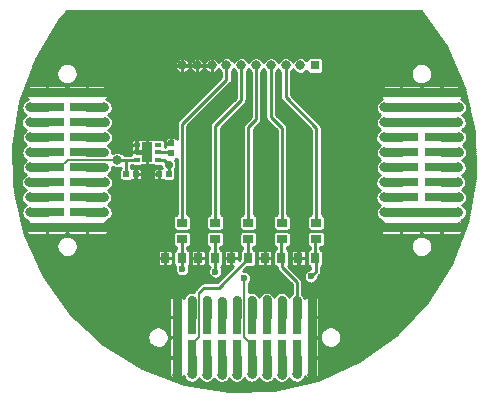
<source format=gtl>
G04 #@! TF.FileFunction,Copper,L1,Top,Signal*
%FSLAX46Y46*%
G04 Gerber Fmt 4.6, Leading zero omitted, Abs format (unit mm)*
G04 Created by KiCad (PCBNEW 4.0.2+e4-6225~38~ubuntu14.04.1-stable) date Tue 28 Jun 2016 16:36:14 BST*
%MOMM*%
G01*
G04 APERTURE LIST*
%ADD10C,0.100000*%
%ADD11R,0.800000X0.800000*%
%ADD12O,0.800000X0.800000*%
%ADD13R,2.920000X0.740000*%
%ADD14R,0.740000X2.920000*%
%ADD15R,0.900000X0.750000*%
%ADD16R,0.750000X0.900000*%
%ADD17R,0.520000X0.520000*%
%ADD18R,0.470000X0.400000*%
%ADD19R,0.500000X0.500000*%
%ADD20R,0.950000X1.700000*%
%ADD21C,0.600000*%
%ADD22C,0.700000*%
%ADD23C,0.800000*%
%ADD24C,0.280000*%
%ADD25C,0.250000*%
%ADD26C,0.740000*%
%ADD27C,0.400000*%
%ADD28C,0.200000*%
%ADD29C,0.220000*%
G04 APERTURE END LIST*
D10*
D11*
X106000000Y-92000000D03*
D12*
X104750000Y-92000000D03*
X103500000Y-92000000D03*
X102250000Y-92000000D03*
X101000000Y-92000000D03*
X99750000Y-92000000D03*
X98500000Y-92000000D03*
X97250000Y-92000000D03*
X96000000Y-92000000D03*
X94750000Y-92000000D03*
D13*
X83285000Y-94285000D03*
X86715000Y-94285000D03*
X83285000Y-95555000D03*
X86715000Y-95555000D03*
X83285000Y-96825000D03*
X86715000Y-96825000D03*
X83285000Y-98095000D03*
X86715000Y-98095000D03*
X83285000Y-99365000D03*
X86715000Y-99365000D03*
X83285000Y-100635000D03*
X86715000Y-100635000D03*
X83285000Y-101905000D03*
X86715000Y-101905000D03*
X83285000Y-103175000D03*
X86715000Y-103175000D03*
X83285000Y-104445000D03*
X86715000Y-104445000D03*
X83285000Y-105715000D03*
X86715000Y-105715000D03*
X113285000Y-94285000D03*
X116715000Y-94285000D03*
X113285000Y-95555000D03*
X116715000Y-95555000D03*
X113285000Y-96825000D03*
X116715000Y-96825000D03*
X113285000Y-98095000D03*
X116715000Y-98095000D03*
X113285000Y-99365000D03*
X116715000Y-99365000D03*
X113285000Y-100635000D03*
X116715000Y-100635000D03*
X113285000Y-101905000D03*
X116715000Y-101905000D03*
X113285000Y-103175000D03*
X116715000Y-103175000D03*
X113285000Y-104445000D03*
X116715000Y-104445000D03*
X113285000Y-105715000D03*
X116715000Y-105715000D03*
D14*
X94285000Y-116715000D03*
X94285000Y-113285000D03*
X95555000Y-116715000D03*
X95555000Y-113285000D03*
X96825000Y-116715000D03*
X96825000Y-113285000D03*
X98095000Y-116715000D03*
X98095000Y-113285000D03*
X99365000Y-116715000D03*
X99365000Y-113285000D03*
X100635000Y-116715000D03*
X100635000Y-113285000D03*
X101905000Y-116715000D03*
X101905000Y-113285000D03*
X103175000Y-116715000D03*
X103175000Y-113285000D03*
X104445000Y-116715000D03*
X104445000Y-113285000D03*
X105715000Y-116715000D03*
X105715000Y-113285000D03*
D15*
X100350000Y-106700000D03*
X100350000Y-105300000D03*
X94750000Y-106700000D03*
X94750000Y-105300000D03*
X103200000Y-106700000D03*
X103200000Y-105300000D03*
X97550000Y-106700000D03*
X97550000Y-105300000D03*
X106100000Y-106700000D03*
X106100000Y-105300000D03*
D16*
X100300000Y-108300000D03*
X98900000Y-108300000D03*
X94700000Y-108300000D03*
X93300000Y-108300000D03*
X103150000Y-108300000D03*
X101750000Y-108300000D03*
X97500000Y-108300000D03*
X96100000Y-108300000D03*
X106000000Y-108300000D03*
X104600000Y-108300000D03*
D17*
X90000000Y-101200000D03*
X90800000Y-101200000D03*
X93600000Y-101200000D03*
X92800000Y-101200000D03*
D18*
X92715000Y-99999999D03*
X92715000Y-99349999D03*
X92715000Y-98699999D03*
X90885000Y-98699999D03*
X90885000Y-99349999D03*
X90885000Y-99999999D03*
D19*
X91800000Y-99699999D03*
X91800000Y-98999999D03*
D20*
X91800000Y-99349999D03*
D17*
X93818334Y-99400000D03*
X93818334Y-98600000D03*
D21*
X105650000Y-109850000D03*
D22*
X103175000Y-111825000D03*
D21*
X90000000Y-102500000D03*
X92500000Y-102500000D03*
X110000000Y-110000000D03*
X87500000Y-112500000D03*
X105000000Y-97500000D03*
X102000000Y-97500000D03*
X99000000Y-97500000D03*
X96000000Y-97500000D03*
X96000000Y-102000000D03*
X105000000Y-102000000D03*
X102000000Y-102000000D03*
X99000000Y-102000000D03*
X96000000Y-105000000D03*
X99000000Y-105000000D03*
X102000000Y-105000000D03*
X82500000Y-107500000D03*
X87500000Y-107500000D03*
X92500000Y-107500000D03*
X92500000Y-105000000D03*
X92500000Y-92500000D03*
X82500000Y-92500000D03*
X87500000Y-92500000D03*
X117500000Y-92500000D03*
X112500000Y-92500000D03*
X107500000Y-92500000D03*
X110000000Y-100000000D03*
X107500000Y-97500000D03*
X107500000Y-102500000D03*
X107500000Y-105000000D03*
X117500000Y-107500000D03*
X112500000Y-107500000D03*
X107500000Y-107500000D03*
X107500000Y-110000000D03*
X112500000Y-112500000D03*
X107500000Y-112500000D03*
X107500000Y-117500000D03*
X92500000Y-117500000D03*
X92500000Y-110000000D03*
X92500000Y-112500000D03*
X105000000Y-105000000D03*
X105000000Y-95000000D03*
X95000000Y-95000000D03*
X110000000Y-115000000D03*
X115000000Y-110000000D03*
X110000000Y-105000000D03*
X110000000Y-95000000D03*
X115000000Y-90000000D03*
X110000000Y-90000000D03*
X95000000Y-90000000D03*
X85000000Y-90000000D03*
X90000000Y-90000000D03*
X90000000Y-95000000D03*
X90000000Y-105000000D03*
X85000000Y-110000000D03*
X90000000Y-115000000D03*
X90000000Y-110000000D03*
D23*
X118185000Y-105715000D03*
X118185000Y-94285000D03*
X111815000Y-94285000D03*
X111815000Y-105715000D03*
D22*
X105715000Y-111815000D03*
D23*
X105715000Y-118185000D03*
X94285000Y-118185000D03*
D22*
X94285000Y-111815000D03*
D23*
X88185000Y-94285000D03*
X88185000Y-105715000D03*
X81815000Y-105715000D03*
X81815000Y-94285000D03*
D21*
X97550000Y-109450000D03*
X100000000Y-110000000D03*
D23*
X100635000Y-118135000D03*
D22*
X104445000Y-111855000D03*
D21*
X94750000Y-109250000D03*
D23*
X101905000Y-118195000D03*
X95555000Y-118155000D03*
X81845000Y-95555000D03*
X88155000Y-95555000D03*
X81825000Y-96825000D03*
X88175000Y-96825000D03*
X81895000Y-98095000D03*
X81835000Y-99365000D03*
D22*
X88165000Y-99365000D03*
X93600000Y-100400000D03*
X88165000Y-100635000D03*
D23*
X81805000Y-101905000D03*
X88195000Y-101905000D03*
X81825000Y-103175000D03*
X88125000Y-103175000D03*
X81845000Y-104445000D03*
X88155000Y-104445000D03*
X118155000Y-95555000D03*
X111845000Y-95555000D03*
X118125000Y-96825000D03*
X111875000Y-96825000D03*
X111805000Y-98095000D03*
X118195000Y-98095000D03*
X111865000Y-99365000D03*
X118165000Y-99365000D03*
X111835000Y-100635000D03*
X118135000Y-100635000D03*
X111805000Y-101905000D03*
X118105000Y-101905000D03*
X111825000Y-103175000D03*
X118175000Y-103175000D03*
X118145000Y-104445000D03*
X111845000Y-104445000D03*
X88195000Y-98095000D03*
D22*
X95555000Y-111845000D03*
D23*
X96825000Y-118175000D03*
D22*
X96825000Y-111825000D03*
D23*
X98095000Y-118195000D03*
D22*
X98095000Y-111905000D03*
D23*
X99365000Y-118165000D03*
D22*
X99365000Y-111835000D03*
X100635000Y-111835000D03*
X101905000Y-111805000D03*
D23*
X103175000Y-118175000D03*
X104445000Y-118155000D03*
X89250000Y-100000000D03*
X81865000Y-100635000D03*
D24*
X106100000Y-106700000D02*
X106000000Y-106800000D01*
X106000000Y-106800000D02*
X106000000Y-108300000D01*
D25*
X106050000Y-109450000D02*
X105650000Y-109850000D01*
X106050000Y-109350000D02*
X106050000Y-109450000D01*
X106050000Y-108300000D02*
X106050000Y-109350000D01*
D26*
X103175000Y-111825000D02*
X103175000Y-113285000D01*
D27*
X90885000Y-99349999D02*
X91800000Y-99349999D01*
D28*
X87500000Y-112500000D02*
X85000000Y-110000000D01*
X90000000Y-115000000D02*
X87500000Y-112500000D01*
X90000000Y-107500000D02*
X87500000Y-107500000D01*
X111815000Y-105715000D02*
X110715000Y-105715000D01*
X110715000Y-105715000D02*
X110000000Y-105000000D01*
X105000000Y-95000000D02*
X110000000Y-95000000D01*
X90000000Y-105000000D02*
X90000000Y-105700000D01*
X90000000Y-105700000D02*
X90000000Y-110000000D01*
X88185000Y-105715000D02*
X89985000Y-105715000D01*
X89985000Y-105715000D02*
X90000000Y-105700000D01*
D26*
X116715000Y-105715000D02*
X113285000Y-105715000D01*
X116715000Y-105715000D02*
X118185000Y-105715000D01*
X116715000Y-94285000D02*
X118185000Y-94285000D01*
X113285000Y-94285000D02*
X116715000Y-94285000D01*
X113285000Y-94285000D02*
X111815000Y-94285000D01*
X113285000Y-105715000D02*
X111815000Y-105715000D01*
X105715000Y-116715000D02*
X105715000Y-118185000D01*
X105715000Y-113285000D02*
X105715000Y-116715000D01*
X105715000Y-111815000D02*
X105715000Y-113285000D01*
X94285000Y-116715000D02*
X94285000Y-111815000D01*
X94285000Y-118185000D02*
X94285000Y-116715000D01*
X86715000Y-94285000D02*
X83285000Y-94285000D01*
X86715000Y-94285000D02*
X88185000Y-94285000D01*
X86715000Y-105715000D02*
X88185000Y-105715000D01*
X83285000Y-105715000D02*
X86715000Y-105715000D01*
X83285000Y-105715000D02*
X81815000Y-105715000D01*
X83285000Y-94285000D02*
X81815000Y-94285000D01*
D24*
X97500000Y-108300000D02*
X97500000Y-106750000D01*
X97500000Y-106750000D02*
X97550000Y-106700000D01*
D28*
X100000000Y-110000000D02*
X100000000Y-114990000D01*
X100000000Y-114990000D02*
X100635000Y-115625000D01*
X100635000Y-115625000D02*
X100635000Y-116715000D01*
X100000000Y-110600000D02*
X100000000Y-110000000D01*
D25*
X97550000Y-109450000D02*
X97550000Y-108300000D01*
D28*
X100635000Y-118135000D02*
X100635000Y-115635000D01*
D26*
X100635000Y-118135000D02*
X100635000Y-116715000D01*
D24*
X103150000Y-108300000D02*
X103150000Y-106750000D01*
X103150000Y-106750000D02*
X103200000Y-106700000D01*
D25*
X104445000Y-110295000D02*
X103200000Y-109050000D01*
X103200000Y-109050000D02*
X103200000Y-108300000D01*
X104445000Y-111855000D02*
X104445000Y-110295000D01*
D26*
X104445000Y-111855000D02*
X104445000Y-113285000D01*
D24*
X94700000Y-108300000D02*
X94700000Y-106750000D01*
X94700000Y-106750000D02*
X94750000Y-106700000D01*
D28*
X101905000Y-116715000D02*
X101905000Y-115625000D01*
D25*
X94750000Y-108300000D02*
X94750000Y-109250000D01*
D28*
X101905000Y-116715000D02*
X101905000Y-115605000D01*
D26*
X101905000Y-118195000D02*
X101905000Y-116715000D01*
D24*
X100300000Y-108300000D02*
X100300000Y-106750000D01*
X100300000Y-106750000D02*
X100350000Y-106700000D01*
D28*
X95555000Y-116715000D02*
X95555000Y-115625000D01*
X95555000Y-115625000D02*
X96182001Y-114997999D01*
X96182001Y-114997999D02*
X96182001Y-111217999D01*
X96182001Y-111217999D02*
X96200000Y-111200000D01*
X95555000Y-116715000D02*
X95555000Y-115645000D01*
D25*
X96200000Y-111200000D02*
X96600000Y-110800000D01*
X96600000Y-110800000D02*
X97850000Y-110800000D01*
X97850000Y-110800000D02*
X100350000Y-108300000D01*
D26*
X95555000Y-118155000D02*
X95555000Y-116715000D01*
X83285000Y-95555000D02*
X81845000Y-95555000D01*
X86715000Y-95555000D02*
X88155000Y-95555000D01*
X83285000Y-96825000D02*
X81825000Y-96825000D01*
X86715000Y-96825000D02*
X88175000Y-96825000D01*
X83285000Y-98095000D02*
X81895000Y-98095000D01*
X83285000Y-99365000D02*
X81835000Y-99365000D01*
X86715000Y-99365000D02*
X88165000Y-99365000D01*
D24*
X93600000Y-101200000D02*
X93600000Y-100400000D01*
X93199999Y-99999999D02*
X93600000Y-100400000D01*
X92715000Y-99999999D02*
X93199999Y-99999999D01*
D26*
X86715000Y-100635000D02*
X88165000Y-100635000D01*
X83285000Y-101905000D02*
X81805000Y-101905000D01*
X86715000Y-101905000D02*
X88195000Y-101905000D01*
X83285000Y-103175000D02*
X81825000Y-103175000D01*
X86715000Y-103175000D02*
X88125000Y-103175000D01*
X83285000Y-104445000D02*
X81845000Y-104445000D01*
X86715000Y-104445000D02*
X88155000Y-104445000D01*
X113285000Y-95555000D02*
X116715000Y-95555000D01*
X116715000Y-95555000D02*
X118155000Y-95555000D01*
X113285000Y-95555000D02*
X111845000Y-95555000D01*
X113285000Y-96825000D02*
X116715000Y-96825000D01*
X116715000Y-96825000D02*
X118125000Y-96825000D01*
X113285000Y-96825000D02*
X111875000Y-96825000D01*
X113285000Y-98095000D02*
X111805000Y-98095000D01*
X116715000Y-98095000D02*
X118195000Y-98095000D01*
X113285000Y-99365000D02*
X111865000Y-99365000D01*
X116715000Y-99365000D02*
X118165000Y-99365000D01*
X113285000Y-100635000D02*
X111835000Y-100635000D01*
X116715000Y-100635000D02*
X118135000Y-100635000D01*
X113285000Y-101905000D02*
X111805000Y-101905000D01*
X116715000Y-101905000D02*
X118105000Y-101905000D01*
X113285000Y-103175000D02*
X111825000Y-103175000D01*
X116715000Y-103175000D02*
X118175000Y-103175000D01*
X113285000Y-104445000D02*
X116715000Y-104445000D01*
X116715000Y-104445000D02*
X118145000Y-104445000D01*
X113285000Y-104445000D02*
X111845000Y-104445000D01*
X86715000Y-98095000D02*
X88195000Y-98095000D01*
X95555000Y-111845000D02*
X95555000Y-113285000D01*
X96825000Y-118175000D02*
X96825000Y-116715000D01*
X96825000Y-111825000D02*
X96825000Y-113285000D01*
X98095000Y-118195000D02*
X98095000Y-116715000D01*
X98095000Y-111905000D02*
X98095000Y-113285000D01*
X99365000Y-118165000D02*
X99365000Y-116715000D01*
X99365000Y-111835000D02*
X99365000Y-113285000D01*
X100635000Y-111835000D02*
X100635000Y-113285000D01*
X101905000Y-111805000D02*
X101905000Y-113285000D01*
X103175000Y-118175000D02*
X103175000Y-116715000D01*
X104445000Y-118155000D02*
X104445000Y-116715000D01*
D24*
X106100000Y-97250000D02*
X106100000Y-105300000D01*
X106100000Y-97250000D02*
X103500000Y-94650000D01*
X103500000Y-94650000D02*
X103500000Y-92000000D01*
X103200000Y-97300000D02*
X103200000Y-105300000D01*
X103200000Y-97300000D02*
X102250000Y-96350000D01*
X102250000Y-96350000D02*
X102250000Y-92000000D01*
X100350000Y-97200000D02*
X100350000Y-105300000D01*
X100350000Y-97200000D02*
X101000000Y-96550000D01*
X101000000Y-96550000D02*
X101000000Y-92000000D01*
X97550000Y-97100000D02*
X97550000Y-105300000D01*
X97550000Y-97100000D02*
X99750000Y-94900000D01*
X99750000Y-94900000D02*
X99750000Y-92000000D01*
X98500000Y-93200000D02*
X98500000Y-92000000D01*
X94750000Y-96950000D02*
X94750000Y-105300000D01*
X94750000Y-96950000D02*
X98500000Y-93200000D01*
X89250000Y-100000000D02*
X90000000Y-100000000D01*
X90000000Y-100000000D02*
X90884999Y-100000000D01*
X90000000Y-101200000D02*
X90000000Y-100000000D01*
X90884999Y-100000000D02*
X90885000Y-99999999D01*
D28*
X85050000Y-100000000D02*
X89250000Y-100000000D01*
X84415000Y-100635000D02*
X85050000Y-100000000D01*
X83285000Y-100635000D02*
X84415000Y-100635000D01*
D24*
X83285000Y-100635000D02*
X84365000Y-100635000D01*
D26*
X83285000Y-100635000D02*
X81865000Y-100635000D01*
D24*
X92715000Y-99349999D02*
X93768333Y-99349999D01*
X93768333Y-99349999D02*
X93818334Y-99400000D01*
D29*
X84984461Y-87385000D02*
X114999322Y-87385000D01*
X84848420Y-87554200D02*
X115117529Y-87554200D01*
X84712380Y-87723400D02*
X115235737Y-87723400D01*
X84576340Y-87892600D02*
X115353944Y-87892600D01*
X84440299Y-88061800D02*
X115472152Y-88061800D01*
X84316338Y-88231000D02*
X115590359Y-88231000D01*
X84212811Y-88400200D02*
X115708567Y-88400200D01*
X84109284Y-88569400D02*
X115826774Y-88569400D01*
X84005757Y-88738600D02*
X115944982Y-88738600D01*
X83902231Y-88907800D02*
X116063189Y-88907800D01*
X83798704Y-89077000D02*
X116181397Y-89077000D01*
X83695177Y-89246200D02*
X116299604Y-89246200D01*
X83591650Y-89415400D02*
X116417812Y-89415400D01*
X83488123Y-89584600D02*
X116536019Y-89584600D01*
X83384596Y-89753800D02*
X116654227Y-89753800D01*
X83281069Y-89923000D02*
X116772434Y-89923000D01*
X83177542Y-90092200D02*
X116890642Y-90092200D01*
X83074015Y-90261400D02*
X117008849Y-90261400D01*
X82970488Y-90430600D02*
X117116417Y-90430600D01*
X82866961Y-90599800D02*
X117190828Y-90599800D01*
X82763434Y-90769000D02*
X117265240Y-90769000D01*
X82659907Y-90938200D02*
X117339651Y-90938200D01*
X82556380Y-91107400D02*
X117414063Y-91107400D01*
X82452853Y-91276600D02*
X117488474Y-91276600D01*
X82349627Y-91445800D02*
X94392499Y-91445800D01*
X94740000Y-91445800D02*
X94760000Y-91445800D01*
X95107502Y-91445800D02*
X95642499Y-91445800D01*
X95990000Y-91445800D02*
X96010000Y-91445800D01*
X96357502Y-91445800D02*
X96892499Y-91445800D01*
X97240000Y-91445800D02*
X97260000Y-91445800D01*
X97607502Y-91445800D02*
X98058078Y-91445800D01*
X98942259Y-91445800D02*
X99308078Y-91445800D01*
X100192259Y-91445800D02*
X100558078Y-91445800D01*
X101442259Y-91445800D02*
X101808078Y-91445800D01*
X102692259Y-91445800D02*
X103058078Y-91445800D01*
X103942259Y-91445800D02*
X104308078Y-91445800D01*
X105192259Y-91445800D02*
X105331224Y-91445800D01*
X106667727Y-91445800D02*
X117562886Y-91445800D01*
X82287170Y-91615000D02*
X94214710Y-91615000D01*
X94740000Y-91615000D02*
X94760000Y-91615000D01*
X95285291Y-91615000D02*
X95464710Y-91615000D01*
X95990000Y-91615000D02*
X96010000Y-91615000D01*
X96535291Y-91615000D02*
X96714710Y-91615000D01*
X97240000Y-91615000D02*
X97260000Y-91615000D01*
X97785291Y-91615000D02*
X97901446Y-91615000D01*
X99099509Y-91615000D02*
X99151446Y-91615000D01*
X100349509Y-91615000D02*
X100401446Y-91615000D01*
X101599509Y-91615000D02*
X101651446Y-91615000D01*
X102849509Y-91615000D02*
X102901446Y-91615000D01*
X104099509Y-91615000D02*
X104151446Y-91615000D01*
X106711499Y-91615000D02*
X117637297Y-91615000D01*
X82224712Y-91784200D02*
X94129550Y-91784200D01*
X94740000Y-91784200D02*
X94760000Y-91784200D01*
X95370451Y-91784200D02*
X95379550Y-91784200D01*
X95990000Y-91784200D02*
X96010000Y-91784200D01*
X96620451Y-91784200D02*
X96629550Y-91784200D01*
X97240000Y-91784200D02*
X97260000Y-91784200D01*
X106711499Y-91784200D02*
X117711709Y-91784200D01*
X82162254Y-91953400D02*
X84471305Y-91953400D01*
X85527948Y-91953400D02*
X94135448Y-91953400D01*
X94740000Y-91953400D02*
X94760000Y-91953400D01*
X95364551Y-91953400D02*
X95385448Y-91953400D01*
X95990000Y-91953400D02*
X96010000Y-91953400D01*
X96614551Y-91953400D02*
X96635448Y-91953400D01*
X97240000Y-91953400D02*
X97260000Y-91953400D01*
X106711499Y-91953400D02*
X114471305Y-91953400D01*
X115527948Y-91953400D02*
X117786120Y-91953400D01*
X82099797Y-92122600D02*
X84289006Y-92122600D01*
X85712286Y-92122600D02*
X94101651Y-92122600D01*
X94740000Y-92122600D02*
X94760000Y-92122600D01*
X95990000Y-92122600D02*
X96010000Y-92122600D01*
X97240000Y-92122600D02*
X97260000Y-92122600D01*
X106711499Y-92122600D02*
X114289006Y-92122600D01*
X115712286Y-92122600D02*
X117860532Y-92122600D01*
X82037339Y-92291800D02*
X84182709Y-92291800D01*
X85818122Y-92291800D02*
X94160426Y-92291800D01*
X94740000Y-92291800D02*
X94760000Y-92291800D01*
X95339573Y-92291800D02*
X95410426Y-92291800D01*
X95990000Y-92291800D02*
X96010000Y-92291800D01*
X96589573Y-92291800D02*
X96660426Y-92291800D01*
X97240000Y-92291800D02*
X97260000Y-92291800D01*
X97839573Y-92291800D02*
X97851767Y-92291800D01*
X106711499Y-92291800D02*
X114182709Y-92291800D01*
X115818122Y-92291800D02*
X117934944Y-92291800D01*
X81974881Y-92461000D02*
X84119369Y-92461000D01*
X85881374Y-92461000D02*
X94280211Y-92461000D01*
X94740000Y-92461000D02*
X94760000Y-92461000D01*
X95219788Y-92461000D02*
X95530211Y-92461000D01*
X95990000Y-92461000D02*
X96010000Y-92461000D01*
X96469788Y-92461000D02*
X96780211Y-92461000D01*
X97240000Y-92461000D02*
X97260000Y-92461000D01*
X97719788Y-92461000D02*
X97960536Y-92461000D01*
X99039128Y-92461000D02*
X99210536Y-92461000D01*
X100289128Y-92461000D02*
X100460536Y-92461000D01*
X101539128Y-92461000D02*
X101710536Y-92461000D01*
X102789128Y-92461000D02*
X102960536Y-92461000D01*
X104039128Y-92461000D02*
X104210536Y-92461000D01*
X105289128Y-92461000D02*
X105296040Y-92461000D01*
X106702830Y-92461000D02*
X114119369Y-92461000D01*
X115881374Y-92461000D02*
X118009355Y-92461000D01*
X81912424Y-92630200D02*
X84090778Y-92630200D01*
X85909697Y-92630200D02*
X94564606Y-92630200D01*
X94674239Y-92630200D02*
X94825760Y-92630200D01*
X94935393Y-92630200D02*
X95814606Y-92630200D01*
X95924239Y-92630200D02*
X96075760Y-92630200D01*
X96185393Y-92630200D02*
X97064606Y-92630200D01*
X97174239Y-92630200D02*
X97325760Y-92630200D01*
X97435393Y-92630200D02*
X98050000Y-92630200D01*
X98950000Y-92630200D02*
X99300000Y-92630200D01*
X100200000Y-92630200D02*
X100550000Y-92630200D01*
X101450000Y-92630200D02*
X101800000Y-92630200D01*
X102700000Y-92630200D02*
X103050000Y-92630200D01*
X103950000Y-92630200D02*
X104426145Y-92630200D01*
X105073322Y-92630200D02*
X105394653Y-92630200D01*
X106609017Y-92630200D02*
X114090778Y-92630200D01*
X115909697Y-92630200D02*
X118083767Y-92630200D01*
X81849966Y-92799400D02*
X84093921Y-92799400D01*
X85907335Y-92799400D02*
X98050000Y-92799400D01*
X98950000Y-92799400D02*
X99300000Y-92799400D01*
X100200000Y-92799400D02*
X100550000Y-92799400D01*
X101450000Y-92799400D02*
X101800000Y-92799400D01*
X102700000Y-92799400D02*
X103050000Y-92799400D01*
X103950000Y-92799400D02*
X114093921Y-92799400D01*
X115907335Y-92799400D02*
X118158178Y-92799400D01*
X81787509Y-92968600D02*
X84129553Y-92968600D01*
X85871069Y-92968600D02*
X98050000Y-92968600D01*
X98950000Y-92968600D02*
X99300000Y-92968600D01*
X100200000Y-92968600D02*
X100550000Y-92968600D01*
X101450000Y-92968600D02*
X101800000Y-92968600D01*
X102700000Y-92968600D02*
X103050000Y-92968600D01*
X103950000Y-92968600D02*
X114129553Y-92968600D01*
X115871069Y-92968600D02*
X118232590Y-92968600D01*
X81725051Y-93137800D02*
X84202715Y-93137800D01*
X85799014Y-93137800D02*
X97925804Y-93137800D01*
X98950000Y-93137800D02*
X99300000Y-93137800D01*
X100200000Y-93137800D02*
X100550000Y-93137800D01*
X101450000Y-93137800D02*
X101800000Y-93137800D01*
X102700000Y-93137800D02*
X103050000Y-93137800D01*
X103950000Y-93137800D02*
X114202715Y-93137800D01*
X115799014Y-93137800D02*
X118307001Y-93137800D01*
X81662593Y-93307000D02*
X84325898Y-93307000D01*
X85676961Y-93307000D02*
X97756604Y-93307000D01*
X98935902Y-93307000D02*
X99300000Y-93307000D01*
X100200000Y-93307000D02*
X100550000Y-93307000D01*
X101450000Y-93307000D02*
X101800000Y-93307000D01*
X102700000Y-93307000D02*
X103050000Y-93307000D01*
X103950000Y-93307000D02*
X114325898Y-93307000D01*
X115676961Y-93307000D02*
X118381413Y-93307000D01*
X81600136Y-93476200D02*
X84529435Y-93476200D01*
X85467408Y-93476200D02*
X97587404Y-93476200D01*
X98852870Y-93476200D02*
X99300000Y-93476200D01*
X100200000Y-93476200D02*
X100550000Y-93476200D01*
X101450000Y-93476200D02*
X101800000Y-93476200D01*
X102700000Y-93476200D02*
X103050000Y-93476200D01*
X103950000Y-93476200D02*
X114529435Y-93476200D01*
X115467408Y-93476200D02*
X118455824Y-93476200D01*
X81537678Y-93645400D02*
X97418204Y-93645400D01*
X98690996Y-93645400D02*
X99300000Y-93645400D01*
X100200000Y-93645400D02*
X100550000Y-93645400D01*
X101450000Y-93645400D02*
X101800000Y-93645400D01*
X102700000Y-93645400D02*
X103050000Y-93645400D01*
X103950000Y-93645400D02*
X118530236Y-93645400D01*
X81475221Y-93814600D02*
X81585166Y-93814600D01*
X83275000Y-93814600D02*
X83295000Y-93814600D01*
X84984835Y-93814600D02*
X85015166Y-93814600D01*
X86705000Y-93814600D02*
X86725000Y-93814600D01*
X88414835Y-93814600D02*
X97249004Y-93814600D01*
X98521796Y-93814600D02*
X99300000Y-93814600D01*
X100200000Y-93814600D02*
X100550000Y-93814600D01*
X101450000Y-93814600D02*
X101800000Y-93814600D01*
X102700000Y-93814600D02*
X103050000Y-93814600D01*
X103950000Y-93814600D02*
X111585166Y-93814600D01*
X113275000Y-93814600D02*
X113295000Y-93814600D01*
X114984835Y-93814600D02*
X115015166Y-93814600D01*
X116705000Y-93814600D02*
X116725000Y-93814600D01*
X118414835Y-93814600D02*
X118604647Y-93814600D01*
X81412763Y-93983800D02*
X81565000Y-93983800D01*
X83275000Y-93983800D02*
X83295000Y-93983800D01*
X86705000Y-93983800D02*
X86725000Y-93983800D01*
X88435000Y-93983800D02*
X97079804Y-93983800D01*
X98352596Y-93983800D02*
X99300000Y-93983800D01*
X100200000Y-93983800D02*
X100550000Y-93983800D01*
X101450000Y-93983800D02*
X101800000Y-93983800D01*
X102700000Y-93983800D02*
X103050000Y-93983800D01*
X103950000Y-93983800D02*
X111565000Y-93983800D01*
X113275000Y-93983800D02*
X113295000Y-93983800D01*
X116705000Y-93983800D02*
X116725000Y-93983800D01*
X118435000Y-93983800D02*
X118659453Y-93983800D01*
X81350306Y-94153000D02*
X81565000Y-94153000D01*
X83275000Y-94153000D02*
X83295000Y-94153000D01*
X86705000Y-94153000D02*
X86725000Y-94153000D01*
X88435000Y-94153000D02*
X96910604Y-94153000D01*
X98183396Y-94153000D02*
X99300000Y-94153000D01*
X100200000Y-94153000D02*
X100550000Y-94153000D01*
X101450000Y-94153000D02*
X101800000Y-94153000D01*
X102700000Y-94153000D02*
X103050000Y-94153000D01*
X103950000Y-94153000D02*
X111565000Y-94153000D01*
X113275000Y-94153000D02*
X113295000Y-94153000D01*
X116705000Y-94153000D02*
X116725000Y-94153000D01*
X118435000Y-94153000D02*
X118697085Y-94153000D01*
X81287848Y-94322200D02*
X81602800Y-94322200D01*
X84967200Y-94322200D02*
X85032800Y-94322200D01*
X88397200Y-94322200D02*
X96741404Y-94322200D01*
X98014196Y-94322200D02*
X99300000Y-94322200D01*
X100200000Y-94322200D02*
X100550000Y-94322200D01*
X101450000Y-94322200D02*
X101800000Y-94322200D01*
X102700000Y-94322200D02*
X103050000Y-94322200D01*
X103950000Y-94322200D02*
X111602800Y-94322200D01*
X114967200Y-94322200D02*
X115032800Y-94322200D01*
X118397200Y-94322200D02*
X118734717Y-94322200D01*
X81225391Y-94491400D02*
X81565000Y-94491400D01*
X88435000Y-94491400D02*
X96572204Y-94491400D01*
X97844996Y-94491400D02*
X99300000Y-94491400D01*
X100200000Y-94491400D02*
X100550000Y-94491400D01*
X101450000Y-94491400D02*
X101800000Y-94491400D01*
X102700000Y-94491400D02*
X103050000Y-94491400D01*
X103977796Y-94491400D02*
X111565000Y-94491400D01*
X118435000Y-94491400D02*
X118772349Y-94491400D01*
X81162933Y-94660600D02*
X81565000Y-94660600D01*
X88435000Y-94660600D02*
X96403004Y-94660600D01*
X97675796Y-94660600D02*
X99300000Y-94660600D01*
X100200000Y-94660600D02*
X100550000Y-94660600D01*
X101450000Y-94660600D02*
X101800000Y-94660600D01*
X102700000Y-94660600D02*
X103051039Y-94660600D01*
X104146996Y-94660600D02*
X111565000Y-94660600D01*
X118435000Y-94660600D02*
X118809981Y-94660600D01*
X81100475Y-94829800D02*
X81632104Y-94829800D01*
X88367895Y-94829800D02*
X96233804Y-94829800D01*
X97506596Y-94829800D02*
X99183804Y-94829800D01*
X100200000Y-94829800D02*
X100550000Y-94829800D01*
X101450000Y-94829800D02*
X101800000Y-94829800D01*
X102700000Y-94829800D02*
X103088376Y-94829800D01*
X104316196Y-94829800D02*
X111632104Y-94829800D01*
X118367895Y-94829800D02*
X118847613Y-94829800D01*
X81038018Y-94999000D02*
X81397952Y-94999000D01*
X88600438Y-94999000D02*
X96064604Y-94999000D01*
X97337396Y-94999000D02*
X99014604Y-94999000D01*
X100188440Y-94999000D02*
X100550000Y-94999000D01*
X101450000Y-94999000D02*
X101800000Y-94999000D01*
X102700000Y-94999000D02*
X103212604Y-94999000D01*
X104485396Y-94999000D02*
X111397952Y-94999000D01*
X118600438Y-94999000D02*
X118885245Y-94999000D01*
X81003338Y-95168200D02*
X81249324Y-95168200D01*
X88750469Y-95168200D02*
X95895404Y-95168200D01*
X97168196Y-95168200D02*
X98845404Y-95168200D01*
X100109583Y-95168200D02*
X100550000Y-95168200D01*
X101450000Y-95168200D02*
X101800000Y-95168200D01*
X102700000Y-95168200D02*
X103381804Y-95168200D01*
X104654596Y-95168200D02*
X111249324Y-95168200D01*
X118750469Y-95168200D02*
X118922877Y-95168200D01*
X80976355Y-95337400D02*
X81165766Y-95337400D01*
X88833289Y-95337400D02*
X95726204Y-95337400D01*
X96998996Y-95337400D02*
X98676204Y-95337400D01*
X99948996Y-95337400D02*
X100550000Y-95337400D01*
X101450000Y-95337400D02*
X101800000Y-95337400D01*
X102700000Y-95337400D02*
X103551004Y-95337400D01*
X104823796Y-95337400D02*
X111165766Y-95337400D01*
X118833289Y-95337400D02*
X118960509Y-95337400D01*
X80949372Y-95506600D02*
X81135577Y-95506600D01*
X88864733Y-95506600D02*
X95557004Y-95506600D01*
X96829796Y-95506600D02*
X98507004Y-95506600D01*
X99779796Y-95506600D02*
X100550000Y-95506600D01*
X101450000Y-95506600D02*
X101800000Y-95506600D01*
X102700000Y-95506600D02*
X103720204Y-95506600D01*
X104992996Y-95506600D02*
X111135577Y-95506600D01*
X118864733Y-95506600D02*
X118998141Y-95506600D01*
X80922389Y-95675800D02*
X81145281Y-95675800D01*
X88855678Y-95675800D02*
X95387804Y-95675800D01*
X96660596Y-95675800D02*
X98337804Y-95675800D01*
X99610596Y-95675800D02*
X100550000Y-95675800D01*
X101450000Y-95675800D02*
X101800000Y-95675800D01*
X102700000Y-95675800D02*
X103889404Y-95675800D01*
X105162196Y-95675800D02*
X111145281Y-95675800D01*
X118855678Y-95675800D02*
X119035773Y-95675800D01*
X80895406Y-95845000D02*
X81196162Y-95845000D01*
X88803108Y-95845000D02*
X95218604Y-95845000D01*
X96491396Y-95845000D02*
X98168604Y-95845000D01*
X99441396Y-95845000D02*
X100550000Y-95845000D01*
X101450000Y-95845000D02*
X101800000Y-95845000D01*
X102700000Y-95845000D02*
X104058604Y-95845000D01*
X105331396Y-95845000D02*
X111196162Y-95845000D01*
X118803108Y-95845000D02*
X119073406Y-95845000D01*
X80868423Y-96014200D02*
X81301386Y-96014200D01*
X88699985Y-96014200D02*
X95049404Y-96014200D01*
X96322196Y-96014200D02*
X97999404Y-96014200D01*
X99272196Y-96014200D02*
X100550000Y-96014200D01*
X101450000Y-96014200D02*
X101800000Y-96014200D01*
X102700000Y-96014200D02*
X104227804Y-96014200D01*
X105500596Y-96014200D02*
X111301386Y-96014200D01*
X118699985Y-96014200D02*
X119111038Y-96014200D01*
X80841440Y-96183400D02*
X81509823Y-96183400D01*
X88489912Y-96183400D02*
X94880204Y-96183400D01*
X96152996Y-96183400D02*
X97830204Y-96183400D01*
X99102996Y-96183400D02*
X100550000Y-96183400D01*
X101450000Y-96183400D02*
X101800000Y-96183400D01*
X102719796Y-96183400D02*
X104397004Y-96183400D01*
X105669796Y-96183400D02*
X111509823Y-96183400D01*
X118489911Y-96183400D02*
X119148670Y-96183400D01*
X80814457Y-96352600D02*
X81292583Y-96352600D01*
X88706535Y-96352600D02*
X94711004Y-96352600D01*
X95983796Y-96352600D02*
X97661004Y-96352600D01*
X98933796Y-96352600D02*
X100550000Y-96352600D01*
X101450000Y-96352600D02*
X101800254Y-96352600D01*
X102888996Y-96352600D02*
X104566204Y-96352600D01*
X105838996Y-96352600D02*
X111342583Y-96352600D01*
X118656535Y-96352600D02*
X119186302Y-96352600D01*
X80787474Y-96521800D02*
X81182454Y-96521800D01*
X88818007Y-96521800D02*
X94541804Y-96521800D01*
X95814596Y-96521800D02*
X97491804Y-96521800D01*
X98764596Y-96521800D02*
X100391804Y-96521800D01*
X101450000Y-96521800D02*
X101834123Y-96521800D01*
X103058196Y-96521800D02*
X104735404Y-96521800D01*
X106008196Y-96521800D02*
X111232454Y-96521800D01*
X118768007Y-96521800D02*
X119223934Y-96521800D01*
X80760491Y-96691000D02*
X81127590Y-96691000D01*
X88872283Y-96691000D02*
X94382698Y-96691000D01*
X95645396Y-96691000D02*
X97322604Y-96691000D01*
X98595396Y-96691000D02*
X100222604Y-96691000D01*
X101425207Y-96691000D02*
X101954604Y-96691000D01*
X103227396Y-96691000D02*
X104904604Y-96691000D01*
X106177396Y-96691000D02*
X111177590Y-96691000D01*
X118822283Y-96691000D02*
X119261566Y-96691000D01*
X80733509Y-96860200D02*
X81114410Y-96860200D01*
X88883566Y-96860200D02*
X94309140Y-96860200D01*
X95476196Y-96860200D02*
X97170410Y-96860200D01*
X98426196Y-96860200D02*
X100053404Y-96860200D01*
X101324767Y-96860200D02*
X102123804Y-96860200D01*
X103396596Y-96860200D02*
X105073804Y-96860200D01*
X106346596Y-96860200D02*
X111164410Y-96860200D01*
X118833566Y-96860200D02*
X119299198Y-96860200D01*
X80706526Y-97029400D02*
X81142270Y-97029400D01*
X88856685Y-97029400D02*
X94300000Y-97029400D01*
X95306996Y-97029400D02*
X97107015Y-97029400D01*
X98256996Y-97029400D02*
X99933842Y-97029400D01*
X101156996Y-97029400D02*
X102293004Y-97029400D01*
X103557220Y-97029400D02*
X105243004Y-97029400D01*
X106490095Y-97029400D02*
X111192270Y-97029400D01*
X118806685Y-97029400D02*
X119336830Y-97029400D01*
X80679543Y-97198600D02*
X81221064Y-97198600D01*
X88780369Y-97198600D02*
X94300000Y-97198600D01*
X95200000Y-97198600D02*
X97100000Y-97198600D01*
X98087796Y-97198600D02*
X99900010Y-97198600D01*
X100987796Y-97198600D02*
X102462204Y-97198600D01*
X103637205Y-97198600D02*
X105412204Y-97198600D01*
X106545067Y-97198600D02*
X111271064Y-97198600D01*
X118730369Y-97198600D02*
X119374462Y-97198600D01*
X80652560Y-97367800D02*
X81362118Y-97367800D01*
X88634599Y-97367800D02*
X94300000Y-97367800D01*
X95200000Y-97367800D02*
X97100000Y-97367800D01*
X98000000Y-97367800D02*
X99900000Y-97367800D01*
X100818596Y-97367800D02*
X102631404Y-97367800D01*
X103650000Y-97367800D02*
X105581404Y-97367800D01*
X106550000Y-97367800D02*
X111412118Y-97367800D01*
X118584599Y-97367800D02*
X119412094Y-97367800D01*
X80625577Y-97537000D02*
X81451005Y-97537000D01*
X88637473Y-97537000D02*
X94300000Y-97537000D01*
X95200000Y-97537000D02*
X97100000Y-97537000D01*
X98000000Y-97537000D02*
X99900000Y-97537000D01*
X100800000Y-97537000D02*
X102750000Y-97537000D01*
X103650000Y-97537000D02*
X105650000Y-97537000D01*
X106550000Y-97537000D02*
X111361005Y-97537000D01*
X118637473Y-97537000D02*
X119449726Y-97537000D01*
X80598594Y-97706200D02*
X81300693Y-97706200D01*
X88789140Y-97706200D02*
X94300000Y-97706200D01*
X95200000Y-97706200D02*
X97100000Y-97706200D01*
X98000000Y-97706200D02*
X99900000Y-97706200D01*
X100800000Y-97706200D02*
X102750000Y-97706200D01*
X103650000Y-97706200D02*
X105650000Y-97706200D01*
X106550000Y-97706200D02*
X111210693Y-97706200D01*
X118789140Y-97706200D02*
X119472254Y-97706200D01*
X80571611Y-97875400D02*
X81216623Y-97875400D01*
X88872465Y-97875400D02*
X94300000Y-97875400D01*
X95200000Y-97875400D02*
X97100000Y-97875400D01*
X98000000Y-97875400D02*
X99900000Y-97875400D01*
X100800000Y-97875400D02*
X102750000Y-97875400D01*
X103650000Y-97875400D02*
X105650000Y-97875400D01*
X106550000Y-97875400D02*
X111126623Y-97875400D01*
X118872465Y-97875400D02*
X119476209Y-97875400D01*
X80544628Y-98044600D02*
X81185605Y-98044600D01*
X88904761Y-98044600D02*
X94300000Y-98044600D01*
X95200000Y-98044600D02*
X97100000Y-98044600D01*
X98000000Y-98044600D02*
X99900000Y-98044600D01*
X100800000Y-98044600D02*
X102750000Y-98044600D01*
X103650000Y-98044600D02*
X105650000Y-98044600D01*
X106550000Y-98044600D02*
X111095605Y-98044600D01*
X118904761Y-98044600D02*
X119480164Y-98044600D01*
X80517645Y-98213800D02*
X81194914Y-98213800D01*
X88896133Y-98213800D02*
X92361648Y-98213800D01*
X93065549Y-98213800D02*
X93329959Y-98213800D01*
X93808334Y-98213800D02*
X93828334Y-98213800D01*
X95200000Y-98213800D02*
X97100000Y-98213800D01*
X98000000Y-98213800D02*
X99900000Y-98213800D01*
X100800000Y-98213800D02*
X102750000Y-98213800D01*
X103650000Y-98213800D02*
X105650000Y-98213800D01*
X106550000Y-98213800D02*
X111104914Y-98213800D01*
X118896133Y-98213800D02*
X119484120Y-98213800D01*
X80490662Y-98383000D02*
X81245370Y-98383000D01*
X88843998Y-98383000D02*
X90417041Y-98383000D01*
X90875000Y-98383000D02*
X90895000Y-98383000D01*
X91790000Y-98383000D02*
X91810000Y-98383000D01*
X93236619Y-98383000D02*
X93298334Y-98383000D01*
X93808334Y-98383000D02*
X93828334Y-98383000D01*
X95200000Y-98383000D02*
X97100000Y-98383000D01*
X98000000Y-98383000D02*
X99900000Y-98383000D01*
X100800000Y-98383000D02*
X102750000Y-98383000D01*
X103650000Y-98383000D02*
X105650000Y-98383000D01*
X106550000Y-98383000D02*
X111155370Y-98383000D01*
X118843998Y-98383000D02*
X119488075Y-98383000D01*
X80463680Y-98552200D02*
X81349454Y-98552200D01*
X88741396Y-98552200D02*
X90390000Y-98552200D01*
X90875000Y-98552200D02*
X90895000Y-98552200D01*
X91790000Y-98552200D02*
X91810000Y-98552200D01*
X93261499Y-98552200D02*
X93325534Y-98552200D01*
X93808334Y-98552200D02*
X93828334Y-98552200D01*
X95200000Y-98552200D02*
X97100000Y-98552200D01*
X98000000Y-98552200D02*
X99900000Y-98552200D01*
X100800000Y-98552200D02*
X102750000Y-98552200D01*
X103650000Y-98552200D02*
X105650000Y-98552200D01*
X106550000Y-98552200D02*
X111259454Y-98552200D01*
X118741396Y-98552200D02*
X119492030Y-98552200D01*
X80436697Y-98721400D02*
X81532563Y-98721400D01*
X88533062Y-98721400D02*
X90443599Y-98721400D01*
X90875000Y-98721400D02*
X90895000Y-98721400D01*
X91790000Y-98721400D02*
X91810000Y-98721400D01*
X93261499Y-98721400D02*
X93298334Y-98721400D01*
X95200000Y-98721400D02*
X97100000Y-98721400D01*
X98000000Y-98721400D02*
X99900000Y-98721400D01*
X100800000Y-98721400D02*
X102750000Y-98721400D01*
X103650000Y-98721400D02*
X105650000Y-98721400D01*
X106550000Y-98721400D02*
X111465246Y-98721400D01*
X118533062Y-98721400D02*
X119495986Y-98721400D01*
X80424405Y-98890600D02*
X81304625Y-98890600D01*
X88651944Y-98890600D02*
X90390000Y-98890600D01*
X90875000Y-98890600D02*
X90895000Y-98890600D01*
X91790000Y-98890600D02*
X91810000Y-98890600D01*
X93261499Y-98890600D02*
X93299327Y-98890600D01*
X95200000Y-98890600D02*
X97100000Y-98890600D01*
X98000000Y-98890600D02*
X99900000Y-98890600D01*
X100800000Y-98890600D02*
X102750000Y-98890600D01*
X103650000Y-98890600D02*
X105650000Y-98890600D01*
X106550000Y-98890600D02*
X111334625Y-98890600D01*
X118694549Y-98890600D02*
X119499941Y-98890600D01*
X80430726Y-99059800D02*
X81193311Y-99059800D01*
X88769102Y-99059800D02*
X90405941Y-99059800D01*
X90875000Y-99059800D02*
X90895000Y-99059800D01*
X91790000Y-99059800D02*
X91810000Y-99059800D01*
X95200000Y-99059800D02*
X97100000Y-99059800D01*
X98000000Y-99059800D02*
X99900000Y-99059800D01*
X100800000Y-99059800D02*
X102750000Y-99059800D01*
X103650000Y-99059800D02*
X105650000Y-99059800D01*
X106550000Y-99059800D02*
X111223311Y-99059800D01*
X118807183Y-99059800D02*
X119503897Y-99059800D01*
X80437046Y-99229000D02*
X81138015Y-99229000D01*
X88830430Y-99229000D02*
X90390000Y-99229000D01*
X90875000Y-99229000D02*
X90895000Y-99229000D01*
X91790000Y-99229000D02*
X91810000Y-99229000D01*
X95200000Y-99229000D02*
X97100000Y-99229000D01*
X98000000Y-99229000D02*
X99900000Y-99229000D01*
X100800000Y-99229000D02*
X102750000Y-99229000D01*
X103650000Y-99229000D02*
X105650000Y-99229000D01*
X106550000Y-99229000D02*
X111168015Y-99229000D01*
X118861887Y-99229000D02*
X119507852Y-99229000D01*
X80443366Y-99398200D02*
X81124438Y-99398200D01*
X88841992Y-99398200D02*
X88872938Y-99398200D01*
X89627536Y-99398200D02*
X90416799Y-99398200D01*
X91790000Y-99398200D02*
X91810000Y-99398200D01*
X95200000Y-99398200D02*
X97100000Y-99398200D01*
X98000000Y-99398200D02*
X99900000Y-99398200D01*
X100800000Y-99398200D02*
X102750000Y-99398200D01*
X103650000Y-99398200D02*
X105650000Y-99398200D01*
X106550000Y-99398200D02*
X111154438Y-99398200D01*
X118873594Y-99398200D02*
X119511807Y-99398200D01*
X80449686Y-99567400D02*
X81151478Y-99567400D01*
X91790000Y-99567400D02*
X91810000Y-99567400D01*
X95200000Y-99567400D02*
X97100000Y-99567400D01*
X98000000Y-99567400D02*
X99900000Y-99567400D01*
X100800000Y-99567400D02*
X102750000Y-99567400D01*
X103650000Y-99567400D02*
X105650000Y-99567400D01*
X106550000Y-99567400D02*
X111181478Y-99567400D01*
X118847139Y-99567400D02*
X119515763Y-99567400D01*
X80456006Y-99736600D02*
X81229775Y-99736600D01*
X91790000Y-99736600D02*
X91810000Y-99736600D01*
X95200000Y-99736600D02*
X97100000Y-99736600D01*
X98000000Y-99736600D02*
X99900000Y-99736600D01*
X100800000Y-99736600D02*
X102750000Y-99736600D01*
X103650000Y-99736600D02*
X105650000Y-99736600D01*
X106550000Y-99736600D02*
X111259775Y-99736600D01*
X118771780Y-99736600D02*
X119519718Y-99736600D01*
X80462326Y-99905800D02*
X81370187Y-99905800D01*
X91790000Y-99905800D02*
X91810000Y-99905800D01*
X94265809Y-99905800D02*
X94300000Y-99905800D01*
X95200000Y-99905800D02*
X97100000Y-99905800D01*
X98000000Y-99905800D02*
X99900000Y-99905800D01*
X100800000Y-99905800D02*
X102750000Y-99905800D01*
X103650000Y-99905800D02*
X105650000Y-99905800D01*
X106550000Y-99905800D02*
X111400187Y-99905800D01*
X118626700Y-99905800D02*
X119523674Y-99905800D01*
X80468646Y-100075000D02*
X81424061Y-100075000D01*
X91790000Y-100075000D02*
X91810000Y-100075000D01*
X94176496Y-100075000D02*
X94300000Y-100075000D01*
X95200000Y-100075000D02*
X97100000Y-100075000D01*
X98000000Y-100075000D02*
X99900000Y-100075000D01*
X100800000Y-100075000D02*
X102750000Y-100075000D01*
X103650000Y-100075000D02*
X105650000Y-100075000D01*
X106550000Y-100075000D02*
X111394061Y-100075000D01*
X118574507Y-100075000D02*
X119527629Y-100075000D01*
X80474966Y-100244200D02*
X81272063Y-100244200D01*
X91790000Y-100244200D02*
X91810000Y-100244200D01*
X94241994Y-100244200D02*
X94300000Y-100244200D01*
X95200000Y-100244200D02*
X97100000Y-100244200D01*
X98000000Y-100244200D02*
X99900000Y-100244200D01*
X100800000Y-100244200D02*
X102750000Y-100244200D01*
X103650000Y-100244200D02*
X105650000Y-100244200D01*
X106550000Y-100244200D02*
X111242063Y-100244200D01*
X118727812Y-100244200D02*
X119531584Y-100244200D01*
X80481286Y-100413400D02*
X81187480Y-100413400D01*
X91771599Y-100413400D02*
X91828401Y-100413400D01*
X94258937Y-100413400D02*
X94300000Y-100413400D01*
X95200000Y-100413400D02*
X97100000Y-100413400D01*
X98000000Y-100413400D02*
X99900000Y-100413400D01*
X100800000Y-100413400D02*
X102750000Y-100413400D01*
X103650000Y-100413400D02*
X105650000Y-100413400D01*
X106550000Y-100413400D02*
X111157480Y-100413400D01*
X118811640Y-100413400D02*
X119535540Y-100413400D01*
X80487606Y-100582600D02*
X81155633Y-100582600D01*
X88839783Y-100582600D02*
X88844142Y-100582600D01*
X90450000Y-100582600D02*
X92962461Y-100582600D01*
X94235362Y-100582600D02*
X94300000Y-100582600D01*
X95200000Y-100582600D02*
X97100000Y-100582600D01*
X98000000Y-100582600D02*
X99900000Y-100582600D01*
X100800000Y-100582600D02*
X102750000Y-100582600D01*
X103650000Y-100582600D02*
X105650000Y-100582600D01*
X106550000Y-100582600D02*
X111125633Y-100582600D01*
X118844789Y-100582600D02*
X119539495Y-100582600D01*
X80493926Y-100751800D02*
X81164546Y-100751800D01*
X88833205Y-100751800D02*
X89495187Y-100751800D01*
X90790000Y-100751800D02*
X90810000Y-100751800D01*
X91239496Y-100751800D02*
X92360505Y-100751800D01*
X92790000Y-100751800D02*
X92810000Y-100751800D01*
X94159556Y-100751800D02*
X94300000Y-100751800D01*
X95200000Y-100751800D02*
X97100000Y-100751800D01*
X98000000Y-100751800D02*
X99900000Y-100751800D01*
X100800000Y-100751800D02*
X102750000Y-100751800D01*
X103650000Y-100751800D02*
X105650000Y-100751800D01*
X106550000Y-100751800D02*
X111134546Y-100751800D01*
X118836587Y-100751800D02*
X119543450Y-100751800D01*
X80500246Y-100921000D02*
X81214578Y-100921000D01*
X88779707Y-100921000D02*
X89431202Y-100921000D01*
X90790000Y-100921000D02*
X90810000Y-100921000D01*
X91320000Y-100921000D02*
X92280000Y-100921000D01*
X92790000Y-100921000D02*
X92810000Y-100921000D01*
X94169984Y-100921000D02*
X94300000Y-100921000D01*
X95200000Y-100921000D02*
X97100000Y-100921000D01*
X98000000Y-100921000D02*
X99900000Y-100921000D01*
X100800000Y-100921000D02*
X102750000Y-100921000D01*
X103650000Y-100921000D02*
X105650000Y-100921000D01*
X106550000Y-100921000D02*
X111184578Y-100921000D01*
X118784888Y-100921000D02*
X119547406Y-100921000D01*
X80506567Y-101090200D02*
X81317523Y-101090200D01*
X88666742Y-101090200D02*
X89428501Y-101090200D01*
X90790000Y-101090200D02*
X90810000Y-101090200D01*
X91320000Y-101090200D02*
X92280000Y-101090200D01*
X92790000Y-101090200D02*
X92810000Y-101090200D01*
X94171499Y-101090200D02*
X94300000Y-101090200D01*
X95200000Y-101090200D02*
X97100000Y-101090200D01*
X98000000Y-101090200D02*
X99900000Y-101090200D01*
X100800000Y-101090200D02*
X102750000Y-101090200D01*
X103650000Y-101090200D02*
X105650000Y-101090200D01*
X106550000Y-101090200D02*
X111287523Y-101090200D01*
X118682807Y-101090200D02*
X119551361Y-101090200D01*
X80512887Y-101259400D02*
X81507513Y-101259400D01*
X88491441Y-101259400D02*
X89428501Y-101259400D01*
X90790000Y-101259400D02*
X90810000Y-101259400D01*
X91304400Y-101259400D02*
X92295600Y-101259400D01*
X92790000Y-101259400D02*
X92810000Y-101259400D01*
X94171499Y-101259400D02*
X94300000Y-101259400D01*
X95200000Y-101259400D02*
X97100000Y-101259400D01*
X98000000Y-101259400D02*
X99900000Y-101259400D01*
X100800000Y-101259400D02*
X102750000Y-101259400D01*
X103650000Y-101259400D02*
X105650000Y-101259400D01*
X106550000Y-101259400D02*
X111490667Y-101259400D01*
X118476214Y-101259400D02*
X119555317Y-101259400D01*
X80519207Y-101428600D02*
X81276668Y-101428600D01*
X88722563Y-101428600D02*
X89428501Y-101428600D01*
X90790000Y-101428600D02*
X90810000Y-101428600D01*
X91320000Y-101428600D02*
X92280000Y-101428600D01*
X92790000Y-101428600D02*
X92810000Y-101428600D01*
X94171499Y-101428600D02*
X94300000Y-101428600D01*
X95200000Y-101428600D02*
X97100000Y-101428600D01*
X98000000Y-101428600D02*
X99900000Y-101428600D01*
X100800000Y-101428600D02*
X102750000Y-101428600D01*
X103650000Y-101428600D02*
X105650000Y-101428600D01*
X106550000Y-101428600D02*
X111276668Y-101428600D01*
X118632563Y-101428600D02*
X119559272Y-101428600D01*
X80525527Y-101597800D02*
X81164169Y-101597800D01*
X88836359Y-101597800D02*
X89461466Y-101597800D01*
X90790000Y-101597800D02*
X90810000Y-101597800D01*
X91280624Y-101597800D02*
X92319375Y-101597800D01*
X92790000Y-101597800D02*
X92810000Y-101597800D01*
X94136168Y-101597800D02*
X94300000Y-101597800D01*
X95200000Y-101597800D02*
X97100000Y-101597800D01*
X98000000Y-101597800D02*
X99900000Y-101597800D01*
X100800000Y-101597800D02*
X102750000Y-101597800D01*
X103650000Y-101597800D02*
X105650000Y-101597800D01*
X106550000Y-101597800D02*
X111164169Y-101597800D01*
X118746359Y-101597800D02*
X119535518Y-101597800D01*
X80531847Y-101767000D02*
X81108440Y-101767000D01*
X88891491Y-101767000D02*
X89708342Y-101767000D01*
X90311180Y-101767000D02*
X93308342Y-101767000D01*
X93911180Y-101767000D02*
X94300000Y-101767000D01*
X95200000Y-101767000D02*
X97100000Y-101767000D01*
X98000000Y-101767000D02*
X99900000Y-101767000D01*
X100800000Y-101767000D02*
X102750000Y-101767000D01*
X103650000Y-101767000D02*
X105650000Y-101767000D01*
X106550000Y-101767000D02*
X111108440Y-101767000D01*
X118801491Y-101767000D02*
X119506107Y-101767000D01*
X80538167Y-101936200D02*
X81094465Y-101936200D01*
X88903622Y-101936200D02*
X94300000Y-101936200D01*
X95200000Y-101936200D02*
X97100000Y-101936200D01*
X98000000Y-101936200D02*
X99900000Y-101936200D01*
X100800000Y-101936200D02*
X102750000Y-101936200D01*
X103650000Y-101936200D02*
X105650000Y-101936200D01*
X106550000Y-101936200D02*
X111094465Y-101936200D01*
X118813622Y-101936200D02*
X119476696Y-101936200D01*
X80544487Y-102105400D02*
X81120687Y-102105400D01*
X88877594Y-102105400D02*
X94300000Y-102105400D01*
X95200000Y-102105400D02*
X97100000Y-102105400D01*
X98000000Y-102105400D02*
X99900000Y-102105400D01*
X100800000Y-102105400D02*
X102750000Y-102105400D01*
X103650000Y-102105400D02*
X105650000Y-102105400D01*
X106550000Y-102105400D02*
X111120687Y-102105400D01*
X118787594Y-102105400D02*
X119447285Y-102105400D01*
X80550807Y-102274600D02*
X81198486Y-102274600D01*
X88803191Y-102274600D02*
X94300000Y-102274600D01*
X95200000Y-102274600D02*
X97100000Y-102274600D01*
X98000000Y-102274600D02*
X99900000Y-102274600D01*
X100800000Y-102274600D02*
X102750000Y-102274600D01*
X103650000Y-102274600D02*
X105650000Y-102274600D01*
X106550000Y-102274600D02*
X111198486Y-102274600D01*
X118713191Y-102274600D02*
X119417874Y-102274600D01*
X80557127Y-102443800D02*
X81338255Y-102443800D01*
X88658800Y-102443800D02*
X94300000Y-102443800D01*
X95200000Y-102443800D02*
X97100000Y-102443800D01*
X98000000Y-102443800D02*
X99900000Y-102443800D01*
X100800000Y-102443800D02*
X102750000Y-102443800D01*
X103650000Y-102443800D02*
X105650000Y-102443800D01*
X106550000Y-102443800D02*
X111338255Y-102443800D01*
X118568800Y-102443800D02*
X119388463Y-102443800D01*
X80563447Y-102613000D02*
X81387118Y-102613000D01*
X88561542Y-102613000D02*
X94300000Y-102613000D01*
X95200000Y-102613000D02*
X97100000Y-102613000D01*
X98000000Y-102613000D02*
X99900000Y-102613000D01*
X100800000Y-102613000D02*
X102750000Y-102613000D01*
X103650000Y-102613000D02*
X105650000Y-102613000D01*
X106550000Y-102613000D02*
X111387118Y-102613000D01*
X118611542Y-102613000D02*
X119359052Y-102613000D01*
X80597911Y-102782200D02*
X81233432Y-102782200D01*
X88716483Y-102782200D02*
X94300000Y-102782200D01*
X95200000Y-102782200D02*
X97100000Y-102782200D01*
X98000000Y-102782200D02*
X99900000Y-102782200D01*
X100800000Y-102782200D02*
X102750000Y-102782200D01*
X103650000Y-102782200D02*
X105650000Y-102782200D01*
X106550000Y-102782200D02*
X111233432Y-102782200D01*
X118766483Y-102782200D02*
X119329641Y-102782200D01*
X80638030Y-102951400D02*
X81148337Y-102951400D01*
X88800816Y-102951400D02*
X94300000Y-102951400D01*
X95200000Y-102951400D02*
X97100000Y-102951400D01*
X98000000Y-102951400D02*
X99900000Y-102951400D01*
X100800000Y-102951400D02*
X102750000Y-102951400D01*
X103650000Y-102951400D02*
X105650000Y-102951400D01*
X106550000Y-102951400D02*
X111148337Y-102951400D01*
X118850816Y-102951400D02*
X119300230Y-102951400D01*
X80678150Y-103120600D02*
X81115661Y-103120600D01*
X88834817Y-103120600D02*
X94300000Y-103120600D01*
X95200000Y-103120600D02*
X97100000Y-103120600D01*
X98000000Y-103120600D02*
X99900000Y-103120600D01*
X100800000Y-103120600D02*
X102750000Y-103120600D01*
X103650000Y-103120600D02*
X105650000Y-103120600D01*
X106550000Y-103120600D02*
X111115661Y-103120600D01*
X118884817Y-103120600D02*
X119270819Y-103120600D01*
X80718269Y-103289800D02*
X81124179Y-103289800D01*
X88827042Y-103289800D02*
X94300000Y-103289800D01*
X95200000Y-103289800D02*
X97100000Y-103289800D01*
X98000000Y-103289800D02*
X99900000Y-103289800D01*
X100800000Y-103289800D02*
X102750000Y-103289800D01*
X103650000Y-103289800D02*
X105650000Y-103289800D01*
X106550000Y-103289800D02*
X111124179Y-103289800D01*
X118877042Y-103289800D02*
X119241408Y-103289800D01*
X80758388Y-103459000D02*
X81173786Y-103459000D01*
X88775779Y-103459000D02*
X94300000Y-103459000D01*
X95200000Y-103459000D02*
X97100000Y-103459000D01*
X98000000Y-103459000D02*
X99900000Y-103459000D01*
X100800000Y-103459000D02*
X102750000Y-103459000D01*
X103650000Y-103459000D02*
X105650000Y-103459000D01*
X106550000Y-103459000D02*
X111173786Y-103459000D01*
X118825779Y-103459000D02*
X119211997Y-103459000D01*
X80798508Y-103628200D02*
X81275592Y-103628200D01*
X88674218Y-103628200D02*
X94300000Y-103628200D01*
X95200000Y-103628200D02*
X97100000Y-103628200D01*
X98000000Y-103628200D02*
X99900000Y-103628200D01*
X100800000Y-103628200D02*
X102750000Y-103628200D01*
X103650000Y-103628200D02*
X105650000Y-103628200D01*
X106550000Y-103628200D02*
X111275592Y-103628200D01*
X118724218Y-103628200D02*
X119182586Y-103628200D01*
X80838627Y-103797400D02*
X81476407Y-103797400D01*
X88469365Y-103797400D02*
X94300000Y-103797400D01*
X95200000Y-103797400D02*
X97100000Y-103797400D01*
X98000000Y-103797400D02*
X99900000Y-103797400D01*
X100800000Y-103797400D02*
X102750000Y-103797400D01*
X103650000Y-103797400D02*
X105650000Y-103797400D01*
X106550000Y-103797400D02*
X111476407Y-103797400D01*
X118519365Y-103797400D02*
X119153175Y-103797400D01*
X80878746Y-103966600D02*
X81318710Y-103966600D01*
X88680577Y-103966600D02*
X94300000Y-103966600D01*
X95200000Y-103966600D02*
X97100000Y-103966600D01*
X98000000Y-103966600D02*
X99900000Y-103966600D01*
X100800000Y-103966600D02*
X102750000Y-103966600D01*
X103650000Y-103966600D02*
X105650000Y-103966600D01*
X106550000Y-103966600D02*
X111318710Y-103966600D01*
X118670577Y-103966600D02*
X119123764Y-103966600D01*
X80918865Y-104135800D02*
X81205026Y-104135800D01*
X88795534Y-104135800D02*
X94300000Y-104135800D01*
X95200000Y-104135800D02*
X97100000Y-104135800D01*
X98000000Y-104135800D02*
X99900000Y-104135800D01*
X100800000Y-104135800D02*
X102750000Y-104135800D01*
X103650000Y-104135800D02*
X105650000Y-104135800D01*
X106550000Y-104135800D02*
X111205026Y-104135800D01*
X118785534Y-104135800D02*
X119094353Y-104135800D01*
X80958985Y-104305000D02*
X81148866Y-104305000D01*
X88851095Y-104305000D02*
X94300000Y-104305000D01*
X95200000Y-104305000D02*
X97100000Y-104305000D01*
X98000000Y-104305000D02*
X99900000Y-104305000D01*
X100800000Y-104305000D02*
X102750000Y-104305000D01*
X103650000Y-104305000D02*
X105650000Y-104305000D01*
X106550000Y-104305000D02*
X111148866Y-104305000D01*
X118841095Y-104305000D02*
X119064942Y-104305000D01*
X80999104Y-104474200D02*
X81134493Y-104474200D01*
X88863649Y-104474200D02*
X94300000Y-104474200D01*
X95200000Y-104474200D02*
X97100000Y-104474200D01*
X98000000Y-104474200D02*
X99900000Y-104474200D01*
X100800000Y-104474200D02*
X102750000Y-104474200D01*
X103650000Y-104474200D02*
X105650000Y-104474200D01*
X106550000Y-104474200D02*
X111134493Y-104474200D01*
X118853649Y-104474200D02*
X119035531Y-104474200D01*
X81039223Y-104643400D02*
X81159895Y-104643400D01*
X88838048Y-104643400D02*
X94166853Y-104643400D01*
X95325751Y-104643400D02*
X96966853Y-104643400D01*
X98125751Y-104643400D02*
X99766853Y-104643400D01*
X100925751Y-104643400D02*
X102616853Y-104643400D01*
X103775751Y-104643400D02*
X105516853Y-104643400D01*
X106675751Y-104643400D02*
X111159895Y-104643400D01*
X118828048Y-104643400D02*
X119006120Y-104643400D01*
X81079343Y-104812600D02*
X81237197Y-104812600D01*
X88764602Y-104812600D02*
X94012382Y-104812600D01*
X95488043Y-104812600D02*
X96812382Y-104812600D01*
X98288043Y-104812600D02*
X99612382Y-104812600D01*
X101088043Y-104812600D02*
X102462382Y-104812600D01*
X103938043Y-104812600D02*
X105362382Y-104812600D01*
X106838043Y-104812600D02*
X111237197Y-104812600D01*
X118754602Y-104812600D02*
X118976709Y-104812600D01*
X81119462Y-104981800D02*
X81376324Y-104981800D01*
X88620900Y-104981800D02*
X93988501Y-104981800D01*
X95511499Y-104981800D02*
X96788501Y-104981800D01*
X98311499Y-104981800D02*
X99588501Y-104981800D01*
X101111499Y-104981800D02*
X102438501Y-104981800D01*
X103961499Y-104981800D02*
X105338501Y-104981800D01*
X106861499Y-104981800D02*
X111376324Y-104981800D01*
X118610900Y-104981800D02*
X118947298Y-104981800D01*
X81159581Y-105151000D02*
X81651305Y-105151000D01*
X88348696Y-105151000D02*
X93988501Y-105151000D01*
X95511499Y-105151000D02*
X96788501Y-105151000D01*
X98311499Y-105151000D02*
X99588501Y-105151000D01*
X101111499Y-105151000D02*
X102438501Y-105151000D01*
X103961499Y-105151000D02*
X105338501Y-105151000D01*
X106861499Y-105151000D02*
X111651305Y-105151000D01*
X118348696Y-105151000D02*
X118917887Y-105151000D01*
X81199700Y-105320200D02*
X81565000Y-105320200D01*
X88435000Y-105320200D02*
X93988501Y-105320200D01*
X95511499Y-105320200D02*
X96788501Y-105320200D01*
X98311499Y-105320200D02*
X99588501Y-105320200D01*
X101111499Y-105320200D02*
X102438501Y-105320200D01*
X103961499Y-105320200D02*
X105338501Y-105320200D01*
X106861499Y-105320200D02*
X111565000Y-105320200D01*
X118435000Y-105320200D02*
X118869153Y-105320200D01*
X81239820Y-105489400D02*
X81565000Y-105489400D01*
X88435000Y-105489400D02*
X93988501Y-105489400D01*
X95511499Y-105489400D02*
X96788501Y-105489400D01*
X98311499Y-105489400D02*
X99588501Y-105489400D01*
X101111499Y-105489400D02*
X102438501Y-105489400D01*
X103961499Y-105489400D02*
X105338501Y-105489400D01*
X106861499Y-105489400D02*
X111565000Y-105489400D01*
X118435000Y-105489400D02*
X118803997Y-105489400D01*
X81279939Y-105658600D02*
X81583600Y-105658600D01*
X84986400Y-105658600D02*
X85013600Y-105658600D01*
X88416400Y-105658600D02*
X93988501Y-105658600D01*
X95511499Y-105658600D02*
X96788501Y-105658600D01*
X98311499Y-105658600D02*
X99588501Y-105658600D01*
X101111499Y-105658600D02*
X102438501Y-105658600D01*
X103961499Y-105658600D02*
X105338501Y-105658600D01*
X106861499Y-105658600D02*
X111583600Y-105658600D01*
X114986400Y-105658600D02*
X115013600Y-105658600D01*
X118416400Y-105658600D02*
X118738841Y-105658600D01*
X81320058Y-105827800D02*
X81565000Y-105827800D01*
X83275000Y-105827800D02*
X83295000Y-105827800D01*
X86705000Y-105827800D02*
X86725000Y-105827800D01*
X88435000Y-105827800D02*
X94031350Y-105827800D01*
X95469407Y-105827800D02*
X96831350Y-105827800D01*
X98269407Y-105827800D02*
X99631350Y-105827800D01*
X101069407Y-105827800D02*
X102481350Y-105827800D01*
X103919407Y-105827800D02*
X105381350Y-105827800D01*
X106819407Y-105827800D02*
X111565000Y-105827800D01*
X113275000Y-105827800D02*
X113295000Y-105827800D01*
X116705000Y-105827800D02*
X116725000Y-105827800D01*
X118435000Y-105827800D02*
X118673685Y-105827800D01*
X81360177Y-105997000D02*
X81565000Y-105997000D01*
X83275000Y-105997000D02*
X83295000Y-105997000D01*
X86705000Y-105997000D02*
X86725000Y-105997000D01*
X88435000Y-105997000D02*
X111565000Y-105997000D01*
X113275000Y-105997000D02*
X113295000Y-105997000D01*
X116705000Y-105997000D02*
X116725000Y-105997000D01*
X118435000Y-105997000D02*
X118608529Y-105997000D01*
X81400297Y-106166200D02*
X81577212Y-106166200D01*
X83275000Y-106166200D02*
X83295000Y-106166200D01*
X84992787Y-106166200D02*
X85007212Y-106166200D01*
X86705000Y-106166200D02*
X86725000Y-106166200D01*
X88422787Y-106166200D02*
X94033298Y-106166200D01*
X95464696Y-106166200D02*
X96833298Y-106166200D01*
X98264696Y-106166200D02*
X99633298Y-106166200D01*
X101064696Y-106166200D02*
X102483298Y-106166200D01*
X103914696Y-106166200D02*
X105383298Y-106166200D01*
X106814696Y-106166200D02*
X111577212Y-106166200D01*
X113275000Y-106166200D02*
X113295000Y-106166200D01*
X114992787Y-106166200D02*
X115007212Y-106166200D01*
X116705000Y-106166200D02*
X116725000Y-106166200D01*
X118422787Y-106166200D02*
X118543373Y-106166200D01*
X81440416Y-106335400D02*
X81751131Y-106335400D01*
X83219600Y-106335400D02*
X83350400Y-106335400D01*
X84818868Y-106335400D02*
X85181131Y-106335400D01*
X86649600Y-106335400D02*
X86780400Y-106335400D01*
X88248868Y-106335400D02*
X93988501Y-106335400D01*
X95511499Y-106335400D02*
X96788501Y-106335400D01*
X98311499Y-106335400D02*
X99588501Y-106335400D01*
X101111499Y-106335400D02*
X102438501Y-106335400D01*
X103961499Y-106335400D02*
X105338501Y-106335400D01*
X106861499Y-106335400D02*
X111751131Y-106335400D01*
X113219600Y-106335400D02*
X113350400Y-106335400D01*
X114818868Y-106335400D02*
X115181131Y-106335400D01*
X116649600Y-106335400D02*
X116780400Y-106335400D01*
X118248868Y-106335400D02*
X118478217Y-106335400D01*
X81510940Y-106504600D02*
X84561161Y-106504600D01*
X85440773Y-106504600D02*
X93988501Y-106504600D01*
X95511499Y-106504600D02*
X96788501Y-106504600D01*
X98311499Y-106504600D02*
X99588501Y-106504600D01*
X101111499Y-106504600D02*
X102438501Y-106504600D01*
X103961499Y-106504600D02*
X105338501Y-106504600D01*
X106861499Y-106504600D02*
X114561161Y-106504600D01*
X115440773Y-106504600D02*
X118413060Y-106504600D01*
X81588189Y-106673800D02*
X84343880Y-106673800D01*
X85655712Y-106673800D02*
X93988501Y-106673800D01*
X95511499Y-106673800D02*
X96788501Y-106673800D01*
X98311499Y-106673800D02*
X99588501Y-106673800D01*
X101111499Y-106673800D02*
X102438501Y-106673800D01*
X103961499Y-106673800D02*
X105338501Y-106673800D01*
X106861499Y-106673800D02*
X114343880Y-106673800D01*
X115655712Y-106673800D02*
X118347904Y-106673800D01*
X81665437Y-106843000D02*
X84213413Y-106843000D01*
X85785635Y-106843000D02*
X93988501Y-106843000D01*
X95511499Y-106843000D02*
X96788501Y-106843000D01*
X98311499Y-106843000D02*
X99588501Y-106843000D01*
X101111499Y-106843000D02*
X102438501Y-106843000D01*
X103961499Y-106843000D02*
X105338501Y-106843000D01*
X106861499Y-106843000D02*
X114213413Y-106843000D01*
X115785635Y-106843000D02*
X118282748Y-106843000D01*
X81742686Y-107012200D02*
X84135392Y-107012200D01*
X85863626Y-107012200D02*
X93988501Y-107012200D01*
X95511499Y-107012200D02*
X96788501Y-107012200D01*
X98311499Y-107012200D02*
X99588501Y-107012200D01*
X101111499Y-107012200D02*
X102438501Y-107012200D01*
X103961499Y-107012200D02*
X105338501Y-107012200D01*
X106861499Y-107012200D02*
X114135392Y-107012200D01*
X115863626Y-107012200D02*
X118217592Y-107012200D01*
X81819935Y-107181400D02*
X84095903Y-107181400D01*
X85903234Y-107181400D02*
X94010099Y-107181400D01*
X95490322Y-107181400D02*
X96810099Y-107181400D01*
X98290322Y-107181400D02*
X99610099Y-107181400D01*
X101090322Y-107181400D02*
X102460099Y-107181400D01*
X103940322Y-107181400D02*
X105360099Y-107181400D01*
X106840322Y-107181400D02*
X114095903Y-107181400D01*
X115903234Y-107181400D02*
X118152436Y-107181400D01*
X81897183Y-107350600D02*
X84089236Y-107350600D01*
X85908156Y-107350600D02*
X94160938Y-107350600D01*
X95342252Y-107350600D02*
X96960938Y-107350600D01*
X98142252Y-107350600D02*
X99760938Y-107350600D01*
X100942252Y-107350600D02*
X102610938Y-107350600D01*
X103792252Y-107350600D02*
X105510938Y-107350600D01*
X106692252Y-107350600D02*
X114089236Y-107350600D01*
X115908156Y-107350600D02*
X118087280Y-107350600D01*
X81974432Y-107519800D02*
X84114183Y-107519800D01*
X85884428Y-107519800D02*
X94250000Y-107519800D01*
X95150000Y-107519800D02*
X97050000Y-107519800D01*
X97950000Y-107519800D02*
X99850000Y-107519800D01*
X100750000Y-107519800D02*
X102700000Y-107519800D01*
X103600000Y-107519800D02*
X105550000Y-107519800D01*
X106450000Y-107519800D02*
X114114183Y-107519800D01*
X115884428Y-107519800D02*
X118022124Y-107519800D01*
X82051681Y-107689000D02*
X84173264Y-107689000D01*
X85825193Y-107689000D02*
X92719878Y-107689000D01*
X93290000Y-107689000D02*
X93310000Y-107689000D01*
X93880123Y-107689000D02*
X94059290Y-107689000D01*
X95338247Y-107689000D02*
X95519878Y-107689000D01*
X96090000Y-107689000D02*
X96110000Y-107689000D01*
X96680123Y-107689000D02*
X96859290Y-107689000D01*
X98138247Y-107689000D02*
X98319878Y-107689000D01*
X98890000Y-107689000D02*
X98910000Y-107689000D01*
X99480123Y-107689000D02*
X99659290Y-107689000D01*
X100938247Y-107689000D02*
X101169878Y-107689000D01*
X101740000Y-107689000D02*
X101760000Y-107689000D01*
X102330123Y-107689000D02*
X102509290Y-107689000D01*
X103788247Y-107689000D02*
X104019878Y-107689000D01*
X104590000Y-107689000D02*
X104610000Y-107689000D01*
X105180123Y-107689000D02*
X105359290Y-107689000D01*
X106638247Y-107689000D02*
X114173264Y-107689000D01*
X115825193Y-107689000D02*
X117956968Y-107689000D01*
X82128929Y-107858200D02*
X84273863Y-107858200D01*
X85723441Y-107858200D02*
X92665000Y-107858200D01*
X93290000Y-107858200D02*
X93310000Y-107858200D01*
X93935000Y-107858200D02*
X94013501Y-107858200D01*
X95386499Y-107858200D02*
X95465000Y-107858200D01*
X96090000Y-107858200D02*
X96110000Y-107858200D01*
X96735000Y-107858200D02*
X96813501Y-107858200D01*
X98186499Y-107858200D02*
X98265000Y-107858200D01*
X98890000Y-107858200D02*
X98910000Y-107858200D01*
X99535000Y-107858200D02*
X99613501Y-107858200D01*
X100986499Y-107858200D02*
X101115000Y-107858200D01*
X101740000Y-107858200D02*
X101760000Y-107858200D01*
X102385000Y-107858200D02*
X102463501Y-107858200D01*
X103836499Y-107858200D02*
X103965000Y-107858200D01*
X104590000Y-107858200D02*
X104610000Y-107858200D01*
X105235000Y-107858200D02*
X105313501Y-107858200D01*
X106686499Y-107858200D02*
X114273863Y-107858200D01*
X115723442Y-107858200D02*
X117891812Y-107858200D01*
X82206178Y-108027400D02*
X84444833Y-108027400D01*
X85560062Y-108027400D02*
X92665000Y-108027400D01*
X93290000Y-108027400D02*
X93310000Y-108027400D01*
X93935000Y-108027400D02*
X94013501Y-108027400D01*
X95386499Y-108027400D02*
X95465000Y-108027400D01*
X96090000Y-108027400D02*
X96110000Y-108027400D01*
X96735000Y-108027400D02*
X96813501Y-108027400D01*
X98186499Y-108027400D02*
X98265000Y-108027400D01*
X98890000Y-108027400D02*
X98910000Y-108027400D01*
X99535000Y-108027400D02*
X99613501Y-108027400D01*
X100986499Y-108027400D02*
X101115000Y-108027400D01*
X101740000Y-108027400D02*
X101760000Y-108027400D01*
X102385000Y-108027400D02*
X102463501Y-108027400D01*
X103836499Y-108027400D02*
X103965000Y-108027400D01*
X104590000Y-108027400D02*
X104610000Y-108027400D01*
X105235000Y-108027400D02*
X105313501Y-108027400D01*
X106686499Y-108027400D02*
X114444833Y-108027400D01*
X115560062Y-108027400D02*
X117826656Y-108027400D01*
X82283427Y-108196600D02*
X84817272Y-108196600D01*
X85184191Y-108196600D02*
X92665000Y-108196600D01*
X93290000Y-108196600D02*
X93310000Y-108196600D01*
X93935000Y-108196600D02*
X94013501Y-108196600D01*
X95386499Y-108196600D02*
X95465000Y-108196600D01*
X96090000Y-108196600D02*
X96110000Y-108196600D01*
X96735000Y-108196600D02*
X96813501Y-108196600D01*
X98186499Y-108196600D02*
X98265000Y-108196600D01*
X98890000Y-108196600D02*
X98910000Y-108196600D01*
X99535000Y-108196600D02*
X99613501Y-108196600D01*
X100986499Y-108196600D02*
X101115000Y-108196600D01*
X101740000Y-108196600D02*
X101760000Y-108196600D01*
X102385000Y-108196600D02*
X102463501Y-108196600D01*
X103836499Y-108196600D02*
X103965000Y-108196600D01*
X104590000Y-108196600D02*
X104610000Y-108196600D01*
X105235000Y-108196600D02*
X105313501Y-108196600D01*
X106686499Y-108196600D02*
X114817272Y-108196600D01*
X115184191Y-108196600D02*
X117761500Y-108196600D01*
X82360675Y-108365800D02*
X92674200Y-108365800D01*
X93290000Y-108365800D02*
X93310000Y-108365800D01*
X93925800Y-108365800D02*
X94013501Y-108365800D01*
X95386499Y-108365800D02*
X95474200Y-108365800D01*
X96090000Y-108365800D02*
X96110000Y-108365800D01*
X96725800Y-108365800D02*
X96813501Y-108365800D01*
X98186499Y-108365800D02*
X98274200Y-108365800D01*
X98890000Y-108365800D02*
X98910000Y-108365800D01*
X99525800Y-108365800D02*
X99613501Y-108365800D01*
X100986499Y-108365800D02*
X101124200Y-108365800D01*
X101740000Y-108365800D02*
X101760000Y-108365800D01*
X102375800Y-108365800D02*
X102463501Y-108365800D01*
X103836499Y-108365800D02*
X103974200Y-108365800D01*
X104590000Y-108365800D02*
X104610000Y-108365800D01*
X105225800Y-108365800D02*
X105313501Y-108365800D01*
X106686499Y-108365800D02*
X117696344Y-108365800D01*
X82437924Y-108535000D02*
X92665000Y-108535000D01*
X93290000Y-108535000D02*
X93310000Y-108535000D01*
X93935000Y-108535000D02*
X94013501Y-108535000D01*
X95386499Y-108535000D02*
X95465000Y-108535000D01*
X96090000Y-108535000D02*
X96110000Y-108535000D01*
X96735000Y-108535000D02*
X96813501Y-108535000D01*
X98186499Y-108535000D02*
X98265000Y-108535000D01*
X98890000Y-108535000D02*
X98910000Y-108535000D01*
X100986499Y-108535000D02*
X101115000Y-108535000D01*
X101740000Y-108535000D02*
X101760000Y-108535000D01*
X102385000Y-108535000D02*
X102463501Y-108535000D01*
X103836499Y-108535000D02*
X103965000Y-108535000D01*
X104590000Y-108535000D02*
X104610000Y-108535000D01*
X105235000Y-108535000D02*
X105313501Y-108535000D01*
X106686499Y-108535000D02*
X117631188Y-108535000D01*
X82515172Y-108704200D02*
X92665000Y-108704200D01*
X93290000Y-108704200D02*
X93310000Y-108704200D01*
X93935000Y-108704200D02*
X94013501Y-108704200D01*
X95386499Y-108704200D02*
X95465000Y-108704200D01*
X96090000Y-108704200D02*
X96110000Y-108704200D01*
X96735000Y-108704200D02*
X96813501Y-108704200D01*
X98186499Y-108704200D02*
X98265000Y-108704200D01*
X98890000Y-108704200D02*
X98910000Y-108704200D01*
X100986499Y-108704200D02*
X101115000Y-108704200D01*
X101740000Y-108704200D02*
X101760000Y-108704200D01*
X102385000Y-108704200D02*
X102463501Y-108704200D01*
X103836499Y-108704200D02*
X103965000Y-108704200D01*
X104590000Y-108704200D02*
X104610000Y-108704200D01*
X105235000Y-108704200D02*
X105313501Y-108704200D01*
X106686499Y-108704200D02*
X117566032Y-108704200D01*
X82592421Y-108873400D02*
X92694754Y-108873400D01*
X93290000Y-108873400D02*
X93310000Y-108873400D01*
X93905245Y-108873400D02*
X94040364Y-108873400D01*
X95357659Y-108873400D02*
X95494754Y-108873400D01*
X96090000Y-108873400D02*
X96110000Y-108873400D01*
X96705245Y-108873400D02*
X96840364Y-108873400D01*
X98157659Y-108873400D02*
X98294754Y-108873400D01*
X98890000Y-108873400D02*
X98910000Y-108873400D01*
X100957659Y-108873400D02*
X101144754Y-108873400D01*
X101740000Y-108873400D02*
X101760000Y-108873400D01*
X102355245Y-108873400D02*
X102490364Y-108873400D01*
X103807659Y-108873400D02*
X103994754Y-108873400D01*
X104590000Y-108873400D02*
X104610000Y-108873400D01*
X105205245Y-108873400D02*
X105340364Y-108873400D01*
X106657659Y-108873400D02*
X117483064Y-108873400D01*
X82669669Y-109042600D02*
X94175196Y-109042600D01*
X95324328Y-109042600D02*
X97023651Y-109042600D01*
X98005147Y-109042600D02*
X98992218Y-109042600D01*
X100772681Y-109042600D02*
X102673651Y-109042600D01*
X103807783Y-109042600D02*
X105523651Y-109042600D01*
X106485000Y-109042600D02*
X117376262Y-109042600D01*
X82746918Y-109211800D02*
X94140448Y-109211800D01*
X95359725Y-109211800D02*
X96988397Y-109211800D01*
X98111634Y-109211800D02*
X98823018Y-109211800D01*
X100053382Y-109211800D02*
X102796240Y-109211800D01*
X103976983Y-109211800D02*
X105615000Y-109211800D01*
X106485000Y-109211800D02*
X117269460Y-109211800D01*
X82824166Y-109381000D02*
X94153827Y-109381000D01*
X95345809Y-109381000D02*
X96941012Y-109381000D01*
X98158209Y-109381000D02*
X98653818Y-109381000D01*
X99884182Y-109381000D02*
X102915817Y-109381000D01*
X104146183Y-109381000D02*
X105257041Y-109381000D01*
X106485000Y-109381000D02*
X117162658Y-109381000D01*
X82901415Y-109550200D02*
X94217732Y-109550200D01*
X95284100Y-109550200D02*
X96948174Y-109550200D01*
X98152807Y-109550200D02*
X98484618Y-109550200D01*
X100413042Y-109550200D02*
X103085017Y-109550200D01*
X104315383Y-109550200D02*
X105115953Y-109550200D01*
X106472398Y-109550200D02*
X117055856Y-109550200D01*
X82978663Y-109719400D02*
X94356495Y-109719400D01*
X95141665Y-109719400D02*
X97000562Y-109719400D01*
X98097812Y-109719400D02*
X98315418Y-109719400D01*
X100544157Y-109719400D02*
X103254217Y-109719400D01*
X104484583Y-109719400D02*
X105054106Y-109719400D01*
X106389089Y-109719400D02*
X116949054Y-109719400D01*
X83066512Y-109888600D02*
X97125514Y-109888600D01*
X97974009Y-109888600D02*
X98146218Y-109888600D01*
X100599813Y-109888600D02*
X103423417Y-109888600D01*
X104653783Y-109888600D02*
X105039376Y-109888600D01*
X106258652Y-109888600D02*
X116842252Y-109888600D01*
X83188270Y-110057800D02*
X97473603Y-110057800D01*
X97615995Y-110057800D02*
X97977018Y-110057800D01*
X100608384Y-110057800D02*
X103592617Y-110057800D01*
X104809597Y-110057800D02*
X105076173Y-110057800D01*
X106225238Y-110057800D02*
X116735450Y-110057800D01*
X83310028Y-110227000D02*
X97807818Y-110227000D01*
X100566690Y-110227000D02*
X103761817Y-110227000D01*
X104873629Y-110227000D02*
X105167227Y-110227000D01*
X106130590Y-110227000D02*
X116628648Y-110227000D01*
X83431786Y-110396200D02*
X96438280Y-110396200D01*
X100467045Y-110396200D02*
X103931017Y-110396200D01*
X104880000Y-110396200D02*
X105376465Y-110396200D01*
X105927803Y-110396200D02*
X116521846Y-110396200D01*
X83553544Y-110565400D02*
X96219418Y-110565400D01*
X100410000Y-110565400D02*
X104010000Y-110565400D01*
X104880000Y-110565400D02*
X116415044Y-110565400D01*
X83675302Y-110734600D02*
X96050218Y-110734600D01*
X100410000Y-110734600D02*
X104010000Y-110734600D01*
X104880000Y-110734600D02*
X116308242Y-110734600D01*
X83797060Y-110903800D02*
X95883053Y-110903800D01*
X100410000Y-110903800D02*
X104010000Y-110903800D01*
X104880000Y-110903800D02*
X116201441Y-110903800D01*
X83918818Y-111073000D02*
X95786123Y-111073000D01*
X100410000Y-111073000D02*
X104010000Y-111073000D01*
X104880000Y-111073000D02*
X116094639Y-111073000D01*
X84040576Y-111242200D02*
X95247312Y-111242200D01*
X100961517Y-111242200D02*
X101524946Y-111242200D01*
X102286395Y-111242200D02*
X102829055Y-111242200D01*
X103520012Y-111242200D02*
X104010000Y-111242200D01*
X104880000Y-111242200D02*
X115987837Y-111242200D01*
X84162334Y-111411400D02*
X95035394Y-111411400D01*
X101162815Y-111411400D02*
X101351830Y-111411400D01*
X102457282Y-111411400D02*
X102638612Y-111411400D01*
X103710970Y-111411400D02*
X103933785Y-111411400D01*
X104956503Y-111411400D02*
X115881035Y-111411400D01*
X84284092Y-111580600D02*
X93825622Y-111580600D01*
X94225600Y-111580600D02*
X94344400Y-111580600D01*
X94744379Y-111580600D02*
X94928885Y-111580600D01*
X101265119Y-111580600D02*
X101266196Y-111580600D01*
X103808138Y-111580600D02*
X103823573Y-111580600D01*
X105065571Y-111580600D02*
X105255622Y-111580600D01*
X105655600Y-111580600D02*
X105774400Y-111580600D01*
X106174379Y-111580600D02*
X115774233Y-111580600D01*
X84405850Y-111749800D02*
X93664865Y-111749800D01*
X94275000Y-111749800D02*
X94295000Y-111749800D01*
X105705000Y-111749800D02*
X105725000Y-111749800D01*
X106335136Y-111749800D02*
X115667431Y-111749800D01*
X84527607Y-111919000D02*
X93655000Y-111919000D01*
X94275000Y-111919000D02*
X94295000Y-111919000D01*
X105705000Y-111919000D02*
X105725000Y-111919000D01*
X106345000Y-111919000D02*
X115560629Y-111919000D01*
X84649365Y-112088200D02*
X93655000Y-112088200D01*
X94275000Y-112088200D02*
X94295000Y-112088200D01*
X105705000Y-112088200D02*
X105725000Y-112088200D01*
X106345000Y-112088200D02*
X115437975Y-112088200D01*
X84771123Y-112257400D02*
X93655000Y-112257400D01*
X94275000Y-112257400D02*
X94295000Y-112257400D01*
X105705000Y-112257400D02*
X105725000Y-112257400D01*
X106345000Y-112257400D02*
X115277630Y-112257400D01*
X84892881Y-112426600D02*
X93655000Y-112426600D01*
X94275000Y-112426600D02*
X94295000Y-112426600D01*
X105705000Y-112426600D02*
X105725000Y-112426600D01*
X106345000Y-112426600D02*
X115117284Y-112426600D01*
X85014638Y-112595800D02*
X93655000Y-112595800D01*
X94275000Y-112595800D02*
X94295000Y-112595800D01*
X105705000Y-112595800D02*
X105725000Y-112595800D01*
X106345000Y-112595800D02*
X114956939Y-112595800D01*
X85136396Y-112765000D02*
X93655000Y-112765000D01*
X94275000Y-112765000D02*
X94295000Y-112765000D01*
X105705000Y-112765000D02*
X105725000Y-112765000D01*
X106345000Y-112765000D02*
X114796594Y-112765000D01*
X85258154Y-112934200D02*
X93655000Y-112934200D01*
X94275000Y-112934200D02*
X94295000Y-112934200D01*
X105705000Y-112934200D02*
X105725000Y-112934200D01*
X106345000Y-112934200D02*
X114636248Y-112934200D01*
X85431769Y-113103400D02*
X93655000Y-113103400D01*
X94275000Y-113103400D02*
X94295000Y-113103400D01*
X105705000Y-113103400D02*
X105725000Y-113103400D01*
X106345000Y-113103400D02*
X114475903Y-113103400D01*
X85612828Y-113272600D02*
X93717600Y-113272600D01*
X94275000Y-113272600D02*
X94295000Y-113272600D01*
X105705000Y-113272600D02*
X105725000Y-113272600D01*
X106282400Y-113272600D02*
X114315558Y-113272600D01*
X85793887Y-113441800D02*
X93655000Y-113441800D01*
X94275000Y-113441800D02*
X94295000Y-113441800D01*
X105705000Y-113441800D02*
X105725000Y-113441800D01*
X106345000Y-113441800D02*
X114155212Y-113441800D01*
X85974946Y-113611000D02*
X93655000Y-113611000D01*
X94275000Y-113611000D02*
X94295000Y-113611000D01*
X105705000Y-113611000D02*
X105725000Y-113611000D01*
X106345000Y-113611000D02*
X113994867Y-113611000D01*
X86156004Y-113780200D02*
X93655000Y-113780200D01*
X94275000Y-113780200D02*
X94295000Y-113780200D01*
X105705000Y-113780200D02*
X105725000Y-113780200D01*
X106345000Y-113780200D02*
X113834522Y-113780200D01*
X86337063Y-113949400D02*
X93655000Y-113949400D01*
X94275000Y-113949400D02*
X94295000Y-113949400D01*
X105705000Y-113949400D02*
X105725000Y-113949400D01*
X106345000Y-113949400D02*
X113674176Y-113949400D01*
X86518122Y-114118600D02*
X92458844Y-114118600D01*
X92926955Y-114118600D02*
X93655000Y-114118600D01*
X94275000Y-114118600D02*
X94295000Y-114118600D01*
X105705000Y-114118600D02*
X105725000Y-114118600D01*
X106345000Y-114118600D02*
X107068844Y-114118600D01*
X107536955Y-114118600D02*
X113513831Y-114118600D01*
X86699181Y-114287800D02*
X92121594Y-114287800D01*
X93266536Y-114287800D02*
X93655000Y-114287800D01*
X94275000Y-114287800D02*
X94295000Y-114287800D01*
X105705000Y-114287800D02*
X105725000Y-114287800D01*
X106345000Y-114287800D02*
X106731594Y-114287800D01*
X107876536Y-114287800D02*
X113353486Y-114287800D01*
X86880240Y-114457000D02*
X91963875Y-114457000D01*
X93426819Y-114457000D02*
X93655000Y-114457000D01*
X94275000Y-114457000D02*
X94295000Y-114457000D01*
X105705000Y-114457000D02*
X105725000Y-114457000D01*
X106345000Y-114457000D02*
X106573875Y-114457000D01*
X108036819Y-114457000D02*
X113193140Y-114457000D01*
X87061299Y-114626200D02*
X91865109Y-114626200D01*
X93525240Y-114626200D02*
X93655000Y-114626200D01*
X94275000Y-114626200D02*
X94295000Y-114626200D01*
X105705000Y-114626200D02*
X105725000Y-114626200D01*
X106345000Y-114626200D02*
X106475109Y-114626200D01*
X108135240Y-114626200D02*
X113032795Y-114626200D01*
X87242358Y-114795400D02*
X91808120Y-114795400D01*
X93582196Y-114795400D02*
X93659931Y-114795400D01*
X94275000Y-114795400D02*
X94295000Y-114795400D01*
X105705000Y-114795400D02*
X105725000Y-114795400D01*
X106340068Y-114795400D02*
X106418120Y-114795400D01*
X108192196Y-114795400D02*
X112872450Y-114795400D01*
X87423417Y-114964600D02*
X91785367Y-114964600D01*
X93604287Y-114964600D02*
X93775666Y-114964600D01*
X94250400Y-114964600D02*
X94319600Y-114964600D01*
X105680400Y-114964600D02*
X105749600Y-114964600D01*
X106224333Y-114964600D02*
X106395367Y-114964600D01*
X108214287Y-114964600D02*
X112643655Y-114964600D01*
X87604475Y-115133800D02*
X91794317Y-115133800D01*
X93597831Y-115133800D02*
X93683781Y-115133800D01*
X94275000Y-115133800D02*
X94295000Y-115133800D01*
X105705000Y-115133800D02*
X105725000Y-115133800D01*
X106316220Y-115133800D02*
X106404317Y-115133800D01*
X108207831Y-115133800D02*
X112405032Y-115133800D01*
X87785534Y-115303000D02*
X91836194Y-115303000D01*
X93556257Y-115303000D02*
X93655000Y-115303000D01*
X94275000Y-115303000D02*
X94295000Y-115303000D01*
X105705000Y-115303000D02*
X105725000Y-115303000D01*
X106345000Y-115303000D02*
X106446194Y-115303000D01*
X108166257Y-115303000D02*
X112166408Y-115303000D01*
X87966593Y-115472200D02*
X91916662Y-115472200D01*
X93475581Y-115472200D02*
X93655000Y-115472200D01*
X94275000Y-115472200D02*
X94295000Y-115472200D01*
X105705000Y-115472200D02*
X105725000Y-115472200D01*
X106345000Y-115472200D02*
X106526662Y-115472200D01*
X108085581Y-115472200D02*
X111927784Y-115472200D01*
X88186611Y-115641400D02*
X92049289Y-115641400D01*
X93341088Y-115641400D02*
X93655000Y-115641400D01*
X94275000Y-115641400D02*
X94295000Y-115641400D01*
X105705000Y-115641400D02*
X105725000Y-115641400D01*
X106345000Y-115641400D02*
X106659289Y-115641400D01*
X107951088Y-115641400D02*
X111689160Y-115641400D01*
X88458857Y-115810600D02*
X92277275Y-115810600D01*
X93116081Y-115810600D02*
X93655000Y-115810600D01*
X94275000Y-115810600D02*
X94295000Y-115810600D01*
X105705000Y-115810600D02*
X105725000Y-115810600D01*
X106345000Y-115810600D02*
X106887275Y-115810600D01*
X107726081Y-115810600D02*
X111450536Y-115810600D01*
X88731103Y-115979800D02*
X93655000Y-115979800D01*
X94275000Y-115979800D02*
X94295000Y-115979800D01*
X105705000Y-115979800D02*
X105725000Y-115979800D01*
X106345000Y-115979800D02*
X111211912Y-115979800D01*
X89003349Y-116149000D02*
X93655000Y-116149000D01*
X94275000Y-116149000D02*
X94295000Y-116149000D01*
X105705000Y-116149000D02*
X105725000Y-116149000D01*
X106345000Y-116149000D02*
X110973289Y-116149000D01*
X89275595Y-116318200D02*
X93655000Y-116318200D01*
X94275000Y-116318200D02*
X94295000Y-116318200D01*
X105705000Y-116318200D02*
X105725000Y-116318200D01*
X106345000Y-116318200D02*
X110734665Y-116318200D01*
X89547841Y-116487400D02*
X93655000Y-116487400D01*
X94275000Y-116487400D02*
X94295000Y-116487400D01*
X105705000Y-116487400D02*
X105725000Y-116487400D01*
X106345000Y-116487400D02*
X110496041Y-116487400D01*
X89820086Y-116656600D02*
X93671600Y-116656600D01*
X94275000Y-116656600D02*
X94295000Y-116656600D01*
X105705000Y-116656600D02*
X105725000Y-116656600D01*
X106328400Y-116656600D02*
X110257417Y-116656600D01*
X90092332Y-116825800D02*
X93655000Y-116825800D01*
X94275000Y-116825800D02*
X94295000Y-116825800D01*
X105705000Y-116825800D02*
X105725000Y-116825800D01*
X106345000Y-116825800D02*
X110018793Y-116825800D01*
X90364578Y-116995000D02*
X93655000Y-116995000D01*
X94275000Y-116995000D02*
X94295000Y-116995000D01*
X105705000Y-116995000D02*
X105725000Y-116995000D01*
X106345000Y-116995000D02*
X109780170Y-116995000D01*
X90636824Y-117164200D02*
X93655000Y-117164200D01*
X94275000Y-117164200D02*
X94295000Y-117164200D01*
X105705000Y-117164200D02*
X105725000Y-117164200D01*
X106345000Y-117164200D02*
X109432029Y-117164200D01*
X90909070Y-117333400D02*
X93655000Y-117333400D01*
X94275000Y-117333400D02*
X94295000Y-117333400D01*
X105705000Y-117333400D02*
X105725000Y-117333400D01*
X106345000Y-117333400D02*
X109054470Y-117333400D01*
X91181316Y-117502600D02*
X93655000Y-117502600D01*
X94275000Y-117502600D02*
X94295000Y-117502600D01*
X105705000Y-117502600D02*
X105725000Y-117502600D01*
X106345000Y-117502600D02*
X108676912Y-117502600D01*
X91539125Y-117671800D02*
X93655000Y-117671800D01*
X94275000Y-117671800D02*
X94295000Y-117671800D01*
X105705000Y-117671800D02*
X105725000Y-117671800D01*
X106345000Y-117671800D02*
X108299353Y-117671800D01*
X91987826Y-117841000D02*
X93655000Y-117841000D01*
X94275000Y-117841000D02*
X94295000Y-117841000D01*
X105705000Y-117841000D02*
X105725000Y-117841000D01*
X106345000Y-117841000D02*
X107921794Y-117841000D01*
X92436528Y-118010200D02*
X93655000Y-118010200D01*
X94275000Y-118010200D02*
X94295000Y-118010200D01*
X105705000Y-118010200D02*
X105725000Y-118010200D01*
X106345000Y-118010200D02*
X107544235Y-118010200D01*
X92885230Y-118179400D02*
X93655000Y-118179400D01*
X94275000Y-118179400D02*
X94295000Y-118179400D01*
X105705000Y-118179400D02*
X105725000Y-118179400D01*
X106345000Y-118179400D02*
X107166676Y-118179400D01*
X93333931Y-118348600D02*
X93720904Y-118348600D01*
X94275000Y-118348600D02*
X94295000Y-118348600D01*
X94849095Y-118348600D02*
X94868642Y-118348600D01*
X105129139Y-118348600D02*
X105150904Y-118348600D01*
X105705000Y-118348600D02*
X105725000Y-118348600D01*
X106279095Y-118348600D02*
X106789117Y-118348600D01*
X93782633Y-118517800D02*
X94944104Y-118517800D01*
X96167988Y-118517800D02*
X96201215Y-118517800D01*
X97449599Y-118517800D02*
X97459148Y-118517800D01*
X98728504Y-118517800D02*
X98747659Y-118517800D01*
X99985042Y-118517800D02*
X100036993Y-118517800D01*
X101233879Y-118517800D02*
X101269148Y-118517800D01*
X102538504Y-118517800D02*
X102551214Y-118517800D01*
X103799600Y-118517800D02*
X103834104Y-118517800D01*
X105057988Y-118517800D02*
X106411558Y-118517800D01*
X94231334Y-118687000D02*
X95081688Y-118687000D01*
X96025941Y-118687000D02*
X96332375Y-118687000D01*
X97316943Y-118687000D02*
X97583061Y-118687000D01*
X98607945Y-118687000D02*
X98882031Y-118687000D01*
X99846442Y-118687000D02*
X100185115Y-118687000D01*
X101084938Y-118687000D02*
X101393061Y-118687000D01*
X102417945Y-118687000D02*
X102682375Y-118687000D01*
X103666943Y-118687000D02*
X103971688Y-118687000D01*
X104915941Y-118687000D02*
X105841633Y-118687000D01*
X94680036Y-118856200D02*
X95437705Y-118856200D01*
X95667196Y-118856200D02*
X96616739Y-118856200D01*
X97032207Y-118856200D02*
X97834899Y-118856200D01*
X98353770Y-118856200D02*
X99202222Y-118856200D01*
X99533910Y-118856200D02*
X101644899Y-118856200D01*
X102163770Y-118856200D02*
X102966739Y-118856200D01*
X103382207Y-118856200D02*
X104327705Y-118856200D01*
X104557196Y-118856200D02*
X105105180Y-118856200D01*
X95413354Y-119025400D02*
X104368727Y-119025400D01*
X96428715Y-119194600D02*
X103632274Y-119194600D01*
X97444077Y-119363800D02*
X102895821Y-119363800D01*
X98459439Y-119533000D02*
X99886002Y-119533000D01*
X117098339Y-90389493D02*
X118639393Y-93893605D01*
X119470480Y-97630311D01*
X119559943Y-101457281D01*
X118904374Y-105228735D01*
X117528742Y-108801034D01*
X115485446Y-112038107D01*
X112852314Y-114816647D01*
X109729642Y-117030827D01*
X106236370Y-118596309D01*
X102505561Y-119453462D01*
X98679307Y-119569639D01*
X94903368Y-118940416D01*
X91321549Y-117589755D01*
X90034729Y-116790000D01*
X93655000Y-116790000D01*
X93655000Y-118200608D01*
X93664992Y-118250839D01*
X93684591Y-118298156D01*
X93713045Y-118340740D01*
X93749259Y-118376955D01*
X93791844Y-118405409D01*
X93839161Y-118425008D01*
X93889392Y-118435000D01*
X94210000Y-118435000D01*
X94275000Y-118370000D01*
X94275000Y-116725000D01*
X93720000Y-116725000D01*
X93655000Y-116790000D01*
X90034729Y-116790000D01*
X88070295Y-115569110D01*
X87543175Y-115076515D01*
X91783804Y-115076515D01*
X91816019Y-115252044D01*
X91881715Y-115417972D01*
X91978388Y-115567979D01*
X92102357Y-115696353D01*
X92248900Y-115798203D01*
X92412434Y-115869649D01*
X92586731Y-115907971D01*
X92765152Y-115911708D01*
X92940901Y-115880719D01*
X93107284Y-115816183D01*
X93257963Y-115720559D01*
X93387199Y-115597490D01*
X93490069Y-115451662D01*
X93562655Y-115288630D01*
X93602193Y-115114605D01*
X93605039Y-114910770D01*
X93570376Y-114735708D01*
X93502370Y-114570714D01*
X93403612Y-114422071D01*
X93277862Y-114295440D01*
X93129912Y-114195647D01*
X92965396Y-114126491D01*
X92790581Y-114090606D01*
X92612125Y-114089360D01*
X92436826Y-114122800D01*
X92271361Y-114189653D01*
X92122032Y-114287371D01*
X91994527Y-114412233D01*
X91893703Y-114559483D01*
X91823400Y-114723512D01*
X91786296Y-114898072D01*
X91783804Y-115076515D01*
X87543175Y-115076515D01*
X85706353Y-113360000D01*
X93655000Y-113360000D01*
X93655000Y-114770608D01*
X93664992Y-114820839D01*
X93684591Y-114868156D01*
X93713045Y-114910740D01*
X93749259Y-114946955D01*
X93791844Y-114975409D01*
X93839161Y-114995008D01*
X93864256Y-115000000D01*
X93839161Y-115004992D01*
X93791844Y-115024591D01*
X93749259Y-115053045D01*
X93713045Y-115089260D01*
X93684591Y-115131844D01*
X93664992Y-115179161D01*
X93655000Y-115229392D01*
X93655000Y-116640000D01*
X93720000Y-116705000D01*
X94275000Y-116705000D01*
X94275000Y-115060000D01*
X94215000Y-115000000D01*
X94275000Y-114940000D01*
X94275000Y-113295000D01*
X93720000Y-113295000D01*
X93655000Y-113360000D01*
X85706353Y-113360000D01*
X85273438Y-112955440D01*
X84441536Y-111799392D01*
X93655000Y-111799392D01*
X93655000Y-113210000D01*
X93720000Y-113275000D01*
X94275000Y-113275000D01*
X94275000Y-111630000D01*
X94295000Y-111630000D01*
X94295000Y-113275000D01*
X94315000Y-113275000D01*
X94315000Y-113295000D01*
X94295000Y-113295000D01*
X94295000Y-114940000D01*
X94355000Y-115000000D01*
X94295000Y-115060000D01*
X94295000Y-116705000D01*
X94315000Y-116705000D01*
X94315000Y-116725000D01*
X94295000Y-116725000D01*
X94295000Y-118370000D01*
X94360000Y-118435000D01*
X94680608Y-118435000D01*
X94730839Y-118425008D01*
X94778156Y-118405409D01*
X94820741Y-118376955D01*
X94856955Y-118340740D01*
X94864992Y-118328712D01*
X94869202Y-118351649D01*
X94920459Y-118481110D01*
X94995886Y-118598149D01*
X95092609Y-118698308D01*
X95206944Y-118777773D01*
X95334536Y-118833517D01*
X95470526Y-118863416D01*
X95609734Y-118866332D01*
X95746857Y-118842154D01*
X95876672Y-118791802D01*
X95994234Y-118717194D01*
X96095067Y-118621173D01*
X96175328Y-118507395D01*
X96184654Y-118486448D01*
X96190459Y-118501110D01*
X96265886Y-118618149D01*
X96362609Y-118718308D01*
X96476944Y-118797773D01*
X96604536Y-118853517D01*
X96740526Y-118883416D01*
X96879734Y-118886332D01*
X97016857Y-118862154D01*
X97146672Y-118811802D01*
X97264234Y-118737194D01*
X97365067Y-118641173D01*
X97445328Y-118527395D01*
X97454654Y-118506448D01*
X97460459Y-118521110D01*
X97535886Y-118638149D01*
X97632609Y-118738308D01*
X97746944Y-118817773D01*
X97874536Y-118873517D01*
X98010526Y-118903416D01*
X98149734Y-118906332D01*
X98286857Y-118882154D01*
X98416672Y-118831802D01*
X98534234Y-118757194D01*
X98635067Y-118661173D01*
X98715328Y-118547395D01*
X98736331Y-118500221D01*
X98805886Y-118608149D01*
X98902609Y-118708308D01*
X99016944Y-118787773D01*
X99144536Y-118843517D01*
X99280526Y-118873416D01*
X99419734Y-118876332D01*
X99556857Y-118852154D01*
X99686672Y-118801802D01*
X99804234Y-118727194D01*
X99905067Y-118631173D01*
X99985328Y-118517395D01*
X100006331Y-118470221D01*
X100075886Y-118578149D01*
X100172609Y-118678308D01*
X100286944Y-118757773D01*
X100414536Y-118813517D01*
X100550526Y-118843416D01*
X100689734Y-118846332D01*
X100826857Y-118822154D01*
X100956672Y-118771802D01*
X101074234Y-118697194D01*
X101175067Y-118601173D01*
X101255328Y-118487395D01*
X101256271Y-118485276D01*
X101270459Y-118521110D01*
X101345886Y-118638149D01*
X101442609Y-118738308D01*
X101556944Y-118817773D01*
X101684536Y-118873517D01*
X101820526Y-118903416D01*
X101959734Y-118906332D01*
X102096857Y-118882154D01*
X102226672Y-118831802D01*
X102344234Y-118757194D01*
X102445067Y-118661173D01*
X102525328Y-118547395D01*
X102543698Y-118506136D01*
X102615886Y-118618149D01*
X102712609Y-118718308D01*
X102826944Y-118797773D01*
X102954536Y-118853517D01*
X103090526Y-118883416D01*
X103229734Y-118886332D01*
X103366857Y-118862154D01*
X103496672Y-118811802D01*
X103614234Y-118737194D01*
X103715067Y-118641173D01*
X103795328Y-118527395D01*
X103813698Y-118486136D01*
X103885886Y-118598149D01*
X103982609Y-118698308D01*
X104096944Y-118777773D01*
X104224536Y-118833517D01*
X104360526Y-118863416D01*
X104499734Y-118866332D01*
X104636857Y-118842154D01*
X104766672Y-118791802D01*
X104884234Y-118717194D01*
X104985067Y-118621173D01*
X105065328Y-118507395D01*
X105121961Y-118380195D01*
X105134000Y-118327204D01*
X105143045Y-118340740D01*
X105179259Y-118376955D01*
X105221844Y-118405409D01*
X105269161Y-118425008D01*
X105319392Y-118435000D01*
X105640000Y-118435000D01*
X105705000Y-118370000D01*
X105705000Y-116725000D01*
X105725000Y-116725000D01*
X105725000Y-118370000D01*
X105790000Y-118435000D01*
X106110608Y-118435000D01*
X106160839Y-118425008D01*
X106208156Y-118405409D01*
X106250741Y-118376955D01*
X106286955Y-118340740D01*
X106315409Y-118298156D01*
X106335008Y-118250839D01*
X106345000Y-118200608D01*
X106345000Y-116790000D01*
X106280000Y-116725000D01*
X105725000Y-116725000D01*
X105705000Y-116725000D01*
X105685000Y-116725000D01*
X105685000Y-116705000D01*
X105705000Y-116705000D01*
X105705000Y-115060000D01*
X105645000Y-115000000D01*
X105705000Y-114940000D01*
X105705000Y-113295000D01*
X105725000Y-113295000D01*
X105725000Y-114940000D01*
X105785000Y-115000000D01*
X105725000Y-115060000D01*
X105725000Y-116705000D01*
X106280000Y-116705000D01*
X106345000Y-116640000D01*
X106345000Y-115229392D01*
X106335008Y-115179161D01*
X106315409Y-115131844D01*
X106286955Y-115089260D01*
X106274211Y-115076515D01*
X106393804Y-115076515D01*
X106426019Y-115252044D01*
X106491715Y-115417972D01*
X106588388Y-115567979D01*
X106712357Y-115696353D01*
X106858900Y-115798203D01*
X107022434Y-115869649D01*
X107196731Y-115907971D01*
X107375152Y-115911708D01*
X107550901Y-115880719D01*
X107717284Y-115816183D01*
X107867963Y-115720559D01*
X107997199Y-115597490D01*
X108100069Y-115451662D01*
X108172655Y-115288630D01*
X108212193Y-115114605D01*
X108215039Y-114910770D01*
X108180376Y-114735708D01*
X108112370Y-114570714D01*
X108013612Y-114422071D01*
X107887862Y-114295440D01*
X107739912Y-114195647D01*
X107575396Y-114126491D01*
X107400581Y-114090606D01*
X107222125Y-114089360D01*
X107046826Y-114122800D01*
X106881361Y-114189653D01*
X106732032Y-114287371D01*
X106604527Y-114412233D01*
X106503703Y-114559483D01*
X106433400Y-114723512D01*
X106396296Y-114898072D01*
X106393804Y-115076515D01*
X106274211Y-115076515D01*
X106250741Y-115053045D01*
X106208156Y-115024591D01*
X106160839Y-115004992D01*
X106135744Y-115000000D01*
X106160839Y-114995008D01*
X106208156Y-114975409D01*
X106250741Y-114946955D01*
X106286955Y-114910740D01*
X106315409Y-114868156D01*
X106335008Y-114820839D01*
X106345000Y-114770608D01*
X106345000Y-113360000D01*
X106280000Y-113295000D01*
X105725000Y-113295000D01*
X105705000Y-113295000D01*
X105685000Y-113295000D01*
X105685000Y-113275000D01*
X105705000Y-113275000D01*
X105705000Y-111630000D01*
X105725000Y-111630000D01*
X105725000Y-113275000D01*
X106280000Y-113275000D01*
X106345000Y-113210000D01*
X106345000Y-111799392D01*
X106335008Y-111749161D01*
X106315409Y-111701844D01*
X106286955Y-111659260D01*
X106250741Y-111623045D01*
X106208156Y-111594591D01*
X106160839Y-111574992D01*
X106110608Y-111565000D01*
X105790000Y-111565000D01*
X105725000Y-111630000D01*
X105705000Y-111630000D01*
X105640000Y-111565000D01*
X105319392Y-111565000D01*
X105269161Y-111574992D01*
X105221844Y-111594591D01*
X105179259Y-111623045D01*
X105143045Y-111659260D01*
X105114591Y-111701844D01*
X105109441Y-111714278D01*
X105073691Y-111595872D01*
X105011386Y-111478694D01*
X104927508Y-111375849D01*
X104880000Y-111336547D01*
X104880000Y-110295000D01*
X104876085Y-110255073D01*
X104872577Y-110214982D01*
X104871938Y-110212783D01*
X104871715Y-110210508D01*
X104860109Y-110172064D01*
X104848892Y-110133455D01*
X104847839Y-110131424D01*
X104847178Y-110129234D01*
X104828306Y-110093741D01*
X104809822Y-110058083D01*
X104808396Y-110056296D01*
X104807321Y-110054275D01*
X104781943Y-110023159D01*
X104756857Y-109991733D01*
X104753714Y-109988546D01*
X104753663Y-109988484D01*
X104753605Y-109988436D01*
X104752592Y-109987409D01*
X104666474Y-109901291D01*
X105039198Y-109901291D01*
X105060793Y-110018952D01*
X105104830Y-110130179D01*
X105169634Y-110230734D01*
X105252734Y-110316786D01*
X105350965Y-110385059D01*
X105460587Y-110432952D01*
X105577424Y-110458640D01*
X105697025Y-110461145D01*
X105814835Y-110440372D01*
X105926366Y-110397112D01*
X106027371Y-110333013D01*
X106114002Y-110250515D01*
X106182959Y-110152763D01*
X106231615Y-110043478D01*
X106258119Y-109926823D01*
X106259107Y-109856076D01*
X106357591Y-109757592D01*
X106383083Y-109726558D01*
X106408924Y-109695761D01*
X106410026Y-109693757D01*
X106411478Y-109691989D01*
X106430499Y-109656516D01*
X106449824Y-109621365D01*
X106450515Y-109619187D01*
X106451597Y-109617169D01*
X106463358Y-109578700D01*
X106475494Y-109540442D01*
X106475749Y-109538171D01*
X106476418Y-109535982D01*
X106480476Y-109496031D01*
X106484958Y-109456074D01*
X106484989Y-109451597D01*
X106484997Y-109451518D01*
X106484990Y-109451444D01*
X106485000Y-109450000D01*
X106485000Y-109038785D01*
X106508097Y-109031633D01*
X106581288Y-108983403D01*
X106638145Y-108916692D01*
X106674166Y-108836782D01*
X106686499Y-108750000D01*
X106686499Y-107850000D01*
X106682562Y-107800634D01*
X106656633Y-107716903D01*
X106608403Y-107643712D01*
X106541692Y-107586855D01*
X106461782Y-107550834D01*
X106450000Y-107549160D01*
X106450000Y-107386499D01*
X106550000Y-107386499D01*
X106599366Y-107382562D01*
X106602747Y-107381515D01*
X114088804Y-107381515D01*
X114121019Y-107557044D01*
X114186715Y-107722972D01*
X114283388Y-107872979D01*
X114407357Y-108001353D01*
X114553900Y-108103203D01*
X114717434Y-108174649D01*
X114891731Y-108212971D01*
X115070152Y-108216708D01*
X115245901Y-108185719D01*
X115412284Y-108121183D01*
X115562963Y-108025559D01*
X115692199Y-107902490D01*
X115795069Y-107756662D01*
X115867655Y-107593630D01*
X115907193Y-107419605D01*
X115910039Y-107215770D01*
X115875376Y-107040708D01*
X115807370Y-106875714D01*
X115708612Y-106727071D01*
X115582862Y-106600440D01*
X115434912Y-106500647D01*
X115270396Y-106431491D01*
X115095581Y-106395606D01*
X114917125Y-106394360D01*
X114741826Y-106427800D01*
X114576361Y-106494653D01*
X114427032Y-106592371D01*
X114299527Y-106717233D01*
X114198703Y-106864483D01*
X114128400Y-107028512D01*
X114091296Y-107203072D01*
X114088804Y-107381515D01*
X106602747Y-107381515D01*
X106683097Y-107356633D01*
X106756288Y-107308403D01*
X106813145Y-107241692D01*
X106849166Y-107161782D01*
X106861499Y-107075000D01*
X106861499Y-106325000D01*
X106857562Y-106275634D01*
X106831633Y-106191903D01*
X106783403Y-106118712D01*
X106716692Y-106061855D01*
X106636782Y-106025834D01*
X106550000Y-106013501D01*
X105650000Y-106013501D01*
X105600634Y-106017438D01*
X105516903Y-106043367D01*
X105443712Y-106091597D01*
X105386855Y-106158308D01*
X105350834Y-106238218D01*
X105338501Y-106325000D01*
X105338501Y-107075000D01*
X105342438Y-107124366D01*
X105368367Y-107208097D01*
X105416597Y-107281288D01*
X105483308Y-107338145D01*
X105550000Y-107368208D01*
X105550000Y-107550376D01*
X105491903Y-107568367D01*
X105418712Y-107616597D01*
X105361855Y-107683308D01*
X105325834Y-107763218D01*
X105313501Y-107850000D01*
X105313501Y-108750000D01*
X105317438Y-108799366D01*
X105343367Y-108883097D01*
X105391597Y-108956288D01*
X105458308Y-109013145D01*
X105538218Y-109049166D01*
X105615000Y-109060078D01*
X105615000Y-109239714D01*
X105594447Y-109239571D01*
X105476938Y-109261987D01*
X105366022Y-109306800D01*
X105265922Y-109372303D01*
X105180452Y-109456002D01*
X105112866Y-109554708D01*
X105065740Y-109664662D01*
X105040868Y-109781675D01*
X105039198Y-109901291D01*
X104666474Y-109901291D01*
X103739247Y-108974065D01*
X103788145Y-108916692D01*
X103824166Y-108836782D01*
X103836499Y-108750000D01*
X103836499Y-108375000D01*
X103965000Y-108375000D01*
X103965000Y-108775608D01*
X103974992Y-108825839D01*
X103994591Y-108873156D01*
X104023045Y-108915740D01*
X104059259Y-108951955D01*
X104101844Y-108980409D01*
X104149161Y-109000008D01*
X104199392Y-109010000D01*
X104525000Y-109010000D01*
X104590000Y-108945000D01*
X104590000Y-108310000D01*
X104610000Y-108310000D01*
X104610000Y-108945000D01*
X104675000Y-109010000D01*
X105000608Y-109010000D01*
X105050839Y-109000008D01*
X105098156Y-108980409D01*
X105140741Y-108951955D01*
X105176955Y-108915740D01*
X105205409Y-108873156D01*
X105225008Y-108825839D01*
X105235000Y-108775608D01*
X105235000Y-108375000D01*
X105170000Y-108310000D01*
X104610000Y-108310000D01*
X104590000Y-108310000D01*
X104030000Y-108310000D01*
X103965000Y-108375000D01*
X103836499Y-108375000D01*
X103836499Y-107850000D01*
X103834457Y-107824392D01*
X103965000Y-107824392D01*
X103965000Y-108225000D01*
X104030000Y-108290000D01*
X104590000Y-108290000D01*
X104590000Y-107655000D01*
X104610000Y-107655000D01*
X104610000Y-108290000D01*
X105170000Y-108290000D01*
X105235000Y-108225000D01*
X105235000Y-107824392D01*
X105225008Y-107774161D01*
X105205409Y-107726844D01*
X105176955Y-107684260D01*
X105140741Y-107648045D01*
X105098156Y-107619591D01*
X105050839Y-107599992D01*
X105000608Y-107590000D01*
X104675000Y-107590000D01*
X104610000Y-107655000D01*
X104590000Y-107655000D01*
X104525000Y-107590000D01*
X104199392Y-107590000D01*
X104149161Y-107599992D01*
X104101844Y-107619591D01*
X104059259Y-107648045D01*
X104023045Y-107684260D01*
X103994591Y-107726844D01*
X103974992Y-107774161D01*
X103965000Y-107824392D01*
X103834457Y-107824392D01*
X103832562Y-107800634D01*
X103806633Y-107716903D01*
X103758403Y-107643712D01*
X103691692Y-107586855D01*
X103611782Y-107550834D01*
X103600000Y-107549160D01*
X103600000Y-107386499D01*
X103650000Y-107386499D01*
X103699366Y-107382562D01*
X103783097Y-107356633D01*
X103856288Y-107308403D01*
X103913145Y-107241692D01*
X103949166Y-107161782D01*
X103961499Y-107075000D01*
X103961499Y-106325000D01*
X103957562Y-106275634D01*
X103931633Y-106191903D01*
X103883403Y-106118712D01*
X103816692Y-106061855D01*
X103736782Y-106025834D01*
X103650000Y-106013501D01*
X102750000Y-106013501D01*
X102700634Y-106017438D01*
X102616903Y-106043367D01*
X102543712Y-106091597D01*
X102486855Y-106158308D01*
X102450834Y-106238218D01*
X102438501Y-106325000D01*
X102438501Y-107075000D01*
X102442438Y-107124366D01*
X102468367Y-107208097D01*
X102516597Y-107281288D01*
X102583308Y-107338145D01*
X102663218Y-107374166D01*
X102700000Y-107379393D01*
X102700000Y-107550376D01*
X102641903Y-107568367D01*
X102568712Y-107616597D01*
X102511855Y-107683308D01*
X102475834Y-107763218D01*
X102463501Y-107850000D01*
X102463501Y-108750000D01*
X102467438Y-108799366D01*
X102493367Y-108883097D01*
X102541597Y-108956288D01*
X102608308Y-109013145D01*
X102688218Y-109049166D01*
X102766002Y-109060220D01*
X102768915Y-109089927D01*
X102772423Y-109130018D01*
X102773062Y-109132217D01*
X102773285Y-109134492D01*
X102784891Y-109172936D01*
X102796108Y-109211545D01*
X102797161Y-109213576D01*
X102797822Y-109215766D01*
X102816683Y-109251238D01*
X102835178Y-109286918D01*
X102836606Y-109288707D01*
X102837679Y-109290725D01*
X102863039Y-109321819D01*
X102888143Y-109353267D01*
X102891283Y-109356449D01*
X102891337Y-109356516D01*
X102891399Y-109356567D01*
X102892409Y-109357591D01*
X104010000Y-110475183D01*
X104010000Y-111336378D01*
X103969229Y-111369159D01*
X103883923Y-111470822D01*
X103819988Y-111587120D01*
X103814925Y-111603080D01*
X103803691Y-111565872D01*
X103741386Y-111448694D01*
X103657508Y-111345849D01*
X103555251Y-111261254D01*
X103438511Y-111198133D01*
X103311733Y-111158889D01*
X103179747Y-111145017D01*
X103047581Y-111157045D01*
X102920268Y-111194515D01*
X102802657Y-111256000D01*
X102699229Y-111339159D01*
X102613923Y-111440822D01*
X102549988Y-111557120D01*
X102543378Y-111577957D01*
X102533691Y-111545872D01*
X102471386Y-111428694D01*
X102387508Y-111325849D01*
X102285251Y-111241254D01*
X102168511Y-111178133D01*
X102041733Y-111138889D01*
X101909747Y-111125017D01*
X101777581Y-111137045D01*
X101650268Y-111174515D01*
X101532657Y-111236000D01*
X101429229Y-111319159D01*
X101343923Y-111420822D01*
X101279988Y-111537120D01*
X101265644Y-111582339D01*
X101263691Y-111575872D01*
X101201386Y-111458694D01*
X101117508Y-111355849D01*
X101015251Y-111271254D01*
X100898511Y-111208133D01*
X100771733Y-111168889D01*
X100639747Y-111155017D01*
X100507581Y-111167045D01*
X100410000Y-111195764D01*
X100410000Y-110451941D01*
X100464002Y-110400515D01*
X100532959Y-110302763D01*
X100581615Y-110193478D01*
X100608119Y-110076823D01*
X100610027Y-109940186D01*
X100586791Y-109822837D01*
X100541204Y-109712236D01*
X100475004Y-109612596D01*
X100390710Y-109527712D01*
X100291535Y-109460818D01*
X100181255Y-109414460D01*
X100064071Y-109390406D01*
X99944447Y-109389571D01*
X99859385Y-109405797D01*
X100203684Y-109061499D01*
X100675000Y-109061499D01*
X100724366Y-109057562D01*
X100808097Y-109031633D01*
X100881288Y-108983403D01*
X100938145Y-108916692D01*
X100974166Y-108836782D01*
X100986499Y-108750000D01*
X100986499Y-108375000D01*
X101115000Y-108375000D01*
X101115000Y-108775608D01*
X101124992Y-108825839D01*
X101144591Y-108873156D01*
X101173045Y-108915740D01*
X101209259Y-108951955D01*
X101251844Y-108980409D01*
X101299161Y-109000008D01*
X101349392Y-109010000D01*
X101675000Y-109010000D01*
X101740000Y-108945000D01*
X101740000Y-108310000D01*
X101760000Y-108310000D01*
X101760000Y-108945000D01*
X101825000Y-109010000D01*
X102150608Y-109010000D01*
X102200839Y-109000008D01*
X102248156Y-108980409D01*
X102290741Y-108951955D01*
X102326955Y-108915740D01*
X102355409Y-108873156D01*
X102375008Y-108825839D01*
X102385000Y-108775608D01*
X102385000Y-108375000D01*
X102320000Y-108310000D01*
X101760000Y-108310000D01*
X101740000Y-108310000D01*
X101180000Y-108310000D01*
X101115000Y-108375000D01*
X100986499Y-108375000D01*
X100986499Y-107850000D01*
X100984457Y-107824392D01*
X101115000Y-107824392D01*
X101115000Y-108225000D01*
X101180000Y-108290000D01*
X101740000Y-108290000D01*
X101740000Y-107655000D01*
X101760000Y-107655000D01*
X101760000Y-108290000D01*
X102320000Y-108290000D01*
X102385000Y-108225000D01*
X102385000Y-107824392D01*
X102375008Y-107774161D01*
X102355409Y-107726844D01*
X102326955Y-107684260D01*
X102290741Y-107648045D01*
X102248156Y-107619591D01*
X102200839Y-107599992D01*
X102150608Y-107590000D01*
X101825000Y-107590000D01*
X101760000Y-107655000D01*
X101740000Y-107655000D01*
X101675000Y-107590000D01*
X101349392Y-107590000D01*
X101299161Y-107599992D01*
X101251844Y-107619591D01*
X101209259Y-107648045D01*
X101173045Y-107684260D01*
X101144591Y-107726844D01*
X101124992Y-107774161D01*
X101115000Y-107824392D01*
X100984457Y-107824392D01*
X100982562Y-107800634D01*
X100956633Y-107716903D01*
X100908403Y-107643712D01*
X100841692Y-107586855D01*
X100761782Y-107550834D01*
X100750000Y-107549160D01*
X100750000Y-107386499D01*
X100800000Y-107386499D01*
X100849366Y-107382562D01*
X100933097Y-107356633D01*
X101006288Y-107308403D01*
X101063145Y-107241692D01*
X101099166Y-107161782D01*
X101111499Y-107075000D01*
X101111499Y-106325000D01*
X101107562Y-106275634D01*
X101081633Y-106191903D01*
X101033403Y-106118712D01*
X100966692Y-106061855D01*
X100886782Y-106025834D01*
X100800000Y-106013501D01*
X99900000Y-106013501D01*
X99850634Y-106017438D01*
X99766903Y-106043367D01*
X99693712Y-106091597D01*
X99636855Y-106158308D01*
X99600834Y-106238218D01*
X99588501Y-106325000D01*
X99588501Y-107075000D01*
X99592438Y-107124366D01*
X99618367Y-107208097D01*
X99666597Y-107281288D01*
X99733308Y-107338145D01*
X99813218Y-107374166D01*
X99850000Y-107379393D01*
X99850000Y-107550376D01*
X99791903Y-107568367D01*
X99718712Y-107616597D01*
X99661855Y-107683308D01*
X99625834Y-107763218D01*
X99613501Y-107850000D01*
X99613501Y-108421316D01*
X99535000Y-108499817D01*
X99535000Y-108375000D01*
X99470000Y-108310000D01*
X98910000Y-108310000D01*
X98910000Y-108945000D01*
X98975000Y-109010000D01*
X99024817Y-109010000D01*
X97669818Y-110365000D01*
X96600000Y-110365000D01*
X96560033Y-110368919D01*
X96519981Y-110372423D01*
X96517781Y-110373062D01*
X96515508Y-110373285D01*
X96477030Y-110384902D01*
X96438455Y-110396109D01*
X96436428Y-110397160D01*
X96434234Y-110397822D01*
X96398726Y-110416702D01*
X96363082Y-110435178D01*
X96361294Y-110436606D01*
X96359275Y-110437679D01*
X96328151Y-110463064D01*
X96296733Y-110488144D01*
X96293548Y-110491285D01*
X96293484Y-110491337D01*
X96293435Y-110491396D01*
X96292408Y-110492409D01*
X95892409Y-110892409D01*
X95838522Y-110958012D01*
X95798403Y-111032831D01*
X95773582Y-111114019D01*
X95765003Y-111198482D01*
X95765304Y-111201663D01*
X95691733Y-111178889D01*
X95559747Y-111165017D01*
X95427581Y-111177045D01*
X95300268Y-111214515D01*
X95182657Y-111276000D01*
X95079229Y-111359159D01*
X94993923Y-111460822D01*
X94929988Y-111577120D01*
X94889860Y-111703620D01*
X94889068Y-111710678D01*
X94885409Y-111701844D01*
X94856955Y-111659260D01*
X94820741Y-111623045D01*
X94778156Y-111594591D01*
X94730839Y-111574992D01*
X94680608Y-111565000D01*
X94360000Y-111565000D01*
X94295000Y-111630000D01*
X94275000Y-111630000D01*
X94210000Y-111565000D01*
X93889392Y-111565000D01*
X93839161Y-111574992D01*
X93791844Y-111594591D01*
X93749259Y-111623045D01*
X93713045Y-111659260D01*
X93684591Y-111701844D01*
X93664992Y-111749161D01*
X93655000Y-111799392D01*
X84441536Y-111799392D01*
X83037513Y-109848302D01*
X82364875Y-108375000D01*
X92665000Y-108375000D01*
X92665000Y-108775608D01*
X92674992Y-108825839D01*
X92694591Y-108873156D01*
X92723045Y-108915740D01*
X92759259Y-108951955D01*
X92801844Y-108980409D01*
X92849161Y-109000008D01*
X92899392Y-109010000D01*
X93225000Y-109010000D01*
X93290000Y-108945000D01*
X93290000Y-108310000D01*
X93310000Y-108310000D01*
X93310000Y-108945000D01*
X93375000Y-109010000D01*
X93700608Y-109010000D01*
X93750839Y-109000008D01*
X93798156Y-108980409D01*
X93840741Y-108951955D01*
X93876955Y-108915740D01*
X93905409Y-108873156D01*
X93925008Y-108825839D01*
X93935000Y-108775608D01*
X93935000Y-108375000D01*
X93870000Y-108310000D01*
X93310000Y-108310000D01*
X93290000Y-108310000D01*
X92730000Y-108310000D01*
X92665000Y-108375000D01*
X82364875Y-108375000D01*
X81911297Y-107381515D01*
X84088804Y-107381515D01*
X84121019Y-107557044D01*
X84186715Y-107722972D01*
X84283388Y-107872979D01*
X84407357Y-108001353D01*
X84553900Y-108103203D01*
X84717434Y-108174649D01*
X84891731Y-108212971D01*
X85070152Y-108216708D01*
X85245901Y-108185719D01*
X85412284Y-108121183D01*
X85562963Y-108025559D01*
X85692199Y-107902490D01*
X85747290Y-107824392D01*
X92665000Y-107824392D01*
X92665000Y-108225000D01*
X92730000Y-108290000D01*
X93290000Y-108290000D01*
X93290000Y-107655000D01*
X93310000Y-107655000D01*
X93310000Y-108290000D01*
X93870000Y-108290000D01*
X93935000Y-108225000D01*
X93935000Y-107824392D01*
X93925008Y-107774161D01*
X93905409Y-107726844D01*
X93876955Y-107684260D01*
X93840741Y-107648045D01*
X93798156Y-107619591D01*
X93750839Y-107599992D01*
X93700608Y-107590000D01*
X93375000Y-107590000D01*
X93310000Y-107655000D01*
X93290000Y-107655000D01*
X93225000Y-107590000D01*
X92899392Y-107590000D01*
X92849161Y-107599992D01*
X92801844Y-107619591D01*
X92759259Y-107648045D01*
X92723045Y-107684260D01*
X92694591Y-107726844D01*
X92674992Y-107774161D01*
X92665000Y-107824392D01*
X85747290Y-107824392D01*
X85795069Y-107756662D01*
X85867655Y-107593630D01*
X85907193Y-107419605D01*
X85910039Y-107215770D01*
X85875376Y-107040708D01*
X85807370Y-106875714D01*
X85708612Y-106727071D01*
X85582862Y-106600440D01*
X85434912Y-106500647D01*
X85270396Y-106431491D01*
X85095581Y-106395606D01*
X84917125Y-106394360D01*
X84741826Y-106427800D01*
X84576361Y-106494653D01*
X84427032Y-106592371D01*
X84299527Y-106717233D01*
X84198703Y-106864483D01*
X84128400Y-107028512D01*
X84091296Y-107203072D01*
X84088804Y-107381515D01*
X81911297Y-107381515D01*
X81447681Y-106366043D01*
X81311095Y-105790000D01*
X81565000Y-105790000D01*
X81565000Y-106110608D01*
X81574992Y-106160839D01*
X81594591Y-106208156D01*
X81623045Y-106250741D01*
X81659260Y-106286955D01*
X81701844Y-106315409D01*
X81749161Y-106335008D01*
X81799392Y-106345000D01*
X83210000Y-106345000D01*
X83275000Y-106280000D01*
X83275000Y-105725000D01*
X83295000Y-105725000D01*
X83295000Y-106280000D01*
X83360000Y-106345000D01*
X84770608Y-106345000D01*
X84820839Y-106335008D01*
X84868156Y-106315409D01*
X84910740Y-106286955D01*
X84946955Y-106250741D01*
X84975409Y-106208156D01*
X84995008Y-106160839D01*
X85000000Y-106135744D01*
X85004992Y-106160839D01*
X85024591Y-106208156D01*
X85053045Y-106250741D01*
X85089260Y-106286955D01*
X85131844Y-106315409D01*
X85179161Y-106335008D01*
X85229392Y-106345000D01*
X86640000Y-106345000D01*
X86705000Y-106280000D01*
X86705000Y-105725000D01*
X86725000Y-105725000D01*
X86725000Y-106280000D01*
X86790000Y-106345000D01*
X88200608Y-106345000D01*
X88250839Y-106335008D01*
X88275000Y-106325000D01*
X93988501Y-106325000D01*
X93988501Y-107075000D01*
X93992438Y-107124366D01*
X94018367Y-107208097D01*
X94066597Y-107281288D01*
X94133308Y-107338145D01*
X94213218Y-107374166D01*
X94250000Y-107379393D01*
X94250000Y-107550376D01*
X94191903Y-107568367D01*
X94118712Y-107616597D01*
X94061855Y-107683308D01*
X94025834Y-107763218D01*
X94013501Y-107850000D01*
X94013501Y-108750000D01*
X94017438Y-108799366D01*
X94043367Y-108883097D01*
X94091597Y-108956288D01*
X94158308Y-109013145D01*
X94183042Y-109024294D01*
X94165740Y-109064662D01*
X94140868Y-109181675D01*
X94139198Y-109301291D01*
X94160793Y-109418952D01*
X94204830Y-109530179D01*
X94269634Y-109630734D01*
X94352734Y-109716786D01*
X94450965Y-109785059D01*
X94560587Y-109832952D01*
X94677424Y-109858640D01*
X94797025Y-109861145D01*
X94914835Y-109840372D01*
X95026366Y-109797112D01*
X95127371Y-109733013D01*
X95214002Y-109650515D01*
X95282959Y-109552763D01*
X95331615Y-109443478D01*
X95358119Y-109326823D01*
X95360027Y-109190186D01*
X95336791Y-109072837D01*
X95293852Y-108968661D01*
X95338145Y-108916692D01*
X95374166Y-108836782D01*
X95386499Y-108750000D01*
X95386499Y-108375000D01*
X95465000Y-108375000D01*
X95465000Y-108775608D01*
X95474992Y-108825839D01*
X95494591Y-108873156D01*
X95523045Y-108915740D01*
X95559259Y-108951955D01*
X95601844Y-108980409D01*
X95649161Y-109000008D01*
X95699392Y-109010000D01*
X96025000Y-109010000D01*
X96090000Y-108945000D01*
X96090000Y-108310000D01*
X96110000Y-108310000D01*
X96110000Y-108945000D01*
X96175000Y-109010000D01*
X96500608Y-109010000D01*
X96550839Y-109000008D01*
X96598156Y-108980409D01*
X96640741Y-108951955D01*
X96676955Y-108915740D01*
X96705409Y-108873156D01*
X96725008Y-108825839D01*
X96735000Y-108775608D01*
X96735000Y-108375000D01*
X96670000Y-108310000D01*
X96110000Y-108310000D01*
X96090000Y-108310000D01*
X95530000Y-108310000D01*
X95465000Y-108375000D01*
X95386499Y-108375000D01*
X95386499Y-107850000D01*
X95384457Y-107824392D01*
X95465000Y-107824392D01*
X95465000Y-108225000D01*
X95530000Y-108290000D01*
X96090000Y-108290000D01*
X96090000Y-107655000D01*
X96110000Y-107655000D01*
X96110000Y-108290000D01*
X96670000Y-108290000D01*
X96735000Y-108225000D01*
X96735000Y-107824392D01*
X96725008Y-107774161D01*
X96705409Y-107726844D01*
X96676955Y-107684260D01*
X96640741Y-107648045D01*
X96598156Y-107619591D01*
X96550839Y-107599992D01*
X96500608Y-107590000D01*
X96175000Y-107590000D01*
X96110000Y-107655000D01*
X96090000Y-107655000D01*
X96025000Y-107590000D01*
X95699392Y-107590000D01*
X95649161Y-107599992D01*
X95601844Y-107619591D01*
X95559259Y-107648045D01*
X95523045Y-107684260D01*
X95494591Y-107726844D01*
X95474992Y-107774161D01*
X95465000Y-107824392D01*
X95384457Y-107824392D01*
X95382562Y-107800634D01*
X95356633Y-107716903D01*
X95308403Y-107643712D01*
X95241692Y-107586855D01*
X95161782Y-107550834D01*
X95150000Y-107549160D01*
X95150000Y-107386499D01*
X95200000Y-107386499D01*
X95249366Y-107382562D01*
X95333097Y-107356633D01*
X95406288Y-107308403D01*
X95463145Y-107241692D01*
X95499166Y-107161782D01*
X95511499Y-107075000D01*
X95511499Y-106325000D01*
X96788501Y-106325000D01*
X96788501Y-107075000D01*
X96792438Y-107124366D01*
X96818367Y-107208097D01*
X96866597Y-107281288D01*
X96933308Y-107338145D01*
X97013218Y-107374166D01*
X97050000Y-107379393D01*
X97050000Y-107550376D01*
X96991903Y-107568367D01*
X96918712Y-107616597D01*
X96861855Y-107683308D01*
X96825834Y-107763218D01*
X96813501Y-107850000D01*
X96813501Y-108750000D01*
X96817438Y-108799366D01*
X96843367Y-108883097D01*
X96891597Y-108956288D01*
X96958308Y-109013145D01*
X97038218Y-109049166D01*
X97081196Y-109055274D01*
X97080452Y-109056002D01*
X97012866Y-109154708D01*
X96965740Y-109264662D01*
X96940868Y-109381675D01*
X96939198Y-109501291D01*
X96960793Y-109618952D01*
X97004830Y-109730179D01*
X97069634Y-109830734D01*
X97152734Y-109916786D01*
X97250965Y-109985059D01*
X97360587Y-110032952D01*
X97477424Y-110058640D01*
X97597025Y-110061145D01*
X97714835Y-110040372D01*
X97826366Y-109997112D01*
X97927371Y-109933013D01*
X98014002Y-109850515D01*
X98082959Y-109752763D01*
X98131615Y-109643478D01*
X98158119Y-109526823D01*
X98160027Y-109390186D01*
X98136791Y-109272837D01*
X98091204Y-109162236D01*
X98025004Y-109062596D01*
X97997511Y-109034911D01*
X98008097Y-109031633D01*
X98081288Y-108983403D01*
X98138145Y-108916692D01*
X98174166Y-108836782D01*
X98186499Y-108750000D01*
X98186499Y-108375000D01*
X98265000Y-108375000D01*
X98265000Y-108775608D01*
X98274992Y-108825839D01*
X98294591Y-108873156D01*
X98323045Y-108915740D01*
X98359259Y-108951955D01*
X98401844Y-108980409D01*
X98449161Y-109000008D01*
X98499392Y-109010000D01*
X98825000Y-109010000D01*
X98890000Y-108945000D01*
X98890000Y-108310000D01*
X98330000Y-108310000D01*
X98265000Y-108375000D01*
X98186499Y-108375000D01*
X98186499Y-107850000D01*
X98184457Y-107824392D01*
X98265000Y-107824392D01*
X98265000Y-108225000D01*
X98330000Y-108290000D01*
X98890000Y-108290000D01*
X98890000Y-107655000D01*
X98910000Y-107655000D01*
X98910000Y-108290000D01*
X99470000Y-108290000D01*
X99535000Y-108225000D01*
X99535000Y-107824392D01*
X99525008Y-107774161D01*
X99505409Y-107726844D01*
X99476955Y-107684260D01*
X99440741Y-107648045D01*
X99398156Y-107619591D01*
X99350839Y-107599992D01*
X99300608Y-107590000D01*
X98975000Y-107590000D01*
X98910000Y-107655000D01*
X98890000Y-107655000D01*
X98825000Y-107590000D01*
X98499392Y-107590000D01*
X98449161Y-107599992D01*
X98401844Y-107619591D01*
X98359259Y-107648045D01*
X98323045Y-107684260D01*
X98294591Y-107726844D01*
X98274992Y-107774161D01*
X98265000Y-107824392D01*
X98184457Y-107824392D01*
X98182562Y-107800634D01*
X98156633Y-107716903D01*
X98108403Y-107643712D01*
X98041692Y-107586855D01*
X97961782Y-107550834D01*
X97950000Y-107549160D01*
X97950000Y-107386499D01*
X98000000Y-107386499D01*
X98049366Y-107382562D01*
X98133097Y-107356633D01*
X98206288Y-107308403D01*
X98263145Y-107241692D01*
X98299166Y-107161782D01*
X98311499Y-107075000D01*
X98311499Y-106325000D01*
X98307562Y-106275634D01*
X98281633Y-106191903D01*
X98233403Y-106118712D01*
X98166692Y-106061855D01*
X98086782Y-106025834D01*
X98000000Y-106013501D01*
X97100000Y-106013501D01*
X97050634Y-106017438D01*
X96966903Y-106043367D01*
X96893712Y-106091597D01*
X96836855Y-106158308D01*
X96800834Y-106238218D01*
X96788501Y-106325000D01*
X95511499Y-106325000D01*
X95507562Y-106275634D01*
X95481633Y-106191903D01*
X95433403Y-106118712D01*
X95366692Y-106061855D01*
X95286782Y-106025834D01*
X95200000Y-106013501D01*
X94300000Y-106013501D01*
X94250634Y-106017438D01*
X94166903Y-106043367D01*
X94093712Y-106091597D01*
X94036855Y-106158308D01*
X94000834Y-106238218D01*
X93988501Y-106325000D01*
X88275000Y-106325000D01*
X88298156Y-106315409D01*
X88340740Y-106286955D01*
X88376955Y-106250741D01*
X88405409Y-106208156D01*
X88425008Y-106160839D01*
X88435000Y-106110608D01*
X88435000Y-105790000D01*
X88370000Y-105725000D01*
X86725000Y-105725000D01*
X86705000Y-105725000D01*
X85060000Y-105725000D01*
X85000000Y-105785000D01*
X84940000Y-105725000D01*
X83295000Y-105725000D01*
X83275000Y-105725000D01*
X81630000Y-105725000D01*
X81565000Y-105790000D01*
X81311095Y-105790000D01*
X80564504Y-102641310D01*
X80539231Y-101964699D01*
X81094067Y-101964699D01*
X81119202Y-102101649D01*
X81170459Y-102231110D01*
X81245886Y-102348149D01*
X81342609Y-102448308D01*
X81456944Y-102527773D01*
X81493170Y-102543600D01*
X81377959Y-102618993D01*
X81278477Y-102716413D01*
X81199812Y-102831300D01*
X81144960Y-102959279D01*
X81116011Y-103095474D01*
X81114067Y-103234699D01*
X81139202Y-103371649D01*
X81190459Y-103501110D01*
X81265886Y-103618149D01*
X81362609Y-103718308D01*
X81476944Y-103797773D01*
X81513170Y-103813600D01*
X81397959Y-103888993D01*
X81298477Y-103986413D01*
X81219812Y-104101300D01*
X81164960Y-104229279D01*
X81136011Y-104365474D01*
X81134067Y-104504699D01*
X81159202Y-104641649D01*
X81210459Y-104771110D01*
X81285886Y-104888149D01*
X81382609Y-104988308D01*
X81496944Y-105067773D01*
X81624536Y-105123517D01*
X81672653Y-105134096D01*
X81659260Y-105143045D01*
X81623045Y-105179259D01*
X81594591Y-105221844D01*
X81574992Y-105269161D01*
X81565000Y-105319392D01*
X81565000Y-105640000D01*
X81630000Y-105705000D01*
X83275000Y-105705000D01*
X83275000Y-105685000D01*
X83295000Y-105685000D01*
X83295000Y-105705000D01*
X84940000Y-105705000D01*
X85000000Y-105645000D01*
X85060000Y-105705000D01*
X86705000Y-105705000D01*
X86705000Y-105685000D01*
X86725000Y-105685000D01*
X86725000Y-105705000D01*
X88370000Y-105705000D01*
X88435000Y-105640000D01*
X88435000Y-105319392D01*
X88425008Y-105269161D01*
X88405409Y-105221844D01*
X88376955Y-105179259D01*
X88340740Y-105143045D01*
X88329121Y-105135281D01*
X88346857Y-105132154D01*
X88476672Y-105081802D01*
X88594234Y-105007194D01*
X88695067Y-104911173D01*
X88775328Y-104797395D01*
X88831961Y-104670195D01*
X88862809Y-104534417D01*
X88865030Y-104375381D01*
X88837985Y-104238795D01*
X88784926Y-104110063D01*
X88707873Y-103994088D01*
X88609761Y-103895289D01*
X88494327Y-103817428D01*
X88460327Y-103803136D01*
X88564234Y-103737194D01*
X88665067Y-103641173D01*
X88745328Y-103527395D01*
X88801961Y-103400195D01*
X88832809Y-103264417D01*
X88835030Y-103105381D01*
X88807985Y-102968795D01*
X88754926Y-102840063D01*
X88677873Y-102724088D01*
X88579761Y-102625289D01*
X88478142Y-102556747D01*
X88516672Y-102541802D01*
X88634234Y-102467194D01*
X88735067Y-102371173D01*
X88815328Y-102257395D01*
X88871961Y-102130195D01*
X88902809Y-101994417D01*
X88905030Y-101835381D01*
X88877985Y-101698795D01*
X88824926Y-101570063D01*
X88747873Y-101454088D01*
X88649761Y-101355289D01*
X88534327Y-101277428D01*
X88458355Y-101245492D01*
X88541306Y-101201386D01*
X88644151Y-101117508D01*
X88728746Y-101015251D01*
X88791867Y-100898511D01*
X88831111Y-100771733D01*
X88844983Y-100639747D01*
X88839488Y-100579365D01*
X88901944Y-100622773D01*
X89029536Y-100678517D01*
X89165526Y-100708416D01*
X89304734Y-100711332D01*
X89441857Y-100687154D01*
X89550000Y-100645208D01*
X89550000Y-100695864D01*
X89533712Y-100706597D01*
X89476855Y-100773308D01*
X89440834Y-100853218D01*
X89428501Y-100940000D01*
X89428501Y-101460000D01*
X89432438Y-101509366D01*
X89458367Y-101593097D01*
X89506597Y-101666288D01*
X89573308Y-101723145D01*
X89653218Y-101759166D01*
X89740000Y-101771499D01*
X90260000Y-101771499D01*
X90309366Y-101767562D01*
X90393097Y-101741633D01*
X90449994Y-101704140D01*
X90464161Y-101710008D01*
X90514392Y-101720000D01*
X90725000Y-101720000D01*
X90790000Y-101655000D01*
X90790000Y-101210000D01*
X90810000Y-101210000D01*
X90810000Y-101655000D01*
X90875000Y-101720000D01*
X91085608Y-101720000D01*
X91135839Y-101710008D01*
X91183156Y-101690409D01*
X91225741Y-101661955D01*
X91261955Y-101625740D01*
X91290409Y-101583156D01*
X91310008Y-101535839D01*
X91320000Y-101485608D01*
X91320000Y-101275000D01*
X92280000Y-101275000D01*
X92280000Y-101485608D01*
X92289992Y-101535839D01*
X92309591Y-101583156D01*
X92338045Y-101625740D01*
X92374259Y-101661955D01*
X92416844Y-101690409D01*
X92464161Y-101710008D01*
X92514392Y-101720000D01*
X92725000Y-101720000D01*
X92790000Y-101655000D01*
X92790000Y-101210000D01*
X92345000Y-101210000D01*
X92280000Y-101275000D01*
X91320000Y-101275000D01*
X91255000Y-101210000D01*
X90810000Y-101210000D01*
X90790000Y-101210000D01*
X90770000Y-101210000D01*
X90770000Y-101190000D01*
X90790000Y-101190000D01*
X90790000Y-100745000D01*
X90810000Y-100745000D01*
X90810000Y-101190000D01*
X91255000Y-101190000D01*
X91320000Y-101125000D01*
X91320000Y-100914392D01*
X92280000Y-100914392D01*
X92280000Y-101125000D01*
X92345000Y-101190000D01*
X92790000Y-101190000D01*
X92790000Y-100745000D01*
X92725000Y-100680000D01*
X92514392Y-100680000D01*
X92464161Y-100689992D01*
X92416844Y-100709591D01*
X92374259Y-100738045D01*
X92338045Y-100774260D01*
X92309591Y-100816844D01*
X92289992Y-100864161D01*
X92280000Y-100914392D01*
X91320000Y-100914392D01*
X91310008Y-100864161D01*
X91290409Y-100816844D01*
X91261955Y-100774260D01*
X91225741Y-100738045D01*
X91183156Y-100709591D01*
X91135839Y-100689992D01*
X91085608Y-100680000D01*
X90875000Y-100680000D01*
X90810000Y-100745000D01*
X90790000Y-100745000D01*
X90725000Y-100680000D01*
X90514392Y-100680000D01*
X90464161Y-100689992D01*
X90450000Y-100695858D01*
X90450000Y-100450000D01*
X90467886Y-100450000D01*
X90483308Y-100463144D01*
X90563218Y-100499165D01*
X90650000Y-100511498D01*
X91120000Y-100511498D01*
X91169366Y-100507561D01*
X91253097Y-100481632D01*
X91289048Y-100457941D01*
X91299392Y-100459999D01*
X91725000Y-100459999D01*
X91790000Y-100394999D01*
X91790000Y-98304999D01*
X91810000Y-98304999D01*
X91810000Y-100394999D01*
X91875000Y-100459999D01*
X92300608Y-100459999D01*
X92307913Y-100458546D01*
X92313308Y-100463144D01*
X92393218Y-100499165D01*
X92480000Y-100511498D01*
X92949411Y-100511498D01*
X92962498Y-100582801D01*
X93000982Y-100680000D01*
X92875000Y-100680000D01*
X92810000Y-100745000D01*
X92810000Y-101190000D01*
X92830000Y-101190000D01*
X92830000Y-101210000D01*
X92810000Y-101210000D01*
X92810000Y-101655000D01*
X92875000Y-101720000D01*
X93085608Y-101720000D01*
X93135839Y-101710008D01*
X93150681Y-101703860D01*
X93173308Y-101723145D01*
X93253218Y-101759166D01*
X93340000Y-101771499D01*
X93860000Y-101771499D01*
X93909366Y-101767562D01*
X93993097Y-101741633D01*
X94066288Y-101693403D01*
X94123145Y-101626692D01*
X94159166Y-101546782D01*
X94171499Y-101460000D01*
X94171499Y-100940000D01*
X94167562Y-100890634D01*
X94141633Y-100806903D01*
X94131516Y-100791550D01*
X94176643Y-100727579D01*
X94229288Y-100609336D01*
X94257964Y-100483120D01*
X94260028Y-100335284D01*
X94234888Y-100208316D01*
X94185565Y-100088650D01*
X94113938Y-99980843D01*
X94102727Y-99969554D01*
X94127700Y-99967562D01*
X94211431Y-99941633D01*
X94284622Y-99893403D01*
X94300000Y-99875360D01*
X94300000Y-104613501D01*
X94250634Y-104617438D01*
X94166903Y-104643367D01*
X94093712Y-104691597D01*
X94036855Y-104758308D01*
X94000834Y-104838218D01*
X93988501Y-104925000D01*
X93988501Y-105675000D01*
X93992438Y-105724366D01*
X94018367Y-105808097D01*
X94066597Y-105881288D01*
X94133308Y-105938145D01*
X94213218Y-105974166D01*
X94300000Y-105986499D01*
X95200000Y-105986499D01*
X95249366Y-105982562D01*
X95333097Y-105956633D01*
X95406288Y-105908403D01*
X95463145Y-105841692D01*
X95499166Y-105761782D01*
X95511499Y-105675000D01*
X95511499Y-104925000D01*
X95507562Y-104875634D01*
X95481633Y-104791903D01*
X95433403Y-104718712D01*
X95366692Y-104661855D01*
X95286782Y-104625834D01*
X95200000Y-104613501D01*
X95200000Y-97136396D01*
X98818198Y-93518198D01*
X98844568Y-93486095D01*
X98871301Y-93454235D01*
X98872441Y-93452162D01*
X98873943Y-93450333D01*
X98893593Y-93413686D01*
X98913611Y-93377274D01*
X98914326Y-93375020D01*
X98915445Y-93372933D01*
X98927610Y-93333143D01*
X98940166Y-93293560D01*
X98940429Y-93291211D01*
X98941122Y-93288946D01*
X98945324Y-93247576D01*
X98949956Y-93206283D01*
X98949988Y-93201656D01*
X98949997Y-93201571D01*
X98949990Y-93201492D01*
X98950000Y-93200000D01*
X98950000Y-92547612D01*
X99003725Y-92503795D01*
X99092052Y-92397027D01*
X99124960Y-92336164D01*
X99152462Y-92388770D01*
X99239289Y-92496761D01*
X99300000Y-92547704D01*
X99300000Y-94713604D01*
X97231802Y-96781802D01*
X97205432Y-96813905D01*
X97178699Y-96845765D01*
X97177559Y-96847838D01*
X97176057Y-96849667D01*
X97156407Y-96886314D01*
X97136389Y-96922726D01*
X97135674Y-96924980D01*
X97134555Y-96927067D01*
X97122390Y-96966857D01*
X97109834Y-97006440D01*
X97109571Y-97008789D01*
X97108878Y-97011054D01*
X97104676Y-97052424D01*
X97100044Y-97093717D01*
X97100012Y-97098344D01*
X97100003Y-97098429D01*
X97100010Y-97098508D01*
X97100000Y-97100000D01*
X97100000Y-104613501D01*
X97050634Y-104617438D01*
X96966903Y-104643367D01*
X96893712Y-104691597D01*
X96836855Y-104758308D01*
X96800834Y-104838218D01*
X96788501Y-104925000D01*
X96788501Y-105675000D01*
X96792438Y-105724366D01*
X96818367Y-105808097D01*
X96866597Y-105881288D01*
X96933308Y-105938145D01*
X97013218Y-105974166D01*
X97100000Y-105986499D01*
X98000000Y-105986499D01*
X98049366Y-105982562D01*
X98133097Y-105956633D01*
X98206288Y-105908403D01*
X98263145Y-105841692D01*
X98299166Y-105761782D01*
X98311499Y-105675000D01*
X98311499Y-104925000D01*
X98307562Y-104875634D01*
X98281633Y-104791903D01*
X98233403Y-104718712D01*
X98166692Y-104661855D01*
X98086782Y-104625834D01*
X98000000Y-104613501D01*
X98000000Y-97286396D01*
X100068198Y-95218198D01*
X100094568Y-95186095D01*
X100121301Y-95154235D01*
X100122441Y-95152162D01*
X100123943Y-95150333D01*
X100143593Y-95113686D01*
X100163611Y-95077274D01*
X100164326Y-95075020D01*
X100165445Y-95072933D01*
X100177610Y-95033143D01*
X100190166Y-94993560D01*
X100190429Y-94991211D01*
X100191122Y-94988946D01*
X100195324Y-94947576D01*
X100199956Y-94906283D01*
X100199988Y-94901656D01*
X100199997Y-94901571D01*
X100199990Y-94901492D01*
X100200000Y-94900000D01*
X100200000Y-92547612D01*
X100253725Y-92503795D01*
X100342052Y-92397027D01*
X100374960Y-92336164D01*
X100402462Y-92388770D01*
X100489289Y-92496761D01*
X100550000Y-92547704D01*
X100550000Y-96363604D01*
X100031802Y-96881802D01*
X100005432Y-96913905D01*
X99978699Y-96945765D01*
X99977559Y-96947838D01*
X99976057Y-96949667D01*
X99956407Y-96986314D01*
X99936389Y-97022726D01*
X99935674Y-97024980D01*
X99934555Y-97027067D01*
X99922390Y-97066857D01*
X99909834Y-97106440D01*
X99909571Y-97108789D01*
X99908878Y-97111054D01*
X99904676Y-97152424D01*
X99900044Y-97193717D01*
X99900012Y-97198344D01*
X99900003Y-97198429D01*
X99900010Y-97198508D01*
X99900000Y-97200000D01*
X99900000Y-104613501D01*
X99850634Y-104617438D01*
X99766903Y-104643367D01*
X99693712Y-104691597D01*
X99636855Y-104758308D01*
X99600834Y-104838218D01*
X99588501Y-104925000D01*
X99588501Y-105675000D01*
X99592438Y-105724366D01*
X99618367Y-105808097D01*
X99666597Y-105881288D01*
X99733308Y-105938145D01*
X99813218Y-105974166D01*
X99900000Y-105986499D01*
X100800000Y-105986499D01*
X100849366Y-105982562D01*
X100933097Y-105956633D01*
X101006288Y-105908403D01*
X101063145Y-105841692D01*
X101099166Y-105761782D01*
X101111499Y-105675000D01*
X101111499Y-104925000D01*
X101107562Y-104875634D01*
X101081633Y-104791903D01*
X101033403Y-104718712D01*
X100966692Y-104661855D01*
X100886782Y-104625834D01*
X100800000Y-104613501D01*
X100800000Y-97386396D01*
X101318198Y-96868198D01*
X101344568Y-96836095D01*
X101371301Y-96804235D01*
X101372441Y-96802162D01*
X101373943Y-96800333D01*
X101393593Y-96763686D01*
X101413611Y-96727274D01*
X101414326Y-96725020D01*
X101415445Y-96722933D01*
X101427610Y-96683143D01*
X101440166Y-96643560D01*
X101440429Y-96641211D01*
X101441122Y-96638946D01*
X101445324Y-96597576D01*
X101449956Y-96556283D01*
X101449988Y-96551656D01*
X101449997Y-96551571D01*
X101449990Y-96551492D01*
X101450000Y-96550000D01*
X101450000Y-92547612D01*
X101503725Y-92503795D01*
X101592052Y-92397027D01*
X101624960Y-92336164D01*
X101652462Y-92388770D01*
X101739289Y-92496761D01*
X101800000Y-92547704D01*
X101800000Y-96350000D01*
X101804053Y-96391339D01*
X101807679Y-96432778D01*
X101808339Y-96435050D01*
X101808570Y-96437405D01*
X101820586Y-96477204D01*
X101832181Y-96517115D01*
X101833270Y-96519215D01*
X101833954Y-96521482D01*
X101853505Y-96558251D01*
X101872599Y-96595087D01*
X101874071Y-96596931D01*
X101875185Y-96599026D01*
X101901488Y-96631276D01*
X101927390Y-96663724D01*
X101930638Y-96667018D01*
X101930693Y-96667085D01*
X101930755Y-96667136D01*
X101931802Y-96668198D01*
X102750000Y-97486396D01*
X102750000Y-104613501D01*
X102700634Y-104617438D01*
X102616903Y-104643367D01*
X102543712Y-104691597D01*
X102486855Y-104758308D01*
X102450834Y-104838218D01*
X102438501Y-104925000D01*
X102438501Y-105675000D01*
X102442438Y-105724366D01*
X102468367Y-105808097D01*
X102516597Y-105881288D01*
X102583308Y-105938145D01*
X102663218Y-105974166D01*
X102750000Y-105986499D01*
X103650000Y-105986499D01*
X103699366Y-105982562D01*
X103783097Y-105956633D01*
X103856288Y-105908403D01*
X103913145Y-105841692D01*
X103949166Y-105761782D01*
X103961499Y-105675000D01*
X103961499Y-104925000D01*
X103957562Y-104875634D01*
X103931633Y-104791903D01*
X103883403Y-104718712D01*
X103816692Y-104661855D01*
X103736782Y-104625834D01*
X103650000Y-104613501D01*
X103650000Y-97300000D01*
X103645947Y-97258661D01*
X103642321Y-97217222D01*
X103641661Y-97214950D01*
X103641430Y-97212595D01*
X103629414Y-97172796D01*
X103617819Y-97132885D01*
X103616730Y-97130785D01*
X103616046Y-97128518D01*
X103596495Y-97091749D01*
X103577401Y-97054913D01*
X103575929Y-97053069D01*
X103574815Y-97050974D01*
X103548512Y-97018724D01*
X103522610Y-96986276D01*
X103519362Y-96982982D01*
X103519307Y-96982915D01*
X103519245Y-96982864D01*
X103518198Y-96981802D01*
X102700000Y-96163604D01*
X102700000Y-92547612D01*
X102753725Y-92503795D01*
X102842052Y-92397027D01*
X102874960Y-92336164D01*
X102902462Y-92388770D01*
X102989289Y-92496761D01*
X103050000Y-92547704D01*
X103050000Y-94650000D01*
X103054053Y-94691339D01*
X103057679Y-94732778D01*
X103058339Y-94735050D01*
X103058570Y-94737405D01*
X103070586Y-94777204D01*
X103082181Y-94817115D01*
X103083270Y-94819215D01*
X103083954Y-94821482D01*
X103103505Y-94858251D01*
X103122599Y-94895087D01*
X103124071Y-94896931D01*
X103125185Y-94899026D01*
X103151488Y-94931276D01*
X103177390Y-94963724D01*
X103180638Y-94967018D01*
X103180693Y-94967085D01*
X103180755Y-94967136D01*
X103181802Y-94968198D01*
X105650000Y-97436396D01*
X105650000Y-104613501D01*
X105600634Y-104617438D01*
X105516903Y-104643367D01*
X105443712Y-104691597D01*
X105386855Y-104758308D01*
X105350834Y-104838218D01*
X105338501Y-104925000D01*
X105338501Y-105675000D01*
X105342438Y-105724366D01*
X105368367Y-105808097D01*
X105416597Y-105881288D01*
X105483308Y-105938145D01*
X105563218Y-105974166D01*
X105650000Y-105986499D01*
X106550000Y-105986499D01*
X106599366Y-105982562D01*
X106683097Y-105956633D01*
X106756288Y-105908403D01*
X106813145Y-105841692D01*
X106836446Y-105790000D01*
X111565000Y-105790000D01*
X111565000Y-106110608D01*
X111574992Y-106160839D01*
X111594591Y-106208156D01*
X111623045Y-106250741D01*
X111659260Y-106286955D01*
X111701844Y-106315409D01*
X111749161Y-106335008D01*
X111799392Y-106345000D01*
X113210000Y-106345000D01*
X113275000Y-106280000D01*
X113275000Y-105725000D01*
X113295000Y-105725000D01*
X113295000Y-106280000D01*
X113360000Y-106345000D01*
X114770608Y-106345000D01*
X114820839Y-106335008D01*
X114868156Y-106315409D01*
X114910740Y-106286955D01*
X114946955Y-106250741D01*
X114975409Y-106208156D01*
X114995008Y-106160839D01*
X115000000Y-106135744D01*
X115004992Y-106160839D01*
X115024591Y-106208156D01*
X115053045Y-106250741D01*
X115089260Y-106286955D01*
X115131844Y-106315409D01*
X115179161Y-106335008D01*
X115229392Y-106345000D01*
X116640000Y-106345000D01*
X116705000Y-106280000D01*
X116705000Y-105725000D01*
X116725000Y-105725000D01*
X116725000Y-106280000D01*
X116790000Y-106345000D01*
X118200608Y-106345000D01*
X118250839Y-106335008D01*
X118298156Y-106315409D01*
X118340740Y-106286955D01*
X118376955Y-106250741D01*
X118405409Y-106208156D01*
X118425008Y-106160839D01*
X118435000Y-106110608D01*
X118435000Y-105790000D01*
X118370000Y-105725000D01*
X116725000Y-105725000D01*
X116705000Y-105725000D01*
X115060000Y-105725000D01*
X115000000Y-105785000D01*
X114940000Y-105725000D01*
X113295000Y-105725000D01*
X113275000Y-105725000D01*
X111630000Y-105725000D01*
X111565000Y-105790000D01*
X106836446Y-105790000D01*
X106849166Y-105761782D01*
X106861499Y-105675000D01*
X106861499Y-104925000D01*
X106857562Y-104875634D01*
X106831633Y-104791903D01*
X106783403Y-104718712D01*
X106716692Y-104661855D01*
X106636782Y-104625834D01*
X106550000Y-104613501D01*
X106550000Y-98154699D01*
X111094067Y-98154699D01*
X111119202Y-98291649D01*
X111170459Y-98421110D01*
X111245886Y-98538149D01*
X111342609Y-98638308D01*
X111456944Y-98717773D01*
X111517157Y-98744079D01*
X111417959Y-98808993D01*
X111318477Y-98906413D01*
X111239812Y-99021300D01*
X111184960Y-99149279D01*
X111156011Y-99285474D01*
X111154067Y-99424699D01*
X111179202Y-99561649D01*
X111230459Y-99691110D01*
X111305886Y-99808149D01*
X111402609Y-99908308D01*
X111516944Y-99987773D01*
X111528761Y-99992936D01*
X111504468Y-100002751D01*
X111387959Y-100078993D01*
X111288477Y-100176413D01*
X111209812Y-100291300D01*
X111154960Y-100419279D01*
X111126011Y-100555474D01*
X111124067Y-100694699D01*
X111149202Y-100831649D01*
X111200459Y-100961110D01*
X111275886Y-101078149D01*
X111372609Y-101178308D01*
X111486944Y-101257773D01*
X111498761Y-101262936D01*
X111474468Y-101272751D01*
X111357959Y-101348993D01*
X111258477Y-101446413D01*
X111179812Y-101561300D01*
X111124960Y-101689279D01*
X111096011Y-101825474D01*
X111094067Y-101964699D01*
X111119202Y-102101649D01*
X111170459Y-102231110D01*
X111245886Y-102348149D01*
X111342609Y-102448308D01*
X111456944Y-102527773D01*
X111493170Y-102543600D01*
X111377959Y-102618993D01*
X111278477Y-102716413D01*
X111199812Y-102831300D01*
X111144960Y-102959279D01*
X111116011Y-103095474D01*
X111114067Y-103234699D01*
X111139202Y-103371649D01*
X111190459Y-103501110D01*
X111265886Y-103618149D01*
X111362609Y-103718308D01*
X111476944Y-103797773D01*
X111513170Y-103813600D01*
X111397959Y-103888993D01*
X111298477Y-103986413D01*
X111219812Y-104101300D01*
X111164960Y-104229279D01*
X111136011Y-104365474D01*
X111134067Y-104504699D01*
X111159202Y-104641649D01*
X111210459Y-104771110D01*
X111285886Y-104888149D01*
X111382609Y-104988308D01*
X111496944Y-105067773D01*
X111624536Y-105123517D01*
X111672653Y-105134096D01*
X111659260Y-105143045D01*
X111623045Y-105179259D01*
X111594591Y-105221844D01*
X111574992Y-105269161D01*
X111565000Y-105319392D01*
X111565000Y-105640000D01*
X111630000Y-105705000D01*
X113275000Y-105705000D01*
X113275000Y-105685000D01*
X113295000Y-105685000D01*
X113295000Y-105705000D01*
X114940000Y-105705000D01*
X115000000Y-105645000D01*
X115060000Y-105705000D01*
X116705000Y-105705000D01*
X116705000Y-105685000D01*
X116725000Y-105685000D01*
X116725000Y-105705000D01*
X118370000Y-105705000D01*
X118435000Y-105640000D01*
X118435000Y-105319392D01*
X118425008Y-105269161D01*
X118405409Y-105221844D01*
X118376955Y-105179259D01*
X118340740Y-105143045D01*
X118327033Y-105133886D01*
X118336857Y-105132154D01*
X118466672Y-105081802D01*
X118584234Y-105007194D01*
X118685067Y-104911173D01*
X118765328Y-104797395D01*
X118821961Y-104670195D01*
X118852809Y-104534417D01*
X118855030Y-104375381D01*
X118827985Y-104238795D01*
X118774926Y-104110063D01*
X118697873Y-103994088D01*
X118599761Y-103895289D01*
X118484327Y-103817428D01*
X118483291Y-103816992D01*
X118496672Y-103811802D01*
X118614234Y-103737194D01*
X118715067Y-103641173D01*
X118795328Y-103527395D01*
X118851961Y-103400195D01*
X118882809Y-103264417D01*
X118885030Y-103105381D01*
X118857985Y-102968795D01*
X118804926Y-102840063D01*
X118727873Y-102724088D01*
X118629761Y-102625289D01*
X118514327Y-102547428D01*
X118456265Y-102523021D01*
X118544234Y-102467194D01*
X118645067Y-102371173D01*
X118725328Y-102257395D01*
X118781961Y-102130195D01*
X118812809Y-101994417D01*
X118815030Y-101835381D01*
X118787985Y-101698795D01*
X118734926Y-101570063D01*
X118657873Y-101454088D01*
X118559761Y-101355289D01*
X118444327Y-101277428D01*
X118443291Y-101276992D01*
X118456672Y-101271802D01*
X118574234Y-101197194D01*
X118675067Y-101101173D01*
X118755328Y-100987395D01*
X118811961Y-100860195D01*
X118842809Y-100724417D01*
X118845030Y-100565381D01*
X118817985Y-100428795D01*
X118764926Y-100300063D01*
X118687873Y-100184088D01*
X118589761Y-100085289D01*
X118474327Y-100007428D01*
X118473291Y-100006992D01*
X118486672Y-100001802D01*
X118604234Y-99927194D01*
X118705067Y-99831173D01*
X118785328Y-99717395D01*
X118841961Y-99590195D01*
X118872809Y-99454417D01*
X118875030Y-99295381D01*
X118847985Y-99158795D01*
X118794926Y-99030063D01*
X118717873Y-98914088D01*
X118619761Y-98815289D01*
X118504327Y-98737428D01*
X118503291Y-98736992D01*
X118516672Y-98731802D01*
X118634234Y-98657194D01*
X118735067Y-98561173D01*
X118815328Y-98447395D01*
X118871961Y-98320195D01*
X118902809Y-98184417D01*
X118905030Y-98025381D01*
X118877985Y-97888795D01*
X118824926Y-97760063D01*
X118747873Y-97644088D01*
X118649761Y-97545289D01*
X118534327Y-97467428D01*
X118476265Y-97443021D01*
X118564234Y-97387194D01*
X118665067Y-97291173D01*
X118745328Y-97177395D01*
X118801961Y-97050195D01*
X118832809Y-96914417D01*
X118835030Y-96755381D01*
X118807985Y-96618795D01*
X118754926Y-96490063D01*
X118677873Y-96374088D01*
X118579761Y-96275289D01*
X118464327Y-96197428D01*
X118463291Y-96196992D01*
X118476672Y-96191802D01*
X118594234Y-96117194D01*
X118695067Y-96021173D01*
X118775328Y-95907395D01*
X118831961Y-95780195D01*
X118862809Y-95644417D01*
X118865030Y-95485381D01*
X118837985Y-95348795D01*
X118784926Y-95220063D01*
X118707873Y-95104088D01*
X118609761Y-95005289D01*
X118494327Y-94927428D01*
X118365968Y-94873471D01*
X118327760Y-94865628D01*
X118340740Y-94856955D01*
X118376955Y-94820741D01*
X118405409Y-94778156D01*
X118425008Y-94730839D01*
X118435000Y-94680608D01*
X118435000Y-94360000D01*
X118370000Y-94295000D01*
X116725000Y-94295000D01*
X116725000Y-94315000D01*
X116705000Y-94315000D01*
X116705000Y-94295000D01*
X115060000Y-94295000D01*
X115000000Y-94355000D01*
X114940000Y-94295000D01*
X113295000Y-94295000D01*
X113295000Y-94315000D01*
X113275000Y-94315000D01*
X113275000Y-94295000D01*
X111630000Y-94295000D01*
X111565000Y-94360000D01*
X111565000Y-94680608D01*
X111574992Y-94730839D01*
X111594591Y-94778156D01*
X111623045Y-94820741D01*
X111659260Y-94856955D01*
X111671651Y-94865235D01*
X111643568Y-94870592D01*
X111514468Y-94922751D01*
X111397959Y-94998993D01*
X111298477Y-95096413D01*
X111219812Y-95211300D01*
X111164960Y-95339279D01*
X111136011Y-95475474D01*
X111134067Y-95614699D01*
X111159202Y-95751649D01*
X111210459Y-95881110D01*
X111285886Y-95998149D01*
X111382609Y-96098308D01*
X111496944Y-96177773D01*
X111539167Y-96196220D01*
X111427959Y-96268993D01*
X111328477Y-96366413D01*
X111249812Y-96481300D01*
X111194960Y-96609279D01*
X111166011Y-96745474D01*
X111164067Y-96884699D01*
X111189202Y-97021649D01*
X111240459Y-97151110D01*
X111315886Y-97268149D01*
X111412609Y-97368308D01*
X111521281Y-97443837D01*
X111474468Y-97462751D01*
X111357959Y-97538993D01*
X111258477Y-97636413D01*
X111179812Y-97751300D01*
X111124960Y-97879279D01*
X111096011Y-98015474D01*
X111094067Y-98154699D01*
X106550000Y-98154699D01*
X106550000Y-97250000D01*
X106545947Y-97208661D01*
X106542321Y-97167222D01*
X106541661Y-97164950D01*
X106541430Y-97162595D01*
X106529418Y-97122810D01*
X106517819Y-97082884D01*
X106516730Y-97080783D01*
X106516046Y-97078518D01*
X106496516Y-97041788D01*
X106477401Y-97004912D01*
X106475927Y-97003066D01*
X106474815Y-97000974D01*
X106448530Y-96968746D01*
X106422610Y-96936276D01*
X106419362Y-96932982D01*
X106419307Y-96932915D01*
X106419245Y-96932864D01*
X106418198Y-96931802D01*
X103950000Y-94463604D01*
X103950000Y-93889392D01*
X111565000Y-93889392D01*
X111565000Y-94210000D01*
X111630000Y-94275000D01*
X113275000Y-94275000D01*
X113275000Y-93720000D01*
X113295000Y-93720000D01*
X113295000Y-94275000D01*
X114940000Y-94275000D01*
X115000000Y-94215000D01*
X115060000Y-94275000D01*
X116705000Y-94275000D01*
X116705000Y-93720000D01*
X116725000Y-93720000D01*
X116725000Y-94275000D01*
X118370000Y-94275000D01*
X118435000Y-94210000D01*
X118435000Y-93889392D01*
X118425008Y-93839161D01*
X118405409Y-93791844D01*
X118376955Y-93749259D01*
X118340740Y-93713045D01*
X118298156Y-93684591D01*
X118250839Y-93664992D01*
X118200608Y-93655000D01*
X116790000Y-93655000D01*
X116725000Y-93720000D01*
X116705000Y-93720000D01*
X116640000Y-93655000D01*
X115229392Y-93655000D01*
X115179161Y-93664992D01*
X115131844Y-93684591D01*
X115089260Y-93713045D01*
X115053045Y-93749259D01*
X115024591Y-93791844D01*
X115004992Y-93839161D01*
X115000000Y-93864256D01*
X114995008Y-93839161D01*
X114975409Y-93791844D01*
X114946955Y-93749259D01*
X114910740Y-93713045D01*
X114868156Y-93684591D01*
X114820839Y-93664992D01*
X114770608Y-93655000D01*
X113360000Y-93655000D01*
X113295000Y-93720000D01*
X113275000Y-93720000D01*
X113210000Y-93655000D01*
X111799392Y-93655000D01*
X111749161Y-93664992D01*
X111701844Y-93684591D01*
X111659260Y-93713045D01*
X111623045Y-93749259D01*
X111594591Y-93791844D01*
X111574992Y-93839161D01*
X111565000Y-93889392D01*
X103950000Y-93889392D01*
X103950000Y-92771515D01*
X114088804Y-92771515D01*
X114121019Y-92947044D01*
X114186715Y-93112972D01*
X114283388Y-93262979D01*
X114407357Y-93391353D01*
X114553900Y-93493203D01*
X114717434Y-93564649D01*
X114891731Y-93602971D01*
X115070152Y-93606708D01*
X115245901Y-93575719D01*
X115412284Y-93511183D01*
X115562963Y-93415559D01*
X115692199Y-93292490D01*
X115795069Y-93146662D01*
X115867655Y-92983630D01*
X115907193Y-92809605D01*
X115910039Y-92605770D01*
X115875376Y-92430708D01*
X115807370Y-92265714D01*
X115708612Y-92117071D01*
X115582862Y-91990440D01*
X115434912Y-91890647D01*
X115270396Y-91821491D01*
X115095581Y-91785606D01*
X114917125Y-91784360D01*
X114741826Y-91817800D01*
X114576361Y-91884653D01*
X114427032Y-91982371D01*
X114299527Y-92107233D01*
X114198703Y-92254483D01*
X114128400Y-92418512D01*
X114091296Y-92593072D01*
X114088804Y-92771515D01*
X103950000Y-92771515D01*
X103950000Y-92547612D01*
X104003725Y-92503795D01*
X104092052Y-92397027D01*
X104124960Y-92336164D01*
X104152462Y-92388770D01*
X104239289Y-92496761D01*
X104345438Y-92585831D01*
X104466866Y-92652586D01*
X104598948Y-92694485D01*
X104736652Y-92709931D01*
X104746565Y-92710000D01*
X104753435Y-92710000D01*
X104891341Y-92696478D01*
X105023995Y-92656428D01*
X105146343Y-92591374D01*
X105253725Y-92503795D01*
X105294158Y-92454920D01*
X105318367Y-92533097D01*
X105366597Y-92606288D01*
X105433308Y-92663145D01*
X105513218Y-92699166D01*
X105600000Y-92711499D01*
X106400000Y-92711499D01*
X106449366Y-92707562D01*
X106533097Y-92681633D01*
X106606288Y-92633403D01*
X106663145Y-92566692D01*
X106699166Y-92486782D01*
X106711499Y-92400000D01*
X106711499Y-91600000D01*
X106707562Y-91550634D01*
X106681633Y-91466903D01*
X106633403Y-91393712D01*
X106566692Y-91336855D01*
X106486782Y-91300834D01*
X106400000Y-91288501D01*
X105600000Y-91288501D01*
X105550634Y-91292438D01*
X105466903Y-91318367D01*
X105393712Y-91366597D01*
X105336855Y-91433308D01*
X105300834Y-91513218D01*
X105296012Y-91547145D01*
X105260711Y-91503239D01*
X105154562Y-91414169D01*
X105033134Y-91347414D01*
X104901052Y-91305515D01*
X104763348Y-91290069D01*
X104753435Y-91290000D01*
X104746565Y-91290000D01*
X104608659Y-91303522D01*
X104476005Y-91343572D01*
X104353657Y-91408626D01*
X104246275Y-91496205D01*
X104157948Y-91602973D01*
X104125040Y-91663836D01*
X104097538Y-91611230D01*
X104010711Y-91503239D01*
X103904562Y-91414169D01*
X103783134Y-91347414D01*
X103651052Y-91305515D01*
X103513348Y-91290069D01*
X103503435Y-91290000D01*
X103496565Y-91290000D01*
X103358659Y-91303522D01*
X103226005Y-91343572D01*
X103103657Y-91408626D01*
X102996275Y-91496205D01*
X102907948Y-91602973D01*
X102875040Y-91663836D01*
X102847538Y-91611230D01*
X102760711Y-91503239D01*
X102654562Y-91414169D01*
X102533134Y-91347414D01*
X102401052Y-91305515D01*
X102263348Y-91290069D01*
X102253435Y-91290000D01*
X102246565Y-91290000D01*
X102108659Y-91303522D01*
X101976005Y-91343572D01*
X101853657Y-91408626D01*
X101746275Y-91496205D01*
X101657948Y-91602973D01*
X101625040Y-91663836D01*
X101597538Y-91611230D01*
X101510711Y-91503239D01*
X101404562Y-91414169D01*
X101283134Y-91347414D01*
X101151052Y-91305515D01*
X101013348Y-91290069D01*
X101003435Y-91290000D01*
X100996565Y-91290000D01*
X100858659Y-91303522D01*
X100726005Y-91343572D01*
X100603657Y-91408626D01*
X100496275Y-91496205D01*
X100407948Y-91602973D01*
X100375040Y-91663836D01*
X100347538Y-91611230D01*
X100260711Y-91503239D01*
X100154562Y-91414169D01*
X100033134Y-91347414D01*
X99901052Y-91305515D01*
X99763348Y-91290069D01*
X99753435Y-91290000D01*
X99746565Y-91290000D01*
X99608659Y-91303522D01*
X99476005Y-91343572D01*
X99353657Y-91408626D01*
X99246275Y-91496205D01*
X99157948Y-91602973D01*
X99125040Y-91663836D01*
X99097538Y-91611230D01*
X99010711Y-91503239D01*
X98904562Y-91414169D01*
X98783134Y-91347414D01*
X98651052Y-91305515D01*
X98513348Y-91290069D01*
X98503435Y-91290000D01*
X98496565Y-91290000D01*
X98358659Y-91303522D01*
X98226005Y-91343572D01*
X98103657Y-91408626D01*
X97996275Y-91496205D01*
X97907948Y-91602973D01*
X97845444Y-91718573D01*
X97789769Y-91620196D01*
X97705301Y-91522190D01*
X97603336Y-91442546D01*
X97487793Y-91384325D01*
X97363112Y-91349764D01*
X97260000Y-91405075D01*
X97260000Y-91990000D01*
X97280000Y-91990000D01*
X97280000Y-92010000D01*
X97260000Y-92010000D01*
X97260000Y-92594925D01*
X97363112Y-92650236D01*
X97487793Y-92615675D01*
X97603336Y-92557454D01*
X97705301Y-92477810D01*
X97789769Y-92379804D01*
X97845912Y-92280600D01*
X97902462Y-92388770D01*
X97989289Y-92496761D01*
X98050000Y-92547704D01*
X98050000Y-93013604D01*
X94431802Y-96631802D01*
X94405432Y-96663905D01*
X94378699Y-96695765D01*
X94377559Y-96697838D01*
X94376057Y-96699667D01*
X94356407Y-96736314D01*
X94336389Y-96772726D01*
X94335674Y-96774980D01*
X94334555Y-96777067D01*
X94322390Y-96816857D01*
X94309834Y-96856440D01*
X94309571Y-96858789D01*
X94308878Y-96861054D01*
X94304676Y-96902424D01*
X94300044Y-96943717D01*
X94300012Y-96948344D01*
X94300003Y-96948429D01*
X94300010Y-96948508D01*
X94300000Y-96950000D01*
X94300000Y-98203759D01*
X94280289Y-98174259D01*
X94244074Y-98138045D01*
X94201490Y-98109591D01*
X94154173Y-98089992D01*
X94103942Y-98080000D01*
X93893334Y-98080000D01*
X93828334Y-98145000D01*
X93828334Y-98590000D01*
X93848334Y-98590000D01*
X93848334Y-98610000D01*
X93828334Y-98610000D01*
X93828334Y-98630000D01*
X93808334Y-98630000D01*
X93808334Y-98610000D01*
X93363334Y-98610000D01*
X93298334Y-98675000D01*
X93298334Y-98885608D01*
X93301197Y-98899999D01*
X93261499Y-98899999D01*
X93261499Y-98499999D01*
X93257562Y-98450633D01*
X93231633Y-98366902D01*
X93197031Y-98314392D01*
X93298334Y-98314392D01*
X93298334Y-98525000D01*
X93363334Y-98590000D01*
X93808334Y-98590000D01*
X93808334Y-98145000D01*
X93743334Y-98080000D01*
X93532726Y-98080000D01*
X93482495Y-98089992D01*
X93435178Y-98109591D01*
X93392594Y-98138045D01*
X93356379Y-98174259D01*
X93327925Y-98216844D01*
X93308326Y-98264161D01*
X93298334Y-98314392D01*
X93197031Y-98314392D01*
X93183403Y-98293711D01*
X93116692Y-98236854D01*
X93036782Y-98200833D01*
X92950000Y-98188500D01*
X92480000Y-98188500D01*
X92430634Y-98192437D01*
X92346903Y-98218366D01*
X92310952Y-98242057D01*
X92300608Y-98239999D01*
X91875000Y-98239999D01*
X91810000Y-98304999D01*
X91790000Y-98304999D01*
X91725000Y-98239999D01*
X91299392Y-98239999D01*
X91249161Y-98249991D01*
X91222500Y-98261034D01*
X91195839Y-98249991D01*
X91145608Y-98239999D01*
X90960000Y-98239999D01*
X90895000Y-98304999D01*
X90895000Y-98689999D01*
X90915000Y-98689999D01*
X90915000Y-98709999D01*
X90895000Y-98709999D01*
X90895000Y-99339999D01*
X90915000Y-99339999D01*
X90915000Y-99359999D01*
X90895000Y-99359999D01*
X90895000Y-99379999D01*
X90875000Y-99379999D01*
X90875000Y-99359999D01*
X90455000Y-99359999D01*
X90390000Y-99424999D01*
X90390000Y-99550000D01*
X89803479Y-99550000D01*
X89802873Y-99549088D01*
X89704761Y-99450289D01*
X89589327Y-99372428D01*
X89460968Y-99318471D01*
X89324574Y-99290473D01*
X89185340Y-99289501D01*
X89048568Y-99315592D01*
X88919468Y-99367751D01*
X88839707Y-99419946D01*
X88844983Y-99369747D01*
X88832955Y-99237581D01*
X88795485Y-99110268D01*
X88734000Y-98992657D01*
X88650841Y-98889229D01*
X88549178Y-98803923D01*
X88496566Y-98774999D01*
X90390000Y-98774999D01*
X90390000Y-98925607D01*
X90399992Y-98975838D01*
X90419591Y-99023155D01*
X90420823Y-99024999D01*
X90419591Y-99026843D01*
X90399992Y-99074160D01*
X90390000Y-99124391D01*
X90390000Y-99274999D01*
X90455000Y-99339999D01*
X90875000Y-99339999D01*
X90875000Y-98709999D01*
X90455000Y-98709999D01*
X90390000Y-98774999D01*
X88496566Y-98774999D01*
X88458812Y-98754244D01*
X88516672Y-98731802D01*
X88634234Y-98657194D01*
X88735067Y-98561173D01*
X88796284Y-98474391D01*
X90390000Y-98474391D01*
X90390000Y-98624999D01*
X90455000Y-98689999D01*
X90875000Y-98689999D01*
X90875000Y-98304999D01*
X90810000Y-98239999D01*
X90624392Y-98239999D01*
X90574161Y-98249991D01*
X90526844Y-98269590D01*
X90484259Y-98298044D01*
X90448045Y-98334259D01*
X90419591Y-98376843D01*
X90399992Y-98424160D01*
X90390000Y-98474391D01*
X88796284Y-98474391D01*
X88815328Y-98447395D01*
X88871961Y-98320195D01*
X88902809Y-98184417D01*
X88905030Y-98025381D01*
X88877985Y-97888795D01*
X88824926Y-97760063D01*
X88747873Y-97644088D01*
X88649761Y-97545289D01*
X88534327Y-97467428D01*
X88506343Y-97455665D01*
X88614234Y-97387194D01*
X88715067Y-97291173D01*
X88795328Y-97177395D01*
X88851961Y-97050195D01*
X88882809Y-96914417D01*
X88885030Y-96755381D01*
X88857985Y-96618795D01*
X88804926Y-96490063D01*
X88727873Y-96374088D01*
X88629761Y-96275289D01*
X88514327Y-96197428D01*
X88486343Y-96185665D01*
X88594234Y-96117194D01*
X88695067Y-96021173D01*
X88775328Y-95907395D01*
X88831961Y-95780195D01*
X88862809Y-95644417D01*
X88865030Y-95485381D01*
X88837985Y-95348795D01*
X88784926Y-95220063D01*
X88707873Y-95104088D01*
X88609761Y-95005289D01*
X88494327Y-94927428D01*
X88365968Y-94873471D01*
X88327760Y-94865628D01*
X88340740Y-94856955D01*
X88376955Y-94820741D01*
X88405409Y-94778156D01*
X88425008Y-94730839D01*
X88435000Y-94680608D01*
X88435000Y-94360000D01*
X88370000Y-94295000D01*
X86725000Y-94295000D01*
X86725000Y-94315000D01*
X86705000Y-94315000D01*
X86705000Y-94295000D01*
X85060000Y-94295000D01*
X85000000Y-94355000D01*
X84940000Y-94295000D01*
X83295000Y-94295000D01*
X83295000Y-94315000D01*
X83275000Y-94315000D01*
X83275000Y-94295000D01*
X81630000Y-94295000D01*
X81565000Y-94360000D01*
X81565000Y-94680608D01*
X81574992Y-94730839D01*
X81594591Y-94778156D01*
X81623045Y-94820741D01*
X81659260Y-94856955D01*
X81671651Y-94865235D01*
X81643568Y-94870592D01*
X81514468Y-94922751D01*
X81397959Y-94998993D01*
X81298477Y-95096413D01*
X81219812Y-95211300D01*
X81164960Y-95339279D01*
X81136011Y-95475474D01*
X81134067Y-95614699D01*
X81159202Y-95751649D01*
X81210459Y-95881110D01*
X81285886Y-95998149D01*
X81382609Y-96098308D01*
X81496944Y-96177773D01*
X81513566Y-96185035D01*
X81494468Y-96192751D01*
X81377959Y-96268993D01*
X81278477Y-96366413D01*
X81199812Y-96481300D01*
X81144960Y-96609279D01*
X81116011Y-96745474D01*
X81114067Y-96884699D01*
X81139202Y-97021649D01*
X81190459Y-97151110D01*
X81265886Y-97268149D01*
X81362609Y-97368308D01*
X81476944Y-97447773D01*
X81543153Y-97476699D01*
X81447959Y-97538993D01*
X81348477Y-97636413D01*
X81269812Y-97751300D01*
X81214960Y-97879279D01*
X81186011Y-98015474D01*
X81184067Y-98154699D01*
X81209202Y-98291649D01*
X81260459Y-98421110D01*
X81335886Y-98538149D01*
X81432609Y-98638308D01*
X81544958Y-98716392D01*
X81504468Y-98732751D01*
X81387959Y-98808993D01*
X81288477Y-98906413D01*
X81209812Y-99021300D01*
X81154960Y-99149279D01*
X81126011Y-99285474D01*
X81124067Y-99424699D01*
X81149202Y-99561649D01*
X81200459Y-99691110D01*
X81275886Y-99808149D01*
X81372609Y-99908308D01*
X81486944Y-99987773D01*
X81529167Y-100006220D01*
X81417959Y-100078993D01*
X81318477Y-100176413D01*
X81239812Y-100291300D01*
X81184960Y-100419279D01*
X81156011Y-100555474D01*
X81154067Y-100694699D01*
X81179202Y-100831649D01*
X81230459Y-100961110D01*
X81305886Y-101078149D01*
X81402609Y-101178308D01*
X81514958Y-101256392D01*
X81474468Y-101272751D01*
X81357959Y-101348993D01*
X81258477Y-101446413D01*
X81179812Y-101561300D01*
X81124960Y-101689279D01*
X81096011Y-101825474D01*
X81094067Y-101964699D01*
X80539231Y-101964699D01*
X80421617Y-98815962D01*
X81024466Y-95035714D01*
X81447613Y-93889392D01*
X81565000Y-93889392D01*
X81565000Y-94210000D01*
X81630000Y-94275000D01*
X83275000Y-94275000D01*
X83275000Y-93720000D01*
X83295000Y-93720000D01*
X83295000Y-94275000D01*
X84940000Y-94275000D01*
X85000000Y-94215000D01*
X85060000Y-94275000D01*
X86705000Y-94275000D01*
X86705000Y-93720000D01*
X86725000Y-93720000D01*
X86725000Y-94275000D01*
X88370000Y-94275000D01*
X88435000Y-94210000D01*
X88435000Y-93889392D01*
X88425008Y-93839161D01*
X88405409Y-93791844D01*
X88376955Y-93749259D01*
X88340740Y-93713045D01*
X88298156Y-93684591D01*
X88250839Y-93664992D01*
X88200608Y-93655000D01*
X86790000Y-93655000D01*
X86725000Y-93720000D01*
X86705000Y-93720000D01*
X86640000Y-93655000D01*
X85229392Y-93655000D01*
X85179161Y-93664992D01*
X85131844Y-93684591D01*
X85089260Y-93713045D01*
X85053045Y-93749259D01*
X85024591Y-93791844D01*
X85004992Y-93839161D01*
X85000000Y-93864256D01*
X84995008Y-93839161D01*
X84975409Y-93791844D01*
X84946955Y-93749259D01*
X84910740Y-93713045D01*
X84868156Y-93684591D01*
X84820839Y-93664992D01*
X84770608Y-93655000D01*
X83360000Y-93655000D01*
X83295000Y-93720000D01*
X83275000Y-93720000D01*
X83210000Y-93655000D01*
X81799392Y-93655000D01*
X81749161Y-93664992D01*
X81701844Y-93684591D01*
X81659260Y-93713045D01*
X81623045Y-93749259D01*
X81594591Y-93791844D01*
X81574992Y-93839161D01*
X81565000Y-93889392D01*
X81447613Y-93889392D01*
X81860260Y-92771515D01*
X84088804Y-92771515D01*
X84121019Y-92947044D01*
X84186715Y-93112972D01*
X84283388Y-93262979D01*
X84407357Y-93391353D01*
X84553900Y-93493203D01*
X84717434Y-93564649D01*
X84891731Y-93602971D01*
X85070152Y-93606708D01*
X85245901Y-93575719D01*
X85412284Y-93511183D01*
X85562963Y-93415559D01*
X85692199Y-93292490D01*
X85795069Y-93146662D01*
X85867655Y-92983630D01*
X85907193Y-92809605D01*
X85910039Y-92605770D01*
X85875376Y-92430708D01*
X85807370Y-92265714D01*
X85708612Y-92117071D01*
X85704681Y-92113112D01*
X94099765Y-92113112D01*
X94105973Y-92144332D01*
X94146506Y-92267202D01*
X94210231Y-92379804D01*
X94294699Y-92477810D01*
X94396664Y-92557454D01*
X94512207Y-92615675D01*
X94636888Y-92650236D01*
X94740000Y-92594925D01*
X94740000Y-92010000D01*
X94760000Y-92010000D01*
X94760000Y-92594925D01*
X94863112Y-92650236D01*
X94987793Y-92615675D01*
X95103336Y-92557454D01*
X95205301Y-92477810D01*
X95289769Y-92379804D01*
X95353494Y-92267202D01*
X95375000Y-92202010D01*
X95396506Y-92267202D01*
X95460231Y-92379804D01*
X95544699Y-92477810D01*
X95646664Y-92557454D01*
X95762207Y-92615675D01*
X95886888Y-92650236D01*
X95990000Y-92594925D01*
X95990000Y-92010000D01*
X96010000Y-92010000D01*
X96010000Y-92594925D01*
X96113112Y-92650236D01*
X96237793Y-92615675D01*
X96353336Y-92557454D01*
X96455301Y-92477810D01*
X96539769Y-92379804D01*
X96603494Y-92267202D01*
X96625000Y-92202010D01*
X96646506Y-92267202D01*
X96710231Y-92379804D01*
X96794699Y-92477810D01*
X96896664Y-92557454D01*
X97012207Y-92615675D01*
X97136888Y-92650236D01*
X97240000Y-92594925D01*
X97240000Y-92010000D01*
X96655084Y-92010000D01*
X96625000Y-92066075D01*
X96594916Y-92010000D01*
X96010000Y-92010000D01*
X95990000Y-92010000D01*
X95405084Y-92010000D01*
X95375000Y-92066075D01*
X95344916Y-92010000D01*
X94760000Y-92010000D01*
X94740000Y-92010000D01*
X94155084Y-92010000D01*
X94099765Y-92113112D01*
X85704681Y-92113112D01*
X85582862Y-91990440D01*
X85434912Y-91890647D01*
X85425970Y-91886888D01*
X94099765Y-91886888D01*
X94155084Y-91990000D01*
X94740000Y-91990000D01*
X94740000Y-91405075D01*
X94760000Y-91405075D01*
X94760000Y-91990000D01*
X95344916Y-91990000D01*
X95375000Y-91933925D01*
X95405084Y-91990000D01*
X95990000Y-91990000D01*
X95990000Y-91405075D01*
X96010000Y-91405075D01*
X96010000Y-91990000D01*
X96594916Y-91990000D01*
X96625000Y-91933925D01*
X96655084Y-91990000D01*
X97240000Y-91990000D01*
X97240000Y-91405075D01*
X97136888Y-91349764D01*
X97012207Y-91384325D01*
X96896664Y-91442546D01*
X96794699Y-91522190D01*
X96710231Y-91620196D01*
X96646506Y-91732798D01*
X96625000Y-91797990D01*
X96603494Y-91732798D01*
X96539769Y-91620196D01*
X96455301Y-91522190D01*
X96353336Y-91442546D01*
X96237793Y-91384325D01*
X96113112Y-91349764D01*
X96010000Y-91405075D01*
X95990000Y-91405075D01*
X95886888Y-91349764D01*
X95762207Y-91384325D01*
X95646664Y-91442546D01*
X95544699Y-91522190D01*
X95460231Y-91620196D01*
X95396506Y-91732798D01*
X95375000Y-91797990D01*
X95353494Y-91732798D01*
X95289769Y-91620196D01*
X95205301Y-91522190D01*
X95103336Y-91442546D01*
X94987793Y-91384325D01*
X94863112Y-91349764D01*
X94760000Y-91405075D01*
X94740000Y-91405075D01*
X94636888Y-91349764D01*
X94512207Y-91384325D01*
X94396664Y-91442546D01*
X94294699Y-91522190D01*
X94210231Y-91620196D01*
X94146506Y-91732798D01*
X94105973Y-91855668D01*
X94099765Y-91886888D01*
X85425970Y-91886888D01*
X85270396Y-91821491D01*
X85095581Y-91785606D01*
X84917125Y-91784360D01*
X84741826Y-91817800D01*
X84576361Y-91884653D01*
X84427032Y-91982371D01*
X84299527Y-92107233D01*
X84198703Y-92254483D01*
X84128400Y-92418512D01*
X84091296Y-92593072D01*
X84088804Y-92771515D01*
X81860260Y-92771515D01*
X82350085Y-91444561D01*
X84354801Y-88168139D01*
X84984461Y-87385000D01*
X114999322Y-87385000D01*
X117098339Y-90389493D01*
M02*

</source>
